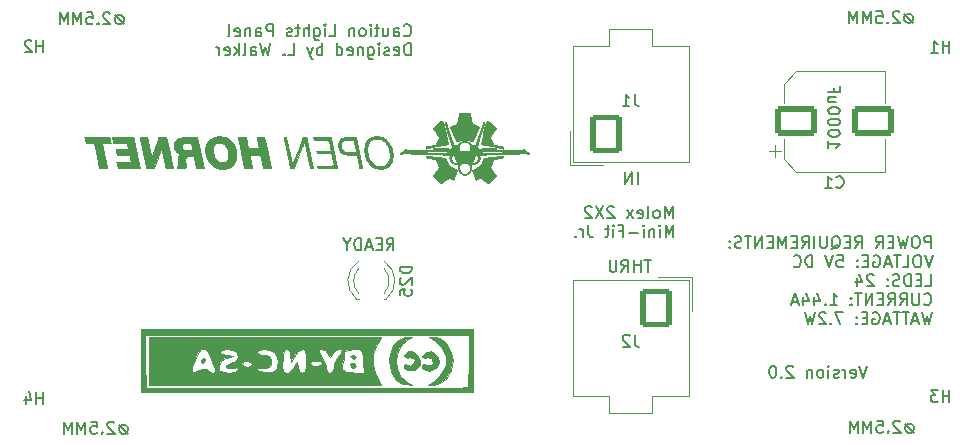
<source format=gbr>
%TF.GenerationSoftware,KiCad,Pcbnew,(6.0.9)*%
%TF.CreationDate,2022-12-26T23:56:10-09:00*%
%TF.ProjectId,PCB_ CAUTION LIGHTS PANEL,5043422c-2043-4415-9554-494f4e204c49,rev?*%
%TF.SameCoordinates,Original*%
%TF.FileFunction,Legend,Bot*%
%TF.FilePolarity,Positive*%
%FSLAX46Y46*%
G04 Gerber Fmt 4.6, Leading zero omitted, Abs format (unit mm)*
G04 Created by KiCad (PCBNEW (6.0.9)) date 2022-12-26 23:56:10*
%MOMM*%
%LPD*%
G01*
G04 APERTURE LIST*
G04 Aperture macros list*
%AMRoundRect*
0 Rectangle with rounded corners*
0 $1 Rounding radius*
0 $2 $3 $4 $5 $6 $7 $8 $9 X,Y pos of 4 corners*
0 Add a 4 corners polygon primitive as box body*
4,1,4,$2,$3,$4,$5,$6,$7,$8,$9,$2,$3,0*
0 Add four circle primitives for the rounded corners*
1,1,$1+$1,$2,$3*
1,1,$1+$1,$4,$5*
1,1,$1+$1,$6,$7*
1,1,$1+$1,$8,$9*
0 Add four rect primitives between the rounded corners*
20,1,$1+$1,$2,$3,$4,$5,0*
20,1,$1+$1,$4,$5,$6,$7,0*
20,1,$1+$1,$6,$7,$8,$9,0*
20,1,$1+$1,$8,$9,$2,$3,0*%
G04 Aperture macros list end*
%ADD10C,0.150000*%
%ADD11C,0.120000*%
%ADD12C,0.010000*%
%ADD13RoundRect,0.250001X1.099999X1.399999X-1.099999X1.399999X-1.099999X-1.399999X1.099999X-1.399999X0*%
%ADD14O,2.700000X3.300000*%
%ADD15RoundRect,0.250001X-1.099999X-1.399999X1.099999X-1.399999X1.099999X1.399999X-1.099999X1.399999X0*%
%ADD16R,1.800000X1.800000*%
%ADD17C,1.800000*%
%ADD18RoundRect,0.250000X-1.500000X-1.000000X1.500000X-1.000000X1.500000X1.000000X-1.500000X1.000000X0*%
%ADD19C,2.500000*%
G04 APERTURE END LIST*
D10*
X80035304Y4754620D02*
X80035304Y5754620D01*
X80035304Y5278429D02*
X79463876Y5278429D01*
X79463876Y4754620D02*
X79463876Y5754620D01*
X79082923Y5754620D02*
X78463876Y5754620D01*
X78797209Y5373667D01*
X78654352Y5373667D01*
X78559114Y5326048D01*
X78511495Y5278429D01*
X78463876Y5183191D01*
X78463876Y4945096D01*
X78511495Y4849858D01*
X78559114Y4802239D01*
X78654352Y4754620D01*
X78940066Y4754620D01*
X79035304Y4802239D01*
X79082923Y4849858D01*
X78460604Y17788820D02*
X78460604Y18788820D01*
X78079652Y18788820D01*
X77984414Y18741200D01*
X77936795Y18693581D01*
X77889176Y18598343D01*
X77889176Y18455486D01*
X77936795Y18360248D01*
X77984414Y18312629D01*
X78079652Y18265010D01*
X78460604Y18265010D01*
X77270128Y18788820D02*
X77079652Y18788820D01*
X76984414Y18741200D01*
X76889176Y18645962D01*
X76841557Y18455486D01*
X76841557Y18122153D01*
X76889176Y17931677D01*
X76984414Y17836439D01*
X77079652Y17788820D01*
X77270128Y17788820D01*
X77365366Y17836439D01*
X77460604Y17931677D01*
X77508223Y18122153D01*
X77508223Y18455486D01*
X77460604Y18645962D01*
X77365366Y18741200D01*
X77270128Y18788820D01*
X76508223Y18788820D02*
X76270128Y17788820D01*
X76079652Y18503105D01*
X75889176Y17788820D01*
X75651080Y18788820D01*
X75270128Y18312629D02*
X74936795Y18312629D01*
X74793938Y17788820D02*
X75270128Y17788820D01*
X75270128Y18788820D01*
X74793938Y18788820D01*
X73793938Y17788820D02*
X74127271Y18265010D01*
X74365366Y17788820D02*
X74365366Y18788820D01*
X73984414Y18788820D01*
X73889176Y18741200D01*
X73841557Y18693581D01*
X73793938Y18598343D01*
X73793938Y18455486D01*
X73841557Y18360248D01*
X73889176Y18312629D01*
X73984414Y18265010D01*
X74365366Y18265010D01*
X72032033Y17788820D02*
X72365366Y18265010D01*
X72603461Y17788820D02*
X72603461Y18788820D01*
X72222509Y18788820D01*
X72127271Y18741200D01*
X72079652Y18693581D01*
X72032033Y18598343D01*
X72032033Y18455486D01*
X72079652Y18360248D01*
X72127271Y18312629D01*
X72222509Y18265010D01*
X72603461Y18265010D01*
X71603461Y18312629D02*
X71270128Y18312629D01*
X71127271Y17788820D02*
X71603461Y17788820D01*
X71603461Y18788820D01*
X71127271Y18788820D01*
X70032033Y17693581D02*
X70127271Y17741200D01*
X70222509Y17836439D01*
X70365366Y17979296D01*
X70460604Y18026915D01*
X70555842Y18026915D01*
X70508223Y17788820D02*
X70603461Y17836439D01*
X70698700Y17931677D01*
X70746319Y18122153D01*
X70746319Y18455486D01*
X70698700Y18645962D01*
X70603461Y18741200D01*
X70508223Y18788820D01*
X70317747Y18788820D01*
X70222509Y18741200D01*
X70127271Y18645962D01*
X70079652Y18455486D01*
X70079652Y18122153D01*
X70127271Y17931677D01*
X70222509Y17836439D01*
X70317747Y17788820D01*
X70508223Y17788820D01*
X69651080Y18788820D02*
X69651080Y17979296D01*
X69603461Y17884058D01*
X69555842Y17836439D01*
X69460604Y17788820D01*
X69270128Y17788820D01*
X69174890Y17836439D01*
X69127271Y17884058D01*
X69079652Y17979296D01*
X69079652Y18788820D01*
X68603461Y17788820D02*
X68603461Y18788820D01*
X67555842Y17788820D02*
X67889176Y18265010D01*
X68127271Y17788820D02*
X68127271Y18788820D01*
X67746319Y18788820D01*
X67651080Y18741200D01*
X67603461Y18693581D01*
X67555842Y18598343D01*
X67555842Y18455486D01*
X67603461Y18360248D01*
X67651080Y18312629D01*
X67746319Y18265010D01*
X68127271Y18265010D01*
X67127271Y18312629D02*
X66793938Y18312629D01*
X66651080Y17788820D02*
X67127271Y17788820D01*
X67127271Y18788820D01*
X66651080Y18788820D01*
X66222509Y17788820D02*
X66222509Y18788820D01*
X65889176Y18074534D01*
X65555842Y18788820D01*
X65555842Y17788820D01*
X65079652Y18312629D02*
X64746319Y18312629D01*
X64603461Y17788820D02*
X65079652Y17788820D01*
X65079652Y18788820D01*
X64603461Y18788820D01*
X64174890Y17788820D02*
X64174890Y18788820D01*
X63603461Y17788820D01*
X63603461Y18788820D01*
X63270128Y18788820D02*
X62698700Y18788820D01*
X62984414Y17788820D02*
X62984414Y18788820D01*
X62412985Y17836439D02*
X62270128Y17788820D01*
X62032033Y17788820D01*
X61936795Y17836439D01*
X61889176Y17884058D01*
X61841557Y17979296D01*
X61841557Y18074534D01*
X61889176Y18169772D01*
X61936795Y18217391D01*
X62032033Y18265010D01*
X62222509Y18312629D01*
X62317747Y18360248D01*
X62365366Y18407867D01*
X62412985Y18503105D01*
X62412985Y18598343D01*
X62365366Y18693581D01*
X62317747Y18741200D01*
X62222509Y18788820D01*
X61984414Y18788820D01*
X61841557Y18741200D01*
X61412985Y17884058D02*
X61365366Y17836439D01*
X61412985Y17788820D01*
X61460604Y17836439D01*
X61412985Y17884058D01*
X61412985Y17788820D01*
X61412985Y18407867D02*
X61365366Y18360248D01*
X61412985Y18312629D01*
X61460604Y18360248D01*
X61412985Y18407867D01*
X61412985Y18312629D01*
X78603461Y17178820D02*
X78270128Y16178820D01*
X77936795Y17178820D01*
X77412985Y17178820D02*
X77222509Y17178820D01*
X77127271Y17131200D01*
X77032033Y17035962D01*
X76984414Y16845486D01*
X76984414Y16512153D01*
X77032033Y16321677D01*
X77127271Y16226439D01*
X77222509Y16178820D01*
X77412985Y16178820D01*
X77508223Y16226439D01*
X77603461Y16321677D01*
X77651080Y16512153D01*
X77651080Y16845486D01*
X77603461Y17035962D01*
X77508223Y17131200D01*
X77412985Y17178820D01*
X76079652Y16178820D02*
X76555842Y16178820D01*
X76555842Y17178820D01*
X75889176Y17178820D02*
X75317747Y17178820D01*
X75603461Y16178820D02*
X75603461Y17178820D01*
X75032033Y16464534D02*
X74555842Y16464534D01*
X75127271Y16178820D02*
X74793938Y17178820D01*
X74460604Y16178820D01*
X73603461Y17131200D02*
X73698700Y17178820D01*
X73841557Y17178820D01*
X73984414Y17131200D01*
X74079652Y17035962D01*
X74127271Y16940724D01*
X74174890Y16750248D01*
X74174890Y16607391D01*
X74127271Y16416915D01*
X74079652Y16321677D01*
X73984414Y16226439D01*
X73841557Y16178820D01*
X73746319Y16178820D01*
X73603461Y16226439D01*
X73555842Y16274058D01*
X73555842Y16607391D01*
X73746319Y16607391D01*
X73127271Y16702629D02*
X72793938Y16702629D01*
X72651080Y16178820D02*
X73127271Y16178820D01*
X73127271Y17178820D01*
X72651080Y17178820D01*
X72222509Y16274058D02*
X72174890Y16226439D01*
X72222509Y16178820D01*
X72270128Y16226439D01*
X72222509Y16274058D01*
X72222509Y16178820D01*
X72222509Y16797867D02*
X72174890Y16750248D01*
X72222509Y16702629D01*
X72270128Y16750248D01*
X72222509Y16797867D01*
X72222509Y16702629D01*
X70508223Y17178820D02*
X70984414Y17178820D01*
X71032033Y16702629D01*
X70984414Y16750248D01*
X70889176Y16797867D01*
X70651080Y16797867D01*
X70555842Y16750248D01*
X70508223Y16702629D01*
X70460604Y16607391D01*
X70460604Y16369296D01*
X70508223Y16274058D01*
X70555842Y16226439D01*
X70651080Y16178820D01*
X70889176Y16178820D01*
X70984414Y16226439D01*
X71032033Y16274058D01*
X70174890Y17178820D02*
X69841557Y16178820D01*
X69508223Y17178820D01*
X68412985Y16178820D02*
X68412985Y17178820D01*
X68174890Y17178820D01*
X68032033Y17131200D01*
X67936795Y17035962D01*
X67889176Y16940724D01*
X67841557Y16750248D01*
X67841557Y16607391D01*
X67889176Y16416915D01*
X67936795Y16321677D01*
X68032033Y16226439D01*
X68174890Y16178820D01*
X68412985Y16178820D01*
X66841557Y16274058D02*
X66889176Y16226439D01*
X67032033Y16178820D01*
X67127271Y16178820D01*
X67270128Y16226439D01*
X67365366Y16321677D01*
X67412985Y16416915D01*
X67460604Y16607391D01*
X67460604Y16750248D01*
X67412985Y16940724D01*
X67365366Y17035962D01*
X67270128Y17131200D01*
X67127271Y17178820D01*
X67032033Y17178820D01*
X66889176Y17131200D01*
X66841557Y17083581D01*
X77984414Y14568820D02*
X78460604Y14568820D01*
X78460604Y15568820D01*
X77651080Y15092629D02*
X77317747Y15092629D01*
X77174890Y14568820D02*
X77651080Y14568820D01*
X77651080Y15568820D01*
X77174890Y15568820D01*
X76746319Y14568820D02*
X76746319Y15568820D01*
X76508223Y15568820D01*
X76365366Y15521200D01*
X76270128Y15425962D01*
X76222509Y15330724D01*
X76174890Y15140248D01*
X76174890Y14997391D01*
X76222509Y14806915D01*
X76270128Y14711677D01*
X76365366Y14616439D01*
X76508223Y14568820D01*
X76746319Y14568820D01*
X75793938Y14616439D02*
X75651080Y14568820D01*
X75412985Y14568820D01*
X75317747Y14616439D01*
X75270128Y14664058D01*
X75222509Y14759296D01*
X75222509Y14854534D01*
X75270128Y14949772D01*
X75317747Y14997391D01*
X75412985Y15045010D01*
X75603461Y15092629D01*
X75698700Y15140248D01*
X75746319Y15187867D01*
X75793938Y15283105D01*
X75793938Y15378343D01*
X75746319Y15473581D01*
X75698700Y15521200D01*
X75603461Y15568820D01*
X75365366Y15568820D01*
X75222509Y15521200D01*
X74793938Y14664058D02*
X74746319Y14616439D01*
X74793938Y14568820D01*
X74841557Y14616439D01*
X74793938Y14664058D01*
X74793938Y14568820D01*
X74793938Y15187867D02*
X74746319Y15140248D01*
X74793938Y15092629D01*
X74841557Y15140248D01*
X74793938Y15187867D01*
X74793938Y15092629D01*
X73603461Y15473581D02*
X73555842Y15521200D01*
X73460604Y15568820D01*
X73222509Y15568820D01*
X73127271Y15521200D01*
X73079652Y15473581D01*
X73032033Y15378343D01*
X73032033Y15283105D01*
X73079652Y15140248D01*
X73651080Y14568820D01*
X73032033Y14568820D01*
X72174890Y15235486D02*
X72174890Y14568820D01*
X72412985Y15616439D02*
X72651080Y14902153D01*
X72032033Y14902153D01*
X77889176Y13054058D02*
X77936795Y13006439D01*
X78079652Y12958820D01*
X78174890Y12958820D01*
X78317747Y13006439D01*
X78412985Y13101677D01*
X78460604Y13196915D01*
X78508223Y13387391D01*
X78508223Y13530248D01*
X78460604Y13720724D01*
X78412985Y13815962D01*
X78317747Y13911200D01*
X78174890Y13958820D01*
X78079652Y13958820D01*
X77936795Y13911200D01*
X77889176Y13863581D01*
X77460604Y13958820D02*
X77460604Y13149296D01*
X77412985Y13054058D01*
X77365366Y13006439D01*
X77270128Y12958820D01*
X77079652Y12958820D01*
X76984414Y13006439D01*
X76936795Y13054058D01*
X76889176Y13149296D01*
X76889176Y13958820D01*
X75841557Y12958820D02*
X76174890Y13435010D01*
X76412985Y12958820D02*
X76412985Y13958820D01*
X76032033Y13958820D01*
X75936795Y13911200D01*
X75889176Y13863581D01*
X75841557Y13768343D01*
X75841557Y13625486D01*
X75889176Y13530248D01*
X75936795Y13482629D01*
X76032033Y13435010D01*
X76412985Y13435010D01*
X74841557Y12958820D02*
X75174890Y13435010D01*
X75412985Y12958820D02*
X75412985Y13958820D01*
X75032033Y13958820D01*
X74936795Y13911200D01*
X74889176Y13863581D01*
X74841557Y13768343D01*
X74841557Y13625486D01*
X74889176Y13530248D01*
X74936795Y13482629D01*
X75032033Y13435010D01*
X75412985Y13435010D01*
X74412985Y13482629D02*
X74079652Y13482629D01*
X73936795Y12958820D02*
X74412985Y12958820D01*
X74412985Y13958820D01*
X73936795Y13958820D01*
X73508223Y12958820D02*
X73508223Y13958820D01*
X72936795Y12958820D01*
X72936795Y13958820D01*
X72603461Y13958820D02*
X72032033Y13958820D01*
X72317747Y12958820D02*
X72317747Y13958820D01*
X71698700Y13054058D02*
X71651080Y13006439D01*
X71698700Y12958820D01*
X71746319Y13006439D01*
X71698700Y13054058D01*
X71698700Y12958820D01*
X71698700Y13577867D02*
X71651080Y13530248D01*
X71698700Y13482629D01*
X71746319Y13530248D01*
X71698700Y13577867D01*
X71698700Y13482629D01*
X69936795Y12958820D02*
X70508223Y12958820D01*
X70222509Y12958820D02*
X70222509Y13958820D01*
X70317747Y13815962D01*
X70412985Y13720724D01*
X70508223Y13673105D01*
X69508223Y13054058D02*
X69460604Y13006439D01*
X69508223Y12958820D01*
X69555842Y13006439D01*
X69508223Y13054058D01*
X69508223Y12958820D01*
X68603461Y13625486D02*
X68603461Y12958820D01*
X68841557Y14006439D02*
X69079652Y13292153D01*
X68460604Y13292153D01*
X67651080Y13625486D02*
X67651080Y12958820D01*
X67889176Y14006439D02*
X68127271Y13292153D01*
X67508223Y13292153D01*
X67174890Y13244534D02*
X66698700Y13244534D01*
X67270128Y12958820D02*
X66936795Y13958820D01*
X66603461Y12958820D01*
X78555842Y12348820D02*
X78317747Y11348820D01*
X78127271Y12063105D01*
X77936795Y11348820D01*
X77698700Y12348820D01*
X77365366Y11634534D02*
X76889176Y11634534D01*
X77460604Y11348820D02*
X77127271Y12348820D01*
X76793938Y11348820D01*
X76603461Y12348820D02*
X76032033Y12348820D01*
X76317747Y11348820D02*
X76317747Y12348820D01*
X75841557Y12348820D02*
X75270128Y12348820D01*
X75555842Y11348820D02*
X75555842Y12348820D01*
X74984414Y11634534D02*
X74508223Y11634534D01*
X75079652Y11348820D02*
X74746319Y12348820D01*
X74412985Y11348820D01*
X73555842Y12301200D02*
X73651080Y12348820D01*
X73793938Y12348820D01*
X73936795Y12301200D01*
X74032033Y12205962D01*
X74079652Y12110724D01*
X74127271Y11920248D01*
X74127271Y11777391D01*
X74079652Y11586915D01*
X74032033Y11491677D01*
X73936795Y11396439D01*
X73793938Y11348820D01*
X73698700Y11348820D01*
X73555842Y11396439D01*
X73508223Y11444058D01*
X73508223Y11777391D01*
X73698700Y11777391D01*
X73079652Y11872629D02*
X72746319Y11872629D01*
X72603461Y11348820D02*
X73079652Y11348820D01*
X73079652Y12348820D01*
X72603461Y12348820D01*
X72174890Y11444058D02*
X72127271Y11396439D01*
X72174890Y11348820D01*
X72222509Y11396439D01*
X72174890Y11444058D01*
X72174890Y11348820D01*
X72174890Y11967867D02*
X72127271Y11920248D01*
X72174890Y11872629D01*
X72222509Y11920248D01*
X72174890Y11967867D01*
X72174890Y11872629D01*
X71032033Y12348820D02*
X70365366Y12348820D01*
X70793938Y11348820D01*
X69984414Y11444058D02*
X69936795Y11396439D01*
X69984414Y11348820D01*
X70032033Y11396439D01*
X69984414Y11444058D01*
X69984414Y11348820D01*
X69555842Y12253581D02*
X69508223Y12301200D01*
X69412985Y12348820D01*
X69174890Y12348820D01*
X69079652Y12301200D01*
X69032033Y12253581D01*
X68984414Y12158343D01*
X68984414Y12063105D01*
X69032033Y11920248D01*
X69603461Y11348820D01*
X68984414Y11348820D01*
X68651080Y12348820D02*
X68412985Y11348820D01*
X68222509Y12063105D01*
X68032033Y11348820D01*
X67793938Y12348820D01*
X69753819Y26847391D02*
X69753819Y26275962D01*
X69753819Y26561677D02*
X70753819Y26561677D01*
X70610961Y26466439D01*
X70515723Y26371200D01*
X70468104Y26275962D01*
X70753819Y27466439D02*
X70753819Y27561677D01*
X70706200Y27656915D01*
X70658580Y27704534D01*
X70563342Y27752153D01*
X70372866Y27799772D01*
X70134771Y27799772D01*
X69944295Y27752153D01*
X69849057Y27704534D01*
X69801438Y27656915D01*
X69753819Y27561677D01*
X69753819Y27466439D01*
X69801438Y27371200D01*
X69849057Y27323581D01*
X69944295Y27275962D01*
X70134771Y27228343D01*
X70372866Y27228343D01*
X70563342Y27275962D01*
X70658580Y27323581D01*
X70706200Y27371200D01*
X70753819Y27466439D01*
X70753819Y28418820D02*
X70753819Y28514058D01*
X70706200Y28609296D01*
X70658580Y28656915D01*
X70563342Y28704534D01*
X70372866Y28752153D01*
X70134771Y28752153D01*
X69944295Y28704534D01*
X69849057Y28656915D01*
X69801438Y28609296D01*
X69753819Y28514058D01*
X69753819Y28418820D01*
X69801438Y28323581D01*
X69849057Y28275962D01*
X69944295Y28228343D01*
X70134771Y28180724D01*
X70372866Y28180724D01*
X70563342Y28228343D01*
X70658580Y28275962D01*
X70706200Y28323581D01*
X70753819Y28418820D01*
X70753819Y29371200D02*
X70753819Y29466439D01*
X70706200Y29561677D01*
X70658580Y29609296D01*
X70563342Y29656915D01*
X70372866Y29704534D01*
X70134771Y29704534D01*
X69944295Y29656915D01*
X69849057Y29609296D01*
X69801438Y29561677D01*
X69753819Y29466439D01*
X69753819Y29371200D01*
X69801438Y29275962D01*
X69849057Y29228343D01*
X69944295Y29180724D01*
X70134771Y29133105D01*
X70372866Y29133105D01*
X70563342Y29180724D01*
X70658580Y29228343D01*
X70706200Y29275962D01*
X70753819Y29371200D01*
X70420485Y30561677D02*
X69753819Y30561677D01*
X70420485Y30133105D02*
X69896676Y30133105D01*
X69801438Y30180724D01*
X69753819Y30275962D01*
X69753819Y30418820D01*
X69801438Y30514058D01*
X69849057Y30561677D01*
X70277628Y31371200D02*
X70277628Y31037867D01*
X69753819Y31037867D02*
X70753819Y31037867D01*
X70753819Y31514058D01*
X56587628Y20323820D02*
X56587628Y21323820D01*
X56254295Y20609534D01*
X55920961Y21323820D01*
X55920961Y20323820D01*
X55301914Y20323820D02*
X55397152Y20371439D01*
X55444771Y20419058D01*
X55492390Y20514296D01*
X55492390Y20800010D01*
X55444771Y20895248D01*
X55397152Y20942867D01*
X55301914Y20990486D01*
X55159057Y20990486D01*
X55063819Y20942867D01*
X55016200Y20895248D01*
X54968580Y20800010D01*
X54968580Y20514296D01*
X55016200Y20419058D01*
X55063819Y20371439D01*
X55159057Y20323820D01*
X55301914Y20323820D01*
X54397152Y20323820D02*
X54492390Y20371439D01*
X54540009Y20466677D01*
X54540009Y21323820D01*
X53635247Y20371439D02*
X53730485Y20323820D01*
X53920961Y20323820D01*
X54016200Y20371439D01*
X54063819Y20466677D01*
X54063819Y20847629D01*
X54016200Y20942867D01*
X53920961Y20990486D01*
X53730485Y20990486D01*
X53635247Y20942867D01*
X53587628Y20847629D01*
X53587628Y20752391D01*
X54063819Y20657153D01*
X53254295Y20323820D02*
X52730485Y20990486D01*
X53254295Y20990486D02*
X52730485Y20323820D01*
X51635247Y21228581D02*
X51587628Y21276200D01*
X51492390Y21323820D01*
X51254295Y21323820D01*
X51159057Y21276200D01*
X51111438Y21228581D01*
X51063819Y21133343D01*
X51063819Y21038105D01*
X51111438Y20895248D01*
X51682866Y20323820D01*
X51063819Y20323820D01*
X50730485Y21323820D02*
X50063819Y20323820D01*
X50063819Y21323820D02*
X50730485Y20323820D01*
X49730485Y21228581D02*
X49682866Y21276200D01*
X49587628Y21323820D01*
X49349533Y21323820D01*
X49254295Y21276200D01*
X49206676Y21228581D01*
X49159057Y21133343D01*
X49159057Y21038105D01*
X49206676Y20895248D01*
X49778104Y20323820D01*
X49159057Y20323820D01*
X56659057Y18713820D02*
X56659057Y19713820D01*
X56325723Y18999534D01*
X55992390Y19713820D01*
X55992390Y18713820D01*
X55516200Y18713820D02*
X55516200Y19380486D01*
X55516200Y19713820D02*
X55563819Y19666200D01*
X55516200Y19618581D01*
X55468580Y19666200D01*
X55516200Y19713820D01*
X55516200Y19618581D01*
X55040009Y19380486D02*
X55040009Y18713820D01*
X55040009Y19285248D02*
X54992390Y19332867D01*
X54897152Y19380486D01*
X54754295Y19380486D01*
X54659057Y19332867D01*
X54611438Y19237629D01*
X54611438Y18713820D01*
X54135247Y18713820D02*
X54135247Y19380486D01*
X54135247Y19713820D02*
X54182866Y19666200D01*
X54135247Y19618581D01*
X54087628Y19666200D01*
X54135247Y19713820D01*
X54135247Y19618581D01*
X53659057Y19094772D02*
X52897152Y19094772D01*
X52087628Y19237629D02*
X52420961Y19237629D01*
X52420961Y18713820D02*
X52420961Y19713820D01*
X51944771Y19713820D01*
X51563819Y18713820D02*
X51563819Y19380486D01*
X51563819Y19713820D02*
X51611438Y19666200D01*
X51563819Y19618581D01*
X51516200Y19666200D01*
X51563819Y19713820D01*
X51563819Y19618581D01*
X51230485Y19380486D02*
X50849533Y19380486D01*
X51087628Y19713820D02*
X51087628Y18856677D01*
X51040009Y18761439D01*
X50944771Y18713820D01*
X50849533Y18713820D01*
X49468580Y19713820D02*
X49468580Y18999534D01*
X49516200Y18856677D01*
X49611438Y18761439D01*
X49754295Y18713820D01*
X49849533Y18713820D01*
X48992390Y18713820D02*
X48992390Y19380486D01*
X48992390Y19190010D02*
X48944771Y19285248D01*
X48897152Y19332867D01*
X48801914Y19380486D01*
X48706676Y19380486D01*
X48373342Y18809058D02*
X48325723Y18761439D01*
X48373342Y18713820D01*
X48420961Y18761439D01*
X48373342Y18809058D01*
X48373342Y18713820D01*
X54779533Y16788820D02*
X54208104Y16788820D01*
X54493819Y15788820D02*
X54493819Y16788820D01*
X53874771Y15788820D02*
X53874771Y16788820D01*
X53874771Y16312629D02*
X53303342Y16312629D01*
X53303342Y15788820D02*
X53303342Y16788820D01*
X52255723Y15788820D02*
X52589057Y16265010D01*
X52827152Y15788820D02*
X52827152Y16788820D01*
X52446200Y16788820D01*
X52350961Y16741200D01*
X52303342Y16693581D01*
X52255723Y16598343D01*
X52255723Y16455486D01*
X52303342Y16360248D01*
X52350961Y16312629D01*
X52446200Y16265010D01*
X52827152Y16265010D01*
X51827152Y16788820D02*
X51827152Y15979296D01*
X51779533Y15884058D01*
X51731914Y15836439D01*
X51636676Y15788820D01*
X51446200Y15788820D01*
X51350961Y15836439D01*
X51303342Y15884058D01*
X51255723Y15979296D01*
X51255723Y16788820D01*
X3301904Y34396420D02*
X3301904Y35396420D01*
X3301904Y34920229D02*
X2730476Y34920229D01*
X2730476Y34396420D02*
X2730476Y35396420D01*
X2301904Y35301181D02*
X2254285Y35348800D01*
X2159047Y35396420D01*
X1920952Y35396420D01*
X1825714Y35348800D01*
X1778095Y35301181D01*
X1730476Y35205943D01*
X1730476Y35110705D01*
X1778095Y34967848D01*
X2349523Y34396420D01*
X1730476Y34396420D01*
X76698171Y37596724D02*
X76507695Y37596724D01*
X76317219Y37501486D01*
X76221980Y37311010D01*
X76221980Y37120534D01*
X76317219Y36930058D01*
X76507695Y36834820D01*
X76698171Y36834820D01*
X76888647Y36930058D01*
X76983885Y37120534D01*
X76983885Y37311010D01*
X76888647Y37501486D01*
X76698171Y37596724D01*
X76221980Y37596724D02*
X76983885Y36834820D01*
X75793409Y37739581D02*
X75745790Y37787200D01*
X75650552Y37834820D01*
X75412457Y37834820D01*
X75317219Y37787200D01*
X75269600Y37739581D01*
X75221980Y37644343D01*
X75221980Y37549105D01*
X75269600Y37406248D01*
X75841028Y36834820D01*
X75221980Y36834820D01*
X74793409Y36930058D02*
X74745790Y36882439D01*
X74793409Y36834820D01*
X74841028Y36882439D01*
X74793409Y36930058D01*
X74793409Y36834820D01*
X73841028Y37834820D02*
X74317219Y37834820D01*
X74364838Y37358629D01*
X74317219Y37406248D01*
X74221980Y37453867D01*
X73983885Y37453867D01*
X73888647Y37406248D01*
X73841028Y37358629D01*
X73793409Y37263391D01*
X73793409Y37025296D01*
X73841028Y36930058D01*
X73888647Y36882439D01*
X73983885Y36834820D01*
X74221980Y36834820D01*
X74317219Y36882439D01*
X74364838Y36930058D01*
X73364838Y36834820D02*
X73364838Y37834820D01*
X73031504Y37120534D01*
X72698171Y37834820D01*
X72698171Y36834820D01*
X72221980Y36834820D02*
X72221980Y37834820D01*
X71888647Y37120534D01*
X71555314Y37834820D01*
X71555314Y36834820D01*
X33829176Y35819058D02*
X33876795Y35771439D01*
X34019652Y35723820D01*
X34114890Y35723820D01*
X34257747Y35771439D01*
X34352985Y35866677D01*
X34400604Y35961915D01*
X34448223Y36152391D01*
X34448223Y36295248D01*
X34400604Y36485724D01*
X34352985Y36580962D01*
X34257747Y36676200D01*
X34114890Y36723820D01*
X34019652Y36723820D01*
X33876795Y36676200D01*
X33829176Y36628581D01*
X32972033Y35723820D02*
X32972033Y36247629D01*
X33019652Y36342867D01*
X33114890Y36390486D01*
X33305366Y36390486D01*
X33400604Y36342867D01*
X32972033Y35771439D02*
X33067271Y35723820D01*
X33305366Y35723820D01*
X33400604Y35771439D01*
X33448223Y35866677D01*
X33448223Y35961915D01*
X33400604Y36057153D01*
X33305366Y36104772D01*
X33067271Y36104772D01*
X32972033Y36152391D01*
X32067271Y36390486D02*
X32067271Y35723820D01*
X32495842Y36390486D02*
X32495842Y35866677D01*
X32448223Y35771439D01*
X32352985Y35723820D01*
X32210128Y35723820D01*
X32114890Y35771439D01*
X32067271Y35819058D01*
X31733938Y36390486D02*
X31352985Y36390486D01*
X31591080Y36723820D02*
X31591080Y35866677D01*
X31543461Y35771439D01*
X31448223Y35723820D01*
X31352985Y35723820D01*
X31019652Y35723820D02*
X31019652Y36390486D01*
X31019652Y36723820D02*
X31067271Y36676200D01*
X31019652Y36628581D01*
X30972033Y36676200D01*
X31019652Y36723820D01*
X31019652Y36628581D01*
X30400604Y35723820D02*
X30495842Y35771439D01*
X30543461Y35819058D01*
X30591080Y35914296D01*
X30591080Y36200010D01*
X30543461Y36295248D01*
X30495842Y36342867D01*
X30400604Y36390486D01*
X30257747Y36390486D01*
X30162509Y36342867D01*
X30114890Y36295248D01*
X30067271Y36200010D01*
X30067271Y35914296D01*
X30114890Y35819058D01*
X30162509Y35771439D01*
X30257747Y35723820D01*
X30400604Y35723820D01*
X29638700Y36390486D02*
X29638700Y35723820D01*
X29638700Y36295248D02*
X29591080Y36342867D01*
X29495842Y36390486D01*
X29352985Y36390486D01*
X29257747Y36342867D01*
X29210128Y36247629D01*
X29210128Y35723820D01*
X27495842Y35723820D02*
X27972033Y35723820D01*
X27972033Y36723820D01*
X27162509Y35723820D02*
X27162509Y36390486D01*
X27162509Y36723820D02*
X27210128Y36676200D01*
X27162509Y36628581D01*
X27114890Y36676200D01*
X27162509Y36723820D01*
X27162509Y36628581D01*
X26257747Y36390486D02*
X26257747Y35580962D01*
X26305366Y35485724D01*
X26352985Y35438105D01*
X26448223Y35390486D01*
X26591080Y35390486D01*
X26686319Y35438105D01*
X26257747Y35771439D02*
X26352985Y35723820D01*
X26543461Y35723820D01*
X26638700Y35771439D01*
X26686319Y35819058D01*
X26733938Y35914296D01*
X26733938Y36200010D01*
X26686319Y36295248D01*
X26638700Y36342867D01*
X26543461Y36390486D01*
X26352985Y36390486D01*
X26257747Y36342867D01*
X25781557Y35723820D02*
X25781557Y36723820D01*
X25352985Y35723820D02*
X25352985Y36247629D01*
X25400604Y36342867D01*
X25495842Y36390486D01*
X25638700Y36390486D01*
X25733938Y36342867D01*
X25781557Y36295248D01*
X25019652Y36390486D02*
X24638700Y36390486D01*
X24876795Y36723820D02*
X24876795Y35866677D01*
X24829176Y35771439D01*
X24733938Y35723820D01*
X24638700Y35723820D01*
X24352985Y35771439D02*
X24257747Y35723820D01*
X24067271Y35723820D01*
X23972033Y35771439D01*
X23924414Y35866677D01*
X23924414Y35914296D01*
X23972033Y36009534D01*
X24067271Y36057153D01*
X24210128Y36057153D01*
X24305366Y36104772D01*
X24352985Y36200010D01*
X24352985Y36247629D01*
X24305366Y36342867D01*
X24210128Y36390486D01*
X24067271Y36390486D01*
X23972033Y36342867D01*
X22733938Y35723820D02*
X22733938Y36723820D01*
X22352985Y36723820D01*
X22257747Y36676200D01*
X22210128Y36628581D01*
X22162509Y36533343D01*
X22162509Y36390486D01*
X22210128Y36295248D01*
X22257747Y36247629D01*
X22352985Y36200010D01*
X22733938Y36200010D01*
X21305366Y35723820D02*
X21305366Y36247629D01*
X21352985Y36342867D01*
X21448223Y36390486D01*
X21638700Y36390486D01*
X21733938Y36342867D01*
X21305366Y35771439D02*
X21400604Y35723820D01*
X21638700Y35723820D01*
X21733938Y35771439D01*
X21781557Y35866677D01*
X21781557Y35961915D01*
X21733938Y36057153D01*
X21638700Y36104772D01*
X21400604Y36104772D01*
X21305366Y36152391D01*
X20829176Y36390486D02*
X20829176Y35723820D01*
X20829176Y36295248D02*
X20781557Y36342867D01*
X20686319Y36390486D01*
X20543461Y36390486D01*
X20448223Y36342867D01*
X20400604Y36247629D01*
X20400604Y35723820D01*
X19543461Y35771439D02*
X19638700Y35723820D01*
X19829176Y35723820D01*
X19924414Y35771439D01*
X19972033Y35866677D01*
X19972033Y36247629D01*
X19924414Y36342867D01*
X19829176Y36390486D01*
X19638700Y36390486D01*
X19543461Y36342867D01*
X19495842Y36247629D01*
X19495842Y36152391D01*
X19972033Y36057153D01*
X18924414Y35723820D02*
X19019652Y35771439D01*
X19067271Y35866677D01*
X19067271Y36723820D01*
X34400604Y34113820D02*
X34400604Y35113820D01*
X34162509Y35113820D01*
X34019652Y35066200D01*
X33924414Y34970962D01*
X33876795Y34875724D01*
X33829176Y34685248D01*
X33829176Y34542391D01*
X33876795Y34351915D01*
X33924414Y34256677D01*
X34019652Y34161439D01*
X34162509Y34113820D01*
X34400604Y34113820D01*
X33019652Y34161439D02*
X33114890Y34113820D01*
X33305366Y34113820D01*
X33400604Y34161439D01*
X33448223Y34256677D01*
X33448223Y34637629D01*
X33400604Y34732867D01*
X33305366Y34780486D01*
X33114890Y34780486D01*
X33019652Y34732867D01*
X32972033Y34637629D01*
X32972033Y34542391D01*
X33448223Y34447153D01*
X32591080Y34161439D02*
X32495842Y34113820D01*
X32305366Y34113820D01*
X32210128Y34161439D01*
X32162509Y34256677D01*
X32162509Y34304296D01*
X32210128Y34399534D01*
X32305366Y34447153D01*
X32448223Y34447153D01*
X32543461Y34494772D01*
X32591080Y34590010D01*
X32591080Y34637629D01*
X32543461Y34732867D01*
X32448223Y34780486D01*
X32305366Y34780486D01*
X32210128Y34732867D01*
X31733938Y34113820D02*
X31733938Y34780486D01*
X31733938Y35113820D02*
X31781557Y35066200D01*
X31733938Y35018581D01*
X31686319Y35066200D01*
X31733938Y35113820D01*
X31733938Y35018581D01*
X30829176Y34780486D02*
X30829176Y33970962D01*
X30876795Y33875724D01*
X30924414Y33828105D01*
X31019652Y33780486D01*
X31162509Y33780486D01*
X31257747Y33828105D01*
X30829176Y34161439D02*
X30924414Y34113820D01*
X31114890Y34113820D01*
X31210128Y34161439D01*
X31257747Y34209058D01*
X31305366Y34304296D01*
X31305366Y34590010D01*
X31257747Y34685248D01*
X31210128Y34732867D01*
X31114890Y34780486D01*
X30924414Y34780486D01*
X30829176Y34732867D01*
X30352985Y34780486D02*
X30352985Y34113820D01*
X30352985Y34685248D02*
X30305366Y34732867D01*
X30210128Y34780486D01*
X30067271Y34780486D01*
X29972033Y34732867D01*
X29924414Y34637629D01*
X29924414Y34113820D01*
X29067271Y34161439D02*
X29162509Y34113820D01*
X29352985Y34113820D01*
X29448223Y34161439D01*
X29495842Y34256677D01*
X29495842Y34637629D01*
X29448223Y34732867D01*
X29352985Y34780486D01*
X29162509Y34780486D01*
X29067271Y34732867D01*
X29019652Y34637629D01*
X29019652Y34542391D01*
X29495842Y34447153D01*
X28162509Y34113820D02*
X28162509Y35113820D01*
X28162509Y34161439D02*
X28257747Y34113820D01*
X28448223Y34113820D01*
X28543461Y34161439D01*
X28591080Y34209058D01*
X28638700Y34304296D01*
X28638700Y34590010D01*
X28591080Y34685248D01*
X28543461Y34732867D01*
X28448223Y34780486D01*
X28257747Y34780486D01*
X28162509Y34732867D01*
X26924414Y34113820D02*
X26924414Y35113820D01*
X26924414Y34732867D02*
X26829176Y34780486D01*
X26638700Y34780486D01*
X26543461Y34732867D01*
X26495842Y34685248D01*
X26448223Y34590010D01*
X26448223Y34304296D01*
X26495842Y34209058D01*
X26543461Y34161439D01*
X26638700Y34113820D01*
X26829176Y34113820D01*
X26924414Y34161439D01*
X26114890Y34780486D02*
X25876795Y34113820D01*
X25638700Y34780486D02*
X25876795Y34113820D01*
X25972033Y33875724D01*
X26019652Y33828105D01*
X26114890Y33780486D01*
X24019652Y34113820D02*
X24495842Y34113820D01*
X24495842Y35113820D01*
X23686319Y34209058D02*
X23638700Y34161439D01*
X23686319Y34113820D01*
X23733938Y34161439D01*
X23686319Y34209058D01*
X23686319Y34113820D01*
X22543461Y35113820D02*
X22305366Y34113820D01*
X22114890Y34828105D01*
X21924414Y34113820D01*
X21686319Y35113820D01*
X20876795Y34113820D02*
X20876795Y34637629D01*
X20924414Y34732867D01*
X21019652Y34780486D01*
X21210128Y34780486D01*
X21305366Y34732867D01*
X20876795Y34161439D02*
X20972033Y34113820D01*
X21210128Y34113820D01*
X21305366Y34161439D01*
X21352985Y34256677D01*
X21352985Y34351915D01*
X21305366Y34447153D01*
X21210128Y34494772D01*
X20972033Y34494772D01*
X20876795Y34542391D01*
X20257747Y34113820D02*
X20352985Y34161439D01*
X20400604Y34256677D01*
X20400604Y35113820D01*
X19876795Y34113820D02*
X19876795Y35113820D01*
X19781557Y34494772D02*
X19495842Y34113820D01*
X19495842Y34780486D02*
X19876795Y34399534D01*
X18686319Y34161439D02*
X18781557Y34113820D01*
X18972033Y34113820D01*
X19067271Y34161439D01*
X19114890Y34256677D01*
X19114890Y34637629D01*
X19067271Y34732867D01*
X18972033Y34780486D01*
X18781557Y34780486D01*
X18686319Y34732867D01*
X18638700Y34637629D01*
X18638700Y34542391D01*
X19114890Y34447153D01*
X18210128Y34113820D02*
X18210128Y34780486D01*
X18210128Y34590010D02*
X18162509Y34685248D01*
X18114890Y34732867D01*
X18019652Y34780486D01*
X17924414Y34780486D01*
X3301904Y4602220D02*
X3301904Y5602220D01*
X3301904Y5126029D02*
X2730476Y5126029D01*
X2730476Y4602220D02*
X2730476Y5602220D01*
X1825714Y5268886D02*
X1825714Y4602220D01*
X2063809Y5649839D02*
X2301904Y4935553D01*
X1682857Y4935553D01*
X9845371Y37495124D02*
X9654895Y37495124D01*
X9464419Y37399886D01*
X9369180Y37209410D01*
X9369180Y37018934D01*
X9464419Y36828458D01*
X9654895Y36733220D01*
X9845371Y36733220D01*
X10035847Y36828458D01*
X10131085Y37018934D01*
X10131085Y37209410D01*
X10035847Y37399886D01*
X9845371Y37495124D01*
X9369180Y37495124D02*
X10131085Y36733220D01*
X8940609Y37637981D02*
X8892990Y37685600D01*
X8797752Y37733220D01*
X8559657Y37733220D01*
X8464419Y37685600D01*
X8416800Y37637981D01*
X8369180Y37542743D01*
X8369180Y37447505D01*
X8416800Y37304648D01*
X8988228Y36733220D01*
X8369180Y36733220D01*
X7940609Y36828458D02*
X7892990Y36780839D01*
X7940609Y36733220D01*
X7988228Y36780839D01*
X7940609Y36828458D01*
X7940609Y36733220D01*
X6988228Y37733220D02*
X7464419Y37733220D01*
X7512038Y37257029D01*
X7464419Y37304648D01*
X7369180Y37352267D01*
X7131085Y37352267D01*
X7035847Y37304648D01*
X6988228Y37257029D01*
X6940609Y37161791D01*
X6940609Y36923696D01*
X6988228Y36828458D01*
X7035847Y36780839D01*
X7131085Y36733220D01*
X7369180Y36733220D01*
X7464419Y36780839D01*
X7512038Y36828458D01*
X6512038Y36733220D02*
X6512038Y37733220D01*
X6178704Y37018934D01*
X5845371Y37733220D01*
X5845371Y36733220D01*
X5369180Y36733220D02*
X5369180Y37733220D01*
X5035847Y37018934D01*
X4702514Y37733220D01*
X4702514Y36733220D01*
X73076676Y7818820D02*
X72743342Y6818820D01*
X72410009Y7818820D01*
X71695723Y6866439D02*
X71790961Y6818820D01*
X71981438Y6818820D01*
X72076676Y6866439D01*
X72124295Y6961677D01*
X72124295Y7342629D01*
X72076676Y7437867D01*
X71981438Y7485486D01*
X71790961Y7485486D01*
X71695723Y7437867D01*
X71648104Y7342629D01*
X71648104Y7247391D01*
X72124295Y7152153D01*
X71219533Y6818820D02*
X71219533Y7485486D01*
X71219533Y7295010D02*
X71171914Y7390248D01*
X71124295Y7437867D01*
X71029057Y7485486D01*
X70933819Y7485486D01*
X70648104Y6866439D02*
X70552866Y6818820D01*
X70362390Y6818820D01*
X70267152Y6866439D01*
X70219533Y6961677D01*
X70219533Y7009296D01*
X70267152Y7104534D01*
X70362390Y7152153D01*
X70505247Y7152153D01*
X70600485Y7199772D01*
X70648104Y7295010D01*
X70648104Y7342629D01*
X70600485Y7437867D01*
X70505247Y7485486D01*
X70362390Y7485486D01*
X70267152Y7437867D01*
X69790961Y6818820D02*
X69790961Y7485486D01*
X69790961Y7818820D02*
X69838580Y7771200D01*
X69790961Y7723581D01*
X69743342Y7771200D01*
X69790961Y7818820D01*
X69790961Y7723581D01*
X69171914Y6818820D02*
X69267152Y6866439D01*
X69314771Y6914058D01*
X69362390Y7009296D01*
X69362390Y7295010D01*
X69314771Y7390248D01*
X69267152Y7437867D01*
X69171914Y7485486D01*
X69029057Y7485486D01*
X68933819Y7437867D01*
X68886200Y7390248D01*
X68838580Y7295010D01*
X68838580Y7009296D01*
X68886200Y6914058D01*
X68933819Y6866439D01*
X69029057Y6818820D01*
X69171914Y6818820D01*
X68410009Y7485486D02*
X68410009Y6818820D01*
X68410009Y7390248D02*
X68362390Y7437867D01*
X68267152Y7485486D01*
X68124295Y7485486D01*
X68029057Y7437867D01*
X67981438Y7342629D01*
X67981438Y6818820D01*
X66790961Y7723581D02*
X66743342Y7771200D01*
X66648104Y7818820D01*
X66410009Y7818820D01*
X66314771Y7771200D01*
X66267152Y7723581D01*
X66219533Y7628343D01*
X66219533Y7533105D01*
X66267152Y7390248D01*
X66838580Y6818820D01*
X66219533Y6818820D01*
X65790961Y6914058D02*
X65743342Y6866439D01*
X65790961Y6818820D01*
X65838580Y6866439D01*
X65790961Y6914058D01*
X65790961Y6818820D01*
X65124295Y7818820D02*
X65029057Y7818820D01*
X64933819Y7771200D01*
X64886200Y7723581D01*
X64838580Y7628343D01*
X64790961Y7437867D01*
X64790961Y7199772D01*
X64838580Y7009296D01*
X64886200Y6914058D01*
X64933819Y6866439D01*
X65029057Y6818820D01*
X65124295Y6818820D01*
X65219533Y6866439D01*
X65267152Y6914058D01*
X65314771Y7009296D01*
X65362390Y7199772D01*
X65362390Y7437867D01*
X65314771Y7628343D01*
X65267152Y7723581D01*
X65219533Y7771200D01*
X65124295Y7818820D01*
X80035304Y34345620D02*
X80035304Y35345620D01*
X80035304Y34869429D02*
X79463876Y34869429D01*
X79463876Y34345620D02*
X79463876Y35345620D01*
X78463876Y34345620D02*
X79035304Y34345620D01*
X78749590Y34345620D02*
X78749590Y35345620D01*
X78844828Y35202762D01*
X78940066Y35107524D01*
X79035304Y35059905D01*
X10200971Y2849524D02*
X10010495Y2849524D01*
X9820019Y2754286D01*
X9724780Y2563810D01*
X9724780Y2373334D01*
X9820019Y2182858D01*
X10010495Y2087620D01*
X10200971Y2087620D01*
X10391447Y2182858D01*
X10486685Y2373334D01*
X10486685Y2563810D01*
X10391447Y2754286D01*
X10200971Y2849524D01*
X9724780Y2849524D02*
X10486685Y2087620D01*
X9296209Y2992381D02*
X9248590Y3040000D01*
X9153352Y3087620D01*
X8915257Y3087620D01*
X8820019Y3040000D01*
X8772400Y2992381D01*
X8724780Y2897143D01*
X8724780Y2801905D01*
X8772400Y2659048D01*
X9343828Y2087620D01*
X8724780Y2087620D01*
X8296209Y2182858D02*
X8248590Y2135239D01*
X8296209Y2087620D01*
X8343828Y2135239D01*
X8296209Y2182858D01*
X8296209Y2087620D01*
X7343828Y3087620D02*
X7820019Y3087620D01*
X7867638Y2611429D01*
X7820019Y2659048D01*
X7724780Y2706667D01*
X7486685Y2706667D01*
X7391447Y2659048D01*
X7343828Y2611429D01*
X7296209Y2516191D01*
X7296209Y2278096D01*
X7343828Y2182858D01*
X7391447Y2135239D01*
X7486685Y2087620D01*
X7724780Y2087620D01*
X7820019Y2135239D01*
X7867638Y2182858D01*
X6867638Y2087620D02*
X6867638Y3087620D01*
X6534304Y2373334D01*
X6200971Y3087620D01*
X6200971Y2087620D01*
X5724780Y2087620D02*
X5724780Y3087620D01*
X5391447Y2373334D01*
X5058114Y3087620D01*
X5058114Y2087620D01*
X76748971Y2925724D02*
X76558495Y2925724D01*
X76368019Y2830486D01*
X76272780Y2640010D01*
X76272780Y2449534D01*
X76368019Y2259058D01*
X76558495Y2163820D01*
X76748971Y2163820D01*
X76939447Y2259058D01*
X77034685Y2449534D01*
X77034685Y2640010D01*
X76939447Y2830486D01*
X76748971Y2925724D01*
X76272780Y2925724D02*
X77034685Y2163820D01*
X75844209Y3068581D02*
X75796590Y3116200D01*
X75701352Y3163820D01*
X75463257Y3163820D01*
X75368019Y3116200D01*
X75320400Y3068581D01*
X75272780Y2973343D01*
X75272780Y2878105D01*
X75320400Y2735248D01*
X75891828Y2163820D01*
X75272780Y2163820D01*
X74844209Y2259058D02*
X74796590Y2211439D01*
X74844209Y2163820D01*
X74891828Y2211439D01*
X74844209Y2259058D01*
X74844209Y2163820D01*
X73891828Y3163820D02*
X74368019Y3163820D01*
X74415638Y2687629D01*
X74368019Y2735248D01*
X74272780Y2782867D01*
X74034685Y2782867D01*
X73939447Y2735248D01*
X73891828Y2687629D01*
X73844209Y2592391D01*
X73844209Y2354296D01*
X73891828Y2259058D01*
X73939447Y2211439D01*
X74034685Y2163820D01*
X74272780Y2163820D01*
X74368019Y2211439D01*
X74415638Y2259058D01*
X73415638Y2163820D02*
X73415638Y3163820D01*
X73082304Y2449534D01*
X72748971Y3163820D01*
X72748971Y2163820D01*
X72272780Y2163820D02*
X72272780Y3163820D01*
X71939447Y2449534D01*
X71606114Y3163820D01*
X71606114Y2163820D01*
X53650009Y23248820D02*
X53650009Y24248820D01*
X53173819Y23248820D02*
X53173819Y24248820D01*
X52602390Y23248820D01*
X52602390Y24248820D01*
X32376200Y17618820D02*
X32709533Y18095010D01*
X32947628Y17618820D02*
X32947628Y18618820D01*
X32566676Y18618820D01*
X32471438Y18571200D01*
X32423819Y18523581D01*
X32376200Y18428343D01*
X32376200Y18285486D01*
X32423819Y18190248D01*
X32471438Y18142629D01*
X32566676Y18095010D01*
X32947628Y18095010D01*
X31947628Y18142629D02*
X31614295Y18142629D01*
X31471438Y17618820D02*
X31947628Y17618820D01*
X31947628Y18618820D01*
X31471438Y18618820D01*
X31090485Y17904534D02*
X30614295Y17904534D01*
X31185723Y17618820D02*
X30852390Y18618820D01*
X30519057Y17618820D01*
X30185723Y17618820D02*
X30185723Y18618820D01*
X29947628Y18618820D01*
X29804771Y18571200D01*
X29709533Y18475962D01*
X29661914Y18380724D01*
X29614295Y18190248D01*
X29614295Y18047391D01*
X29661914Y17856915D01*
X29709533Y17761677D01*
X29804771Y17666439D01*
X29947628Y17618820D01*
X30185723Y17618820D01*
X28995247Y18095010D02*
X28995247Y17618820D01*
X29328580Y18618820D02*
X28995247Y18095010D01*
X28661914Y18618820D01*
%TO.C,J2*%
X53379533Y10448196D02*
X53379533Y9733910D01*
X53427152Y9591053D01*
X53522390Y9495815D01*
X53665247Y9448196D01*
X53760485Y9448196D01*
X52950961Y10352957D02*
X52903342Y10400576D01*
X52808104Y10448196D01*
X52570009Y10448196D01*
X52474771Y10400576D01*
X52427152Y10352957D01*
X52379533Y10257719D01*
X52379533Y10162481D01*
X52427152Y10019624D01*
X52998580Y9448196D01*
X52379533Y9448196D01*
%TO.C,J1*%
X53369533Y30819444D02*
X53369533Y30105158D01*
X53417152Y29962301D01*
X53512390Y29867063D01*
X53655247Y29819444D01*
X53750485Y29819444D01*
X52369533Y29819444D02*
X52940961Y29819444D01*
X52655247Y29819444D02*
X52655247Y30819444D01*
X52750485Y30676586D01*
X52845723Y30581348D01*
X52940961Y30533729D01*
%TO.C,D25*%
X34498580Y16215486D02*
X33498580Y16215486D01*
X33498580Y15977391D01*
X33546200Y15834534D01*
X33641438Y15739296D01*
X33736676Y15691677D01*
X33927152Y15644058D01*
X34070009Y15644058D01*
X34260485Y15691677D01*
X34355723Y15739296D01*
X34450961Y15834534D01*
X34498580Y15977391D01*
X34498580Y16215486D01*
X33593819Y15263105D02*
X33546200Y15215486D01*
X33498580Y15120248D01*
X33498580Y14882153D01*
X33546200Y14786915D01*
X33593819Y14739296D01*
X33689057Y14691677D01*
X33784295Y14691677D01*
X33927152Y14739296D01*
X34498580Y15310724D01*
X34498580Y14691677D01*
X33498580Y13786915D02*
X33498580Y14263105D01*
X33974771Y14310724D01*
X33927152Y14263105D01*
X33879533Y14167867D01*
X33879533Y13929772D01*
X33927152Y13834534D01*
X33974771Y13786915D01*
X34070009Y13739296D01*
X34308104Y13739296D01*
X34403342Y13786915D01*
X34450961Y13834534D01*
X34498580Y13929772D01*
X34498580Y14167867D01*
X34450961Y14263105D01*
X34403342Y14310724D01*
%TO.C,C1*%
X70442866Y22964058D02*
X70490485Y22916439D01*
X70633342Y22868820D01*
X70728580Y22868820D01*
X70871438Y22916439D01*
X70966676Y23011677D01*
X71014295Y23106915D01*
X71061914Y23297391D01*
X71061914Y23440248D01*
X71014295Y23630724D01*
X70966676Y23725962D01*
X70871438Y23821200D01*
X70728580Y23868820D01*
X70633342Y23868820D01*
X70490485Y23821200D01*
X70442866Y23773581D01*
X69490485Y22868820D02*
X70061914Y22868820D01*
X69776200Y22868820D02*
X69776200Y23868820D01*
X69871438Y23725962D01*
X69966676Y23630724D01*
X70061914Y23583105D01*
D11*
%TO.C,J2*%
X51236200Y3861200D02*
X53046200Y3861200D01*
X48136200Y15081200D02*
X48136200Y5261200D01*
X54856200Y3861200D02*
X53046200Y3861200D01*
X54856200Y5261200D02*
X54856200Y3861200D01*
X57956200Y15081200D02*
X57956200Y5261200D01*
X51236200Y5261200D02*
X51236200Y3861200D01*
X55346200Y15321200D02*
X58196200Y15321200D01*
X58196200Y15321200D02*
X58196200Y12471200D01*
X57956200Y5261200D02*
X54856200Y5261200D01*
X48136200Y5261200D02*
X51236200Y5261200D01*
X53046200Y15081200D02*
X57956200Y15081200D01*
X53046200Y15081200D02*
X48136200Y15081200D01*
%TO.C,J1*%
X54846200Y36311200D02*
X53036200Y36311200D01*
X57946200Y25091200D02*
X57946200Y34911200D01*
X51226200Y36311200D02*
X53036200Y36311200D01*
X51226200Y34911200D02*
X51226200Y36311200D01*
X48126200Y25091200D02*
X48126200Y34911200D01*
X54846200Y34911200D02*
X54846200Y36311200D01*
X50736200Y24851200D02*
X47886200Y24851200D01*
X47886200Y24851200D02*
X47886200Y27701200D01*
X48126200Y34911200D02*
X51226200Y34911200D01*
X57946200Y34911200D02*
X54846200Y34911200D01*
X53036200Y25091200D02*
X48126200Y25091200D01*
X53036200Y25091200D02*
X57946200Y25091200D01*
%TO.C,D25*%
X32322200Y13441200D02*
X32166200Y13441200D01*
X30006200Y13441200D02*
X29850200Y13441200D01*
X32166200Y13960239D02*
G75*
G03*
X32166037Y16042330I-1080000J1040961D01*
G01*
X30007592Y16673535D02*
G75*
G03*
X29850684Y13441200I1078608J-1672335D01*
G01*
X30006363Y16042330D02*
G75*
G03*
X30006200Y13960239I1079837J-1041130D01*
G01*
X32321716Y13441200D02*
G75*
G03*
X32164808Y16673535I-1235516J1560000D01*
G01*
%TO.C,C1*%
X66016200Y31716763D02*
X66016200Y30031200D01*
X67080637Y32781200D02*
X74536200Y32781200D01*
X66016200Y31716763D02*
X67080637Y32781200D01*
X65276200Y25511200D02*
X65276200Y26511200D01*
X74536200Y24261200D02*
X74536200Y27011200D01*
X66016200Y25325637D02*
X67080637Y24261200D01*
X74536200Y32781200D02*
X74536200Y30031200D01*
X64776200Y26011200D02*
X65776200Y26011200D01*
X67080637Y24261200D02*
X74536200Y24261200D01*
X66016200Y25325637D02*
X66016200Y27011200D01*
%TO.C,G\u002A\u002A\u002A*%
G36*
X41303198Y28258900D02*
G01*
X41314765Y28247337D01*
X41363825Y28198294D01*
X41407302Y28154799D01*
X41445519Y28116487D01*
X41478801Y28082992D01*
X41507473Y28053949D01*
X41531859Y28028992D01*
X41552284Y28007755D01*
X41569071Y27989873D01*
X41582546Y27974981D01*
X41593033Y27962712D01*
X41600856Y27952701D01*
X41606340Y27944583D01*
X41609809Y27937993D01*
X41611588Y27932563D01*
X41612001Y27927930D01*
X41611372Y27923727D01*
X41610027Y27919589D01*
X41608289Y27915150D01*
X41607558Y27913787D01*
X41602592Y27905898D01*
X41593305Y27891747D01*
X41580030Y27871825D01*
X41563101Y27846625D01*
X41542852Y27816640D01*
X41519616Y27782362D01*
X41493727Y27744285D01*
X41465518Y27702900D01*
X41435324Y27658700D01*
X41403477Y27612178D01*
X41370312Y27563826D01*
X41355699Y27542538D01*
X41323018Y27494884D01*
X41291768Y27449261D01*
X41262285Y27406163D01*
X41234907Y27366084D01*
X41209970Y27329518D01*
X41187811Y27296962D01*
X41168767Y27268908D01*
X41153174Y27245851D01*
X41141369Y27228287D01*
X41133690Y27216709D01*
X41130472Y27211612D01*
X41129108Y27208921D01*
X41126905Y27203909D01*
X41125391Y27198620D01*
X41124757Y27192517D01*
X41125192Y27185066D01*
X41126888Y27175730D01*
X41130033Y27163975D01*
X41134819Y27149265D01*
X41141435Y27131064D01*
X41150071Y27108837D01*
X41160918Y27082047D01*
X41174166Y27050161D01*
X41190004Y27012641D01*
X41208623Y26968953D01*
X41230213Y26918561D01*
X41254965Y26860929D01*
X41274938Y26814458D01*
X41296308Y26764793D01*
X41314796Y26721944D01*
X41330647Y26685384D01*
X41344110Y26654582D01*
X41355432Y26629009D01*
X41364860Y26608136D01*
X41372642Y26591435D01*
X41379025Y26578375D01*
X41384256Y26568429D01*
X41388583Y26561066D01*
X41392253Y26555757D01*
X41395514Y26551975D01*
X41398612Y26549188D01*
X41401796Y26546869D01*
X41403624Y26545703D01*
X41407497Y26543692D01*
X41412721Y26541585D01*
X41419794Y26539281D01*
X41429214Y26536677D01*
X41441481Y26533670D01*
X41457092Y26530159D01*
X41476545Y26526041D01*
X41500340Y26521215D01*
X41528974Y26515577D01*
X41562945Y26509027D01*
X41602753Y26501461D01*
X41648895Y26492777D01*
X41701871Y26482874D01*
X41762177Y26471649D01*
X41830313Y26458999D01*
X41891147Y26447674D01*
X41952414Y26436178D01*
X42009235Y26425420D01*
X42061178Y26415485D01*
X42107812Y26406459D01*
X42148705Y26398426D01*
X42183425Y26391470D01*
X42211539Y26385677D01*
X42232617Y26381132D01*
X42246227Y26377920D01*
X42251935Y26376125D01*
X42256221Y26373015D01*
X42261990Y26366898D01*
X42266141Y26358603D01*
X42268929Y26346874D01*
X42270605Y26330454D01*
X42271426Y26308088D01*
X42271642Y26278518D01*
X42271626Y26268107D01*
X42271383Y26244088D01*
X42270782Y26227164D01*
X42269744Y26216326D01*
X42268185Y26210564D01*
X42266026Y26208867D01*
X42264966Y26209029D01*
X42256863Y26210771D01*
X42241514Y26214291D01*
X42219617Y26219421D01*
X42191871Y26225996D01*
X42158972Y26233849D01*
X42121618Y26242814D01*
X42080506Y26252725D01*
X42036335Y26263415D01*
X41989801Y26274719D01*
X41972390Y26278956D01*
X41911712Y26293712D01*
X41856311Y26307147D01*
X41805505Y26319396D01*
X41758613Y26330596D01*
X41714954Y26340882D01*
X41673846Y26350390D01*
X41634607Y26359257D01*
X41596558Y26367618D01*
X41559015Y26375609D01*
X41521298Y26383366D01*
X41482725Y26391025D01*
X41442616Y26398722D01*
X41400288Y26406593D01*
X41355060Y26414774D01*
X41306252Y26423401D01*
X41253181Y26432609D01*
X41195166Y26442535D01*
X41131526Y26453315D01*
X41061580Y26465084D01*
X40984646Y26477978D01*
X40900043Y26492134D01*
X40875914Y26496175D01*
X40813312Y26506711D01*
X40752858Y26516954D01*
X40695118Y26526807D01*
X40640653Y26536169D01*
X40590030Y26544944D01*
X40543811Y26553030D01*
X40502561Y26560329D01*
X40466845Y26566743D01*
X40437225Y26572172D01*
X40414266Y26576517D01*
X40398532Y26579680D01*
X40390588Y26581560D01*
X40380713Y26584782D01*
X40369454Y26589345D01*
X40364311Y26593360D01*
X40363927Y26597647D01*
X40365444Y26602449D01*
X40368985Y26614005D01*
X40373241Y26628144D01*
X40374696Y26634061D01*
X40377878Y26647971D01*
X40382674Y26669391D01*
X40388998Y26697929D01*
X40396765Y26733194D01*
X40405890Y26774792D01*
X40416287Y26822333D01*
X40427871Y26875423D01*
X40440557Y26933672D01*
X40454259Y26996687D01*
X40468891Y27064075D01*
X40484369Y27135446D01*
X40500607Y27210407D01*
X40517520Y27288566D01*
X40535022Y27369531D01*
X40553028Y27452909D01*
X40571453Y27538310D01*
X40762661Y28425017D01*
X40862044Y28493665D01*
X40876421Y28503586D01*
X40902725Y28521625D01*
X40923423Y28535564D01*
X40939417Y28545927D01*
X40951609Y28553238D01*
X40960902Y28558023D01*
X40968198Y28560804D01*
X40974399Y28562108D01*
X40980407Y28562457D01*
X40999388Y28562600D01*
X41303198Y28258900D01*
G37*
D12*
X41303198Y28258900D02*
X41314765Y28247337D01*
X41363825Y28198294D01*
X41407302Y28154799D01*
X41445519Y28116487D01*
X41478801Y28082992D01*
X41507473Y28053949D01*
X41531859Y28028992D01*
X41552284Y28007755D01*
X41569071Y27989873D01*
X41582546Y27974981D01*
X41593033Y27962712D01*
X41600856Y27952701D01*
X41606340Y27944583D01*
X41609809Y27937993D01*
X41611588Y27932563D01*
X41612001Y27927930D01*
X41611372Y27923727D01*
X41610027Y27919589D01*
X41608289Y27915150D01*
X41607558Y27913787D01*
X41602592Y27905898D01*
X41593305Y27891747D01*
X41580030Y27871825D01*
X41563101Y27846625D01*
X41542852Y27816640D01*
X41519616Y27782362D01*
X41493727Y27744285D01*
X41465518Y27702900D01*
X41435324Y27658700D01*
X41403477Y27612178D01*
X41370312Y27563826D01*
X41355699Y27542538D01*
X41323018Y27494884D01*
X41291768Y27449261D01*
X41262285Y27406163D01*
X41234907Y27366084D01*
X41209970Y27329518D01*
X41187811Y27296962D01*
X41168767Y27268908D01*
X41153174Y27245851D01*
X41141369Y27228287D01*
X41133690Y27216709D01*
X41130472Y27211612D01*
X41129108Y27208921D01*
X41126905Y27203909D01*
X41125391Y27198620D01*
X41124757Y27192517D01*
X41125192Y27185066D01*
X41126888Y27175730D01*
X41130033Y27163975D01*
X41134819Y27149265D01*
X41141435Y27131064D01*
X41150071Y27108837D01*
X41160918Y27082047D01*
X41174166Y27050161D01*
X41190004Y27012641D01*
X41208623Y26968953D01*
X41230213Y26918561D01*
X41254965Y26860929D01*
X41274938Y26814458D01*
X41296308Y26764793D01*
X41314796Y26721944D01*
X41330647Y26685384D01*
X41344110Y26654582D01*
X41355432Y26629009D01*
X41364860Y26608136D01*
X41372642Y26591435D01*
X41379025Y26578375D01*
X41384256Y26568429D01*
X41388583Y26561066D01*
X41392253Y26555757D01*
X41395514Y26551975D01*
X41398612Y26549188D01*
X41401796Y26546869D01*
X41403624Y26545703D01*
X41407497Y26543692D01*
X41412721Y26541585D01*
X41419794Y26539281D01*
X41429214Y26536677D01*
X41441481Y26533670D01*
X41457092Y26530159D01*
X41476545Y26526041D01*
X41500340Y26521215D01*
X41528974Y26515577D01*
X41562945Y26509027D01*
X41602753Y26501461D01*
X41648895Y26492777D01*
X41701871Y26482874D01*
X41762177Y26471649D01*
X41830313Y26458999D01*
X41891147Y26447674D01*
X41952414Y26436178D01*
X42009235Y26425420D01*
X42061178Y26415485D01*
X42107812Y26406459D01*
X42148705Y26398426D01*
X42183425Y26391470D01*
X42211539Y26385677D01*
X42232617Y26381132D01*
X42246227Y26377920D01*
X42251935Y26376125D01*
X42256221Y26373015D01*
X42261990Y26366898D01*
X42266141Y26358603D01*
X42268929Y26346874D01*
X42270605Y26330454D01*
X42271426Y26308088D01*
X42271642Y26278518D01*
X42271626Y26268107D01*
X42271383Y26244088D01*
X42270782Y26227164D01*
X42269744Y26216326D01*
X42268185Y26210564D01*
X42266026Y26208867D01*
X42264966Y26209029D01*
X42256863Y26210771D01*
X42241514Y26214291D01*
X42219617Y26219421D01*
X42191871Y26225996D01*
X42158972Y26233849D01*
X42121618Y26242814D01*
X42080506Y26252725D01*
X42036335Y26263415D01*
X41989801Y26274719D01*
X41972390Y26278956D01*
X41911712Y26293712D01*
X41856311Y26307147D01*
X41805505Y26319396D01*
X41758613Y26330596D01*
X41714954Y26340882D01*
X41673846Y26350390D01*
X41634607Y26359257D01*
X41596558Y26367618D01*
X41559015Y26375609D01*
X41521298Y26383366D01*
X41482725Y26391025D01*
X41442616Y26398722D01*
X41400288Y26406593D01*
X41355060Y26414774D01*
X41306252Y26423401D01*
X41253181Y26432609D01*
X41195166Y26442535D01*
X41131526Y26453315D01*
X41061580Y26465084D01*
X40984646Y26477978D01*
X40900043Y26492134D01*
X40875914Y26496175D01*
X40813312Y26506711D01*
X40752858Y26516954D01*
X40695118Y26526807D01*
X40640653Y26536169D01*
X40590030Y26544944D01*
X40543811Y26553030D01*
X40502561Y26560329D01*
X40466845Y26566743D01*
X40437225Y26572172D01*
X40414266Y26576517D01*
X40398532Y26579680D01*
X40390588Y26581560D01*
X40380713Y26584782D01*
X40369454Y26589345D01*
X40364311Y26593360D01*
X40363927Y26597647D01*
X40365444Y26602449D01*
X40368985Y26614005D01*
X40373241Y26628144D01*
X40374696Y26634061D01*
X40377878Y26647971D01*
X40382674Y26669391D01*
X40388998Y26697929D01*
X40396765Y26733194D01*
X40405890Y26774792D01*
X40416287Y26822333D01*
X40427871Y26875423D01*
X40440557Y26933672D01*
X40454259Y26996687D01*
X40468891Y27064075D01*
X40484369Y27135446D01*
X40500607Y27210407D01*
X40517520Y27288566D01*
X40535022Y27369531D01*
X40553028Y27452909D01*
X40571453Y27538310D01*
X40762661Y28425017D01*
X40862044Y28493665D01*
X40876421Y28503586D01*
X40902725Y28521625D01*
X40923423Y28535564D01*
X40939417Y28545927D01*
X40951609Y28553238D01*
X40960902Y28558023D01*
X40968198Y28560804D01*
X40974399Y28562108D01*
X40980407Y28562457D01*
X40999388Y28562600D01*
X41303198Y28258900D01*
G36*
X39121724Y29222986D02*
G01*
X39175189Y29222931D01*
X39221787Y29222815D01*
X39262009Y29222614D01*
X39296340Y29222308D01*
X39325270Y29221873D01*
X39349287Y29221289D01*
X39368879Y29220531D01*
X39384533Y29219579D01*
X39396739Y29218409D01*
X39405983Y29217000D01*
X39412755Y29215329D01*
X39417542Y29213375D01*
X39420833Y29211115D01*
X39423115Y29208526D01*
X39424877Y29205587D01*
X39426606Y29202275D01*
X39427368Y29199594D01*
X39429699Y29189038D01*
X39433378Y29171110D01*
X39438297Y29146377D01*
X39444345Y29115406D01*
X39451415Y29078764D01*
X39459398Y29037017D01*
X39468185Y28990734D01*
X39477667Y28940482D01*
X39487736Y28886827D01*
X39498282Y28830336D01*
X39509198Y28771577D01*
X39520830Y28709022D01*
X39532766Y28645324D01*
X39543906Y28586394D01*
X39554171Y28532627D01*
X39563485Y28484421D01*
X39571770Y28442171D01*
X39578948Y28406273D01*
X39584941Y28377124D01*
X39589671Y28355120D01*
X39593061Y28340657D01*
X39595034Y28334132D01*
X39595540Y28333172D01*
X39604533Y28320734D01*
X39615371Y28310827D01*
X39619952Y28308484D01*
X39632059Y28303004D01*
X39650800Y28294845D01*
X39675523Y28284283D01*
X39705573Y28271591D01*
X39740296Y28257045D01*
X39779038Y28240919D01*
X39821146Y28223488D01*
X39865965Y28205028D01*
X39912841Y28185813D01*
X39924452Y28181061D01*
X39977790Y28159143D01*
X40026204Y28139093D01*
X40069325Y28121071D01*
X40106788Y28105233D01*
X40138222Y28091737D01*
X40163262Y28080741D01*
X40181538Y28072402D01*
X40192683Y28066878D01*
X40196329Y28064327D01*
X40195588Y28062454D01*
X40191760Y28053411D01*
X40184838Y28037287D01*
X40175003Y28014499D01*
X40162437Y27985465D01*
X40147320Y27950600D01*
X40129834Y27910321D01*
X40110159Y27865045D01*
X40088477Y27815190D01*
X40064969Y27761170D01*
X40039816Y27703404D01*
X40013199Y27642308D01*
X39985299Y27578299D01*
X39956298Y27511793D01*
X39926376Y27443208D01*
X39907221Y27399328D01*
X39877856Y27332129D01*
X39849505Y27267330D01*
X39822348Y27205342D01*
X39796568Y27146578D01*
X39772348Y27091451D01*
X39749868Y27040374D01*
X39729312Y26993759D01*
X39710860Y26952019D01*
X39694696Y26915567D01*
X39681001Y26884814D01*
X39669957Y26860174D01*
X39661746Y26842059D01*
X39656550Y26830882D01*
X39654552Y26827056D01*
X39651448Y26827725D01*
X39641294Y26830477D01*
X39625505Y26834985D01*
X39605471Y26840853D01*
X39582585Y26847681D01*
X39539840Y26860126D01*
X39478281Y26876793D01*
X39414781Y26892682D01*
X39350985Y26907432D01*
X39288541Y26920682D01*
X39229095Y26932071D01*
X39174294Y26941237D01*
X39125785Y26947821D01*
X39109016Y26949442D01*
X39076905Y26951438D01*
X39039713Y26952724D01*
X38999129Y26953321D01*
X38956847Y26953249D01*
X38914556Y26952529D01*
X38873949Y26951182D01*
X38836717Y26949229D01*
X38804551Y26946689D01*
X38779142Y26943584D01*
X38735517Y26936196D01*
X38674142Y26924430D01*
X38608627Y26910547D01*
X38541094Y26895037D01*
X38473668Y26878392D01*
X38408472Y26861103D01*
X38347629Y26843664D01*
X38334371Y26839728D01*
X38313977Y26833928D01*
X38299819Y26830425D01*
X38290700Y26828994D01*
X38285424Y26829409D01*
X38282794Y26831445D01*
X38281859Y26833375D01*
X38277672Y26842487D01*
X38270333Y26858653D01*
X38260031Y26881455D01*
X38246951Y26910479D01*
X38231281Y26945308D01*
X38213207Y26985525D01*
X38192916Y27030716D01*
X38170595Y27080464D01*
X38146430Y27134353D01*
X38120609Y27191966D01*
X38093317Y27252889D01*
X38064743Y27316705D01*
X38035072Y27382997D01*
X38004492Y27451351D01*
X37996957Y27468195D01*
X37960540Y27549661D01*
X37927443Y27623782D01*
X37897529Y27690872D01*
X37870663Y27751242D01*
X37846710Y27805205D01*
X37825533Y27853073D01*
X37806997Y27895159D01*
X37790965Y27931775D01*
X37777304Y27963232D01*
X37765875Y27989845D01*
X37756544Y28011924D01*
X37749176Y28029782D01*
X37743633Y28043731D01*
X37739781Y28054085D01*
X37737484Y28061154D01*
X37736605Y28065252D01*
X37737010Y28066690D01*
X37740873Y28067887D01*
X37752447Y28072150D01*
X37770422Y28079127D01*
X37794048Y28088507D01*
X37822575Y28099979D01*
X37855255Y28113232D01*
X37891337Y28127956D01*
X37930072Y28143838D01*
X37970711Y28160570D01*
X38012503Y28177838D01*
X38054699Y28195333D01*
X38096550Y28212744D01*
X38137306Y28229759D01*
X38176218Y28246068D01*
X38212535Y28261360D01*
X38245509Y28275323D01*
X38274389Y28287647D01*
X38298426Y28298021D01*
X38316872Y28306134D01*
X38328975Y28311675D01*
X38333986Y28314333D01*
X38342068Y28323226D01*
X38349769Y28334669D01*
X38350638Y28337483D01*
X38353161Y28348299D01*
X38357032Y28366492D01*
X38362140Y28391486D01*
X38368372Y28422709D01*
X38375617Y28459586D01*
X38383763Y28501544D01*
X38392698Y28548010D01*
X38402310Y28598408D01*
X38412489Y28652165D01*
X38423120Y28708708D01*
X38434094Y28767462D01*
X38441375Y28806516D01*
X38452102Y28863821D01*
X38462390Y28918515D01*
X38472129Y28970026D01*
X38481210Y29017783D01*
X38489522Y29061213D01*
X38496955Y29099746D01*
X38503400Y29132811D01*
X38508747Y29159835D01*
X38512886Y29180248D01*
X38515706Y29193477D01*
X38517098Y29198953D01*
X38523586Y29207823D01*
X38533565Y29215951D01*
X38535496Y29216898D01*
X38538841Y29217945D01*
X38543713Y29218866D01*
X38550608Y29219669D01*
X38560021Y29220362D01*
X38572449Y29220953D01*
X38588387Y29221450D01*
X38608331Y29221860D01*
X38632776Y29222193D01*
X38662218Y29222455D01*
X38697152Y29222655D01*
X38738075Y29222801D01*
X38785482Y29222900D01*
X38839869Y29222961D01*
X38901731Y29222992D01*
X38971564Y29223000D01*
X38992245Y29223000D01*
X39060906Y29223001D01*
X39121724Y29222986D01*
G37*
X39121724Y29222986D02*
X39175189Y29222931D01*
X39221787Y29222815D01*
X39262009Y29222614D01*
X39296340Y29222308D01*
X39325270Y29221873D01*
X39349287Y29221289D01*
X39368879Y29220531D01*
X39384533Y29219579D01*
X39396739Y29218409D01*
X39405983Y29217000D01*
X39412755Y29215329D01*
X39417542Y29213375D01*
X39420833Y29211115D01*
X39423115Y29208526D01*
X39424877Y29205587D01*
X39426606Y29202275D01*
X39427368Y29199594D01*
X39429699Y29189038D01*
X39433378Y29171110D01*
X39438297Y29146377D01*
X39444345Y29115406D01*
X39451415Y29078764D01*
X39459398Y29037017D01*
X39468185Y28990734D01*
X39477667Y28940482D01*
X39487736Y28886827D01*
X39498282Y28830336D01*
X39509198Y28771577D01*
X39520830Y28709022D01*
X39532766Y28645324D01*
X39543906Y28586394D01*
X39554171Y28532627D01*
X39563485Y28484421D01*
X39571770Y28442171D01*
X39578948Y28406273D01*
X39584941Y28377124D01*
X39589671Y28355120D01*
X39593061Y28340657D01*
X39595034Y28334132D01*
X39595540Y28333172D01*
X39604533Y28320734D01*
X39615371Y28310827D01*
X39619952Y28308484D01*
X39632059Y28303004D01*
X39650800Y28294845D01*
X39675523Y28284283D01*
X39705573Y28271591D01*
X39740296Y28257045D01*
X39779038Y28240919D01*
X39821146Y28223488D01*
X39865965Y28205028D01*
X39912841Y28185813D01*
X39924452Y28181061D01*
X39977790Y28159143D01*
X40026204Y28139093D01*
X40069325Y28121071D01*
X40106788Y28105233D01*
X40138222Y28091737D01*
X40163262Y28080741D01*
X40181538Y28072402D01*
X40192683Y28066878D01*
X40196329Y28064327D01*
X40195588Y28062454D01*
X40191760Y28053411D01*
X40184838Y28037287D01*
X40175003Y28014499D01*
X40162437Y27985465D01*
X40147320Y27950600D01*
X40129834Y27910321D01*
X40110159Y27865045D01*
X40088477Y27815190D01*
X40064969Y27761170D01*
X40039816Y27703404D01*
X40013199Y27642308D01*
X39985299Y27578299D01*
X39956298Y27511793D01*
X39926376Y27443208D01*
X39907221Y27399328D01*
X39877856Y27332129D01*
X39849505Y27267330D01*
X39822348Y27205342D01*
X39796568Y27146578D01*
X39772348Y27091451D01*
X39749868Y27040374D01*
X39729312Y26993759D01*
X39710860Y26952019D01*
X39694696Y26915567D01*
X39681001Y26884814D01*
X39669957Y26860174D01*
X39661746Y26842059D01*
X39656550Y26830882D01*
X39654552Y26827056D01*
X39651448Y26827725D01*
X39641294Y26830477D01*
X39625505Y26834985D01*
X39605471Y26840853D01*
X39582585Y26847681D01*
X39539840Y26860126D01*
X39478281Y26876793D01*
X39414781Y26892682D01*
X39350985Y26907432D01*
X39288541Y26920682D01*
X39229095Y26932071D01*
X39174294Y26941237D01*
X39125785Y26947821D01*
X39109016Y26949442D01*
X39076905Y26951438D01*
X39039713Y26952724D01*
X38999129Y26953321D01*
X38956847Y26953249D01*
X38914556Y26952529D01*
X38873949Y26951182D01*
X38836717Y26949229D01*
X38804551Y26946689D01*
X38779142Y26943584D01*
X38735517Y26936196D01*
X38674142Y26924430D01*
X38608627Y26910547D01*
X38541094Y26895037D01*
X38473668Y26878392D01*
X38408472Y26861103D01*
X38347629Y26843664D01*
X38334371Y26839728D01*
X38313977Y26833928D01*
X38299819Y26830425D01*
X38290700Y26828994D01*
X38285424Y26829409D01*
X38282794Y26831445D01*
X38281859Y26833375D01*
X38277672Y26842487D01*
X38270333Y26858653D01*
X38260031Y26881455D01*
X38246951Y26910479D01*
X38231281Y26945308D01*
X38213207Y26985525D01*
X38192916Y27030716D01*
X38170595Y27080464D01*
X38146430Y27134353D01*
X38120609Y27191966D01*
X38093317Y27252889D01*
X38064743Y27316705D01*
X38035072Y27382997D01*
X38004492Y27451351D01*
X37996957Y27468195D01*
X37960540Y27549661D01*
X37927443Y27623782D01*
X37897529Y27690872D01*
X37870663Y27751242D01*
X37846710Y27805205D01*
X37825533Y27853073D01*
X37806997Y27895159D01*
X37790965Y27931775D01*
X37777304Y27963232D01*
X37765875Y27989845D01*
X37756544Y28011924D01*
X37749176Y28029782D01*
X37743633Y28043731D01*
X37739781Y28054085D01*
X37737484Y28061154D01*
X37736605Y28065252D01*
X37737010Y28066690D01*
X37740873Y28067887D01*
X37752447Y28072150D01*
X37770422Y28079127D01*
X37794048Y28088507D01*
X37822575Y28099979D01*
X37855255Y28113232D01*
X37891337Y28127956D01*
X37930072Y28143838D01*
X37970711Y28160570D01*
X38012503Y28177838D01*
X38054699Y28195333D01*
X38096550Y28212744D01*
X38137306Y28229759D01*
X38176218Y28246068D01*
X38212535Y28261360D01*
X38245509Y28275323D01*
X38274389Y28287647D01*
X38298426Y28298021D01*
X38316872Y28306134D01*
X38328975Y28311675D01*
X38333986Y28314333D01*
X38342068Y28323226D01*
X38349769Y28334669D01*
X38350638Y28337483D01*
X38353161Y28348299D01*
X38357032Y28366492D01*
X38362140Y28391486D01*
X38368372Y28422709D01*
X38375617Y28459586D01*
X38383763Y28501544D01*
X38392698Y28548010D01*
X38402310Y28598408D01*
X38412489Y28652165D01*
X38423120Y28708708D01*
X38434094Y28767462D01*
X38441375Y28806516D01*
X38452102Y28863821D01*
X38462390Y28918515D01*
X38472129Y28970026D01*
X38481210Y29017783D01*
X38489522Y29061213D01*
X38496955Y29099746D01*
X38503400Y29132811D01*
X38508747Y29159835D01*
X38512886Y29180248D01*
X38515706Y29193477D01*
X38517098Y29198953D01*
X38523586Y29207823D01*
X38533565Y29215951D01*
X38535496Y29216898D01*
X38538841Y29217945D01*
X38543713Y29218866D01*
X38550608Y29219669D01*
X38560021Y29220362D01*
X38572449Y29220953D01*
X38588387Y29221450D01*
X38608331Y29221860D01*
X38632776Y29222193D01*
X38662218Y29222455D01*
X38697152Y29222655D01*
X38738075Y29222801D01*
X38785482Y29222900D01*
X38839869Y29222961D01*
X38901731Y29222992D01*
X38971564Y29223000D01*
X38992245Y29223000D01*
X39060906Y29223001D01*
X39121724Y29222986D01*
G36*
X25587181Y27160366D02*
G01*
X25587946Y27156649D01*
X25590643Y27143723D01*
X25594926Y27123307D01*
X25600714Y27095787D01*
X25607925Y27061548D01*
X25616477Y27020974D01*
X25626290Y26974450D01*
X25637282Y26922361D01*
X25649372Y26865091D01*
X25662478Y26803025D01*
X25676519Y26736547D01*
X25691414Y26666043D01*
X25707080Y26591897D01*
X25723438Y26514494D01*
X25740405Y26434219D01*
X25757900Y26351455D01*
X25775842Y26266589D01*
X25794149Y26180004D01*
X25812740Y26092086D01*
X25831534Y26003218D01*
X25850449Y25913786D01*
X25869403Y25824175D01*
X25888317Y25734768D01*
X25907107Y25645952D01*
X25925693Y25558110D01*
X25943993Y25471627D01*
X25961926Y25386888D01*
X25979411Y25304277D01*
X25996366Y25224180D01*
X26012710Y25146981D01*
X26028362Y25073064D01*
X26043239Y25002815D01*
X26057261Y24936618D01*
X26070347Y24874858D01*
X26082414Y24817919D01*
X26093383Y24766187D01*
X26103170Y24720045D01*
X26111695Y24679879D01*
X26118877Y24646073D01*
X26124634Y24619012D01*
X26128884Y24599080D01*
X26131547Y24586663D01*
X26132541Y24582145D01*
X26132795Y24580220D01*
X26131646Y24578506D01*
X26128141Y24577212D01*
X26121409Y24576296D01*
X26110575Y24575711D01*
X26094766Y24575413D01*
X26073111Y24575358D01*
X26044736Y24575500D01*
X26008767Y24575795D01*
X25882748Y24576917D01*
X25649687Y25714350D01*
X25644941Y25737510D01*
X25625241Y25833609D01*
X25605989Y25927462D01*
X25587255Y26018734D01*
X25569108Y26107087D01*
X25551617Y26192186D01*
X25534852Y26273694D01*
X25518883Y26351276D01*
X25503777Y26424596D01*
X25489605Y26493318D01*
X25476437Y26557105D01*
X25464341Y26615622D01*
X25453387Y26668532D01*
X25443644Y26715499D01*
X25435182Y26756188D01*
X25428070Y26790262D01*
X25422377Y26817386D01*
X25418173Y26837223D01*
X25415528Y26849437D01*
X25414509Y26853692D01*
X25413436Y26851463D01*
X25409370Y26841837D01*
X25402395Y26824892D01*
X25392636Y26800937D01*
X25380216Y26770281D01*
X25365259Y26733233D01*
X25347888Y26690101D01*
X25328228Y26641194D01*
X25306402Y26586821D01*
X25282534Y26527290D01*
X25256747Y26462911D01*
X25229165Y26393992D01*
X25199912Y26320842D01*
X25169112Y26243769D01*
X25136889Y26163084D01*
X25103365Y26079093D01*
X25068666Y25992107D01*
X25032914Y25902433D01*
X24996233Y25810381D01*
X24958747Y25716259D01*
X24505102Y24576917D01*
X24356555Y24575805D01*
X24325959Y24575630D01*
X24293905Y24575573D01*
X24265534Y24575656D01*
X24241802Y24575872D01*
X24223666Y24576210D01*
X24212083Y24576662D01*
X24208009Y24577219D01*
X24207735Y24578646D01*
X24205933Y24587483D01*
X24202504Y24604116D01*
X24197513Y24628231D01*
X24191025Y24659514D01*
X24183106Y24697651D01*
X24173821Y24742328D01*
X24163236Y24793230D01*
X24151417Y24850043D01*
X24138428Y24912454D01*
X24124335Y24980147D01*
X24109203Y25052808D01*
X24093098Y25130124D01*
X24076085Y25211780D01*
X24058231Y25297462D01*
X24039599Y25386856D01*
X24020255Y25479647D01*
X24000266Y25575521D01*
X23979696Y25674165D01*
X23958611Y25775263D01*
X23937076Y25878502D01*
X23924865Y25937038D01*
X23903576Y26039108D01*
X23882773Y26138862D01*
X23862523Y26235983D01*
X23842890Y26330159D01*
X23823941Y26421074D01*
X23805739Y26508415D01*
X23788352Y26591867D01*
X23771844Y26671117D01*
X23756280Y26745849D01*
X23741727Y26815750D01*
X23728249Y26880505D01*
X23715912Y26939800D01*
X23704782Y26993321D01*
X23694923Y27040754D01*
X23686402Y27081784D01*
X23679283Y27116097D01*
X23673632Y27143379D01*
X23669515Y27163316D01*
X23666996Y27175593D01*
X23666142Y27179896D01*
X23666204Y27179982D01*
X23671207Y27180661D01*
X23683471Y27181270D01*
X23701920Y27181786D01*
X23725478Y27182183D01*
X23753069Y27182439D01*
X23783617Y27182529D01*
X23901092Y27182523D01*
X24140181Y26022853D01*
X24148971Y25980224D01*
X24168896Y25883664D01*
X24188357Y25789436D01*
X24207285Y25697872D01*
X24225612Y25609303D01*
X24243269Y25524059D01*
X24260185Y25442473D01*
X24276294Y25364875D01*
X24291524Y25291596D01*
X24305808Y25222968D01*
X24319077Y25159322D01*
X24331261Y25100988D01*
X24342291Y25048299D01*
X24352098Y25001584D01*
X24360614Y24961176D01*
X24367769Y24927405D01*
X24373495Y24900602D01*
X24377722Y24881100D01*
X24380381Y24869228D01*
X24381404Y24865317D01*
X24382889Y24868793D01*
X24387405Y24879838D01*
X24394823Y24898154D01*
X24405019Y24923434D01*
X24417872Y24955370D01*
X24433256Y24993655D01*
X24451051Y25037980D01*
X24471131Y25088038D01*
X24493374Y25143522D01*
X24517656Y25204124D01*
X24543855Y25269536D01*
X24571847Y25339450D01*
X24601509Y25413559D01*
X24632717Y25491556D01*
X24665348Y25573131D01*
X24699280Y25657979D01*
X24734388Y25745791D01*
X24770550Y25836259D01*
X24807642Y25929076D01*
X24845541Y26023935D01*
X25307544Y27180417D01*
X25445097Y27181533D01*
X25582651Y27182648D01*
X25587181Y27160366D01*
G37*
X25587181Y27160366D02*
X25587946Y27156649D01*
X25590643Y27143723D01*
X25594926Y27123307D01*
X25600714Y27095787D01*
X25607925Y27061548D01*
X25616477Y27020974D01*
X25626290Y26974450D01*
X25637282Y26922361D01*
X25649372Y26865091D01*
X25662478Y26803025D01*
X25676519Y26736547D01*
X25691414Y26666043D01*
X25707080Y26591897D01*
X25723438Y26514494D01*
X25740405Y26434219D01*
X25757900Y26351455D01*
X25775842Y26266589D01*
X25794149Y26180004D01*
X25812740Y26092086D01*
X25831534Y26003218D01*
X25850449Y25913786D01*
X25869403Y25824175D01*
X25888317Y25734768D01*
X25907107Y25645952D01*
X25925693Y25558110D01*
X25943993Y25471627D01*
X25961926Y25386888D01*
X25979411Y25304277D01*
X25996366Y25224180D01*
X26012710Y25146981D01*
X26028362Y25073064D01*
X26043239Y25002815D01*
X26057261Y24936618D01*
X26070347Y24874858D01*
X26082414Y24817919D01*
X26093383Y24766187D01*
X26103170Y24720045D01*
X26111695Y24679879D01*
X26118877Y24646073D01*
X26124634Y24619012D01*
X26128884Y24599080D01*
X26131547Y24586663D01*
X26132541Y24582145D01*
X26132795Y24580220D01*
X26131646Y24578506D01*
X26128141Y24577212D01*
X26121409Y24576296D01*
X26110575Y24575711D01*
X26094766Y24575413D01*
X26073111Y24575358D01*
X26044736Y24575500D01*
X26008767Y24575795D01*
X25882748Y24576917D01*
X25649687Y25714350D01*
X25644941Y25737510D01*
X25625241Y25833609D01*
X25605989Y25927462D01*
X25587255Y26018734D01*
X25569108Y26107087D01*
X25551617Y26192186D01*
X25534852Y26273694D01*
X25518883Y26351276D01*
X25503777Y26424596D01*
X25489605Y26493318D01*
X25476437Y26557105D01*
X25464341Y26615622D01*
X25453387Y26668532D01*
X25443644Y26715499D01*
X25435182Y26756188D01*
X25428070Y26790262D01*
X25422377Y26817386D01*
X25418173Y26837223D01*
X25415528Y26849437D01*
X25414509Y26853692D01*
X25413436Y26851463D01*
X25409370Y26841837D01*
X25402395Y26824892D01*
X25392636Y26800937D01*
X25380216Y26770281D01*
X25365259Y26733233D01*
X25347888Y26690101D01*
X25328228Y26641194D01*
X25306402Y26586821D01*
X25282534Y26527290D01*
X25256747Y26462911D01*
X25229165Y26393992D01*
X25199912Y26320842D01*
X25169112Y26243769D01*
X25136889Y26163084D01*
X25103365Y26079093D01*
X25068666Y25992107D01*
X25032914Y25902433D01*
X24996233Y25810381D01*
X24958747Y25716259D01*
X24505102Y24576917D01*
X24356555Y24575805D01*
X24325959Y24575630D01*
X24293905Y24575573D01*
X24265534Y24575656D01*
X24241802Y24575872D01*
X24223666Y24576210D01*
X24212083Y24576662D01*
X24208009Y24577219D01*
X24207735Y24578646D01*
X24205933Y24587483D01*
X24202504Y24604116D01*
X24197513Y24628231D01*
X24191025Y24659514D01*
X24183106Y24697651D01*
X24173821Y24742328D01*
X24163236Y24793230D01*
X24151417Y24850043D01*
X24138428Y24912454D01*
X24124335Y24980147D01*
X24109203Y25052808D01*
X24093098Y25130124D01*
X24076085Y25211780D01*
X24058231Y25297462D01*
X24039599Y25386856D01*
X24020255Y25479647D01*
X24000266Y25575521D01*
X23979696Y25674165D01*
X23958611Y25775263D01*
X23937076Y25878502D01*
X23924865Y25937038D01*
X23903576Y26039108D01*
X23882773Y26138862D01*
X23862523Y26235983D01*
X23842890Y26330159D01*
X23823941Y26421074D01*
X23805739Y26508415D01*
X23788352Y26591867D01*
X23771844Y26671117D01*
X23756280Y26745849D01*
X23741727Y26815750D01*
X23728249Y26880505D01*
X23715912Y26939800D01*
X23704782Y26993321D01*
X23694923Y27040754D01*
X23686402Y27081784D01*
X23679283Y27116097D01*
X23673632Y27143379D01*
X23669515Y27163316D01*
X23666996Y27175593D01*
X23666142Y27179896D01*
X23666204Y27179982D01*
X23671207Y27180661D01*
X23683471Y27181270D01*
X23701920Y27181786D01*
X23725478Y27182183D01*
X23753069Y27182439D01*
X23783617Y27182529D01*
X23901092Y27182523D01*
X24140181Y26022853D01*
X24148971Y25980224D01*
X24168896Y25883664D01*
X24188357Y25789436D01*
X24207285Y25697872D01*
X24225612Y25609303D01*
X24243269Y25524059D01*
X24260185Y25442473D01*
X24276294Y25364875D01*
X24291524Y25291596D01*
X24305808Y25222968D01*
X24319077Y25159322D01*
X24331261Y25100988D01*
X24342291Y25048299D01*
X24352098Y25001584D01*
X24360614Y24961176D01*
X24367769Y24927405D01*
X24373495Y24900602D01*
X24377722Y24881100D01*
X24380381Y24869228D01*
X24381404Y24865317D01*
X24382889Y24868793D01*
X24387405Y24879838D01*
X24394823Y24898154D01*
X24405019Y24923434D01*
X24417872Y24955370D01*
X24433256Y24993655D01*
X24451051Y25037980D01*
X24471131Y25088038D01*
X24493374Y25143522D01*
X24517656Y25204124D01*
X24543855Y25269536D01*
X24571847Y25339450D01*
X24601509Y25413559D01*
X24632717Y25491556D01*
X24665348Y25573131D01*
X24699280Y25657979D01*
X24734388Y25745791D01*
X24770550Y25836259D01*
X24807642Y25929076D01*
X24845541Y26023935D01*
X25307544Y27180417D01*
X25445097Y27181533D01*
X25582651Y27182648D01*
X25587181Y27160366D01*
G36*
X30057581Y25827263D02*
G01*
X30078186Y25725074D01*
X30098321Y25625182D01*
X30117924Y25527903D01*
X30136930Y25433554D01*
X30155277Y25342449D01*
X30172900Y25254906D01*
X30189737Y25171239D01*
X30205724Y25091765D01*
X30220797Y25016800D01*
X30234893Y24946659D01*
X30247949Y24881658D01*
X30259900Y24822114D01*
X30270685Y24768342D01*
X30280238Y24720658D01*
X30288496Y24679378D01*
X30295397Y24644817D01*
X30300877Y24617293D01*
X30304871Y24597120D01*
X30307317Y24584614D01*
X30308152Y24580092D01*
X30306581Y24578580D01*
X30300931Y24577294D01*
X30290464Y24576312D01*
X30274449Y24575603D01*
X30252158Y24575136D01*
X30222860Y24574879D01*
X30185827Y24574800D01*
X30063411Y24574800D01*
X30059281Y24594909D01*
X30059174Y24595437D01*
X30057627Y24603350D01*
X30054605Y24618982D01*
X30050208Y24641817D01*
X30044534Y24671342D01*
X30037681Y24707042D01*
X30029749Y24748405D01*
X30020835Y24794915D01*
X30011038Y24846060D01*
X30000457Y24901324D01*
X29989190Y24960195D01*
X29977336Y25022157D01*
X29964993Y25086698D01*
X29952259Y25153303D01*
X29849366Y25691589D01*
X29485079Y25693586D01*
X29442961Y25693826D01*
X29377730Y25694249D01*
X29319916Y25694713D01*
X29268859Y25695238D01*
X29223897Y25695850D01*
X29184369Y25696570D01*
X29149616Y25697421D01*
X29118976Y25698428D01*
X29091788Y25699612D01*
X29067392Y25700996D01*
X29045127Y25702605D01*
X29024332Y25704460D01*
X29004346Y25706585D01*
X28984509Y25709003D01*
X28964159Y25711736D01*
X28961131Y25712162D01*
X28875613Y25727485D01*
X28795033Y25748447D01*
X28719871Y25774879D01*
X28650606Y25806615D01*
X28587719Y25843486D01*
X28583780Y25846135D01*
X28554044Y25868459D01*
X28522264Y25895802D01*
X28490309Y25926304D01*
X28460050Y25958106D01*
X28433356Y25989347D01*
X28412098Y26018167D01*
X28402526Y26032960D01*
X28366835Y26096315D01*
X28337313Y26163552D01*
X28313808Y26235197D01*
X28296167Y26311777D01*
X28284237Y26393820D01*
X28277867Y26481850D01*
X28276996Y26522493D01*
X28277353Y26531665D01*
X28514313Y26531665D01*
X28514566Y26473450D01*
X28515666Y26448836D01*
X28522833Y26374895D01*
X28535680Y26307109D01*
X28554318Y26245285D01*
X28578859Y26189232D01*
X28609411Y26138758D01*
X28646086Y26093672D01*
X28688995Y26053780D01*
X28738248Y26018892D01*
X28793955Y25988815D01*
X28812128Y25980595D01*
X28867219Y25959433D01*
X28926242Y25942268D01*
X28990181Y25928879D01*
X29060021Y25919048D01*
X29136748Y25912555D01*
X29153668Y25911734D01*
X29178294Y25910925D01*
X29208335Y25910221D01*
X29243020Y25909622D01*
X29281577Y25909127D01*
X29323236Y25908734D01*
X29367225Y25908443D01*
X29412772Y25908253D01*
X29459108Y25908162D01*
X29505460Y25908170D01*
X29551058Y25908275D01*
X29595130Y25908477D01*
X29636906Y25908774D01*
X29675613Y25909165D01*
X29710481Y25909650D01*
X29740739Y25910227D01*
X29765615Y25910896D01*
X29784338Y25911655D01*
X29796138Y25912503D01*
X29800243Y25913440D01*
X29800241Y25913476D01*
X29799347Y25918542D01*
X29796878Y25931384D01*
X29792934Y25951501D01*
X29787615Y25978392D01*
X29781022Y26011557D01*
X29773254Y26050494D01*
X29764412Y26094703D01*
X29754596Y26143684D01*
X29743906Y26196935D01*
X29732442Y26253955D01*
X29720305Y26314245D01*
X29707594Y26377303D01*
X29694409Y26442627D01*
X29693731Y26445987D01*
X29680575Y26511151D01*
X29667897Y26573984D01*
X29655797Y26633991D01*
X29644375Y26690672D01*
X29633730Y26743532D01*
X29623964Y26792072D01*
X29615175Y26835794D01*
X29607464Y26874203D01*
X29600931Y26906800D01*
X29595676Y26933087D01*
X29591798Y26952568D01*
X29589398Y26964745D01*
X29588576Y26969121D01*
X29588022Y26969367D01*
X29581043Y26969942D01*
X29566698Y26970372D01*
X29545795Y26970665D01*
X29519140Y26970829D01*
X29487538Y26970874D01*
X29451798Y26970806D01*
X29412724Y26970635D01*
X29371123Y26970369D01*
X29327803Y26970016D01*
X29283568Y26969583D01*
X29239227Y26969081D01*
X29195585Y26968516D01*
X29153448Y26967897D01*
X29113624Y26967233D01*
X29076918Y26966531D01*
X29044137Y26965801D01*
X29016088Y26965049D01*
X28993576Y26964285D01*
X28977409Y26963517D01*
X28968393Y26962753D01*
X28918288Y26954370D01*
X28849614Y26938858D01*
X28788158Y26919610D01*
X28733603Y26896440D01*
X28685635Y26869157D01*
X28643937Y26837575D01*
X28608192Y26801503D01*
X28578086Y26760754D01*
X28553302Y26715140D01*
X28552605Y26713623D01*
X28536718Y26673155D01*
X28525180Y26630211D01*
X28517781Y26583483D01*
X28514313Y26531665D01*
X28277353Y26531665D01*
X28280065Y26601429D01*
X28289695Y26675201D01*
X28305954Y26744018D01*
X28328910Y26808089D01*
X28358632Y26867621D01*
X28395187Y26922824D01*
X28438643Y26973904D01*
X28461246Y26996487D01*
X28504849Y27034263D01*
X28551156Y27066807D01*
X28601048Y27094526D01*
X28655406Y27117825D01*
X28715112Y27137111D01*
X28781047Y27152789D01*
X28854093Y27165266D01*
X28858231Y27165855D01*
X28879467Y27168751D01*
X28900159Y27171302D01*
X28920951Y27173527D01*
X28942486Y27175445D01*
X28965409Y27177074D01*
X28990362Y27178435D01*
X29017990Y27179544D01*
X29048935Y27180422D01*
X29083842Y27181087D01*
X29123353Y27181559D01*
X29168113Y27181855D01*
X29218766Y27181996D01*
X29275953Y27182000D01*
X29340320Y27181885D01*
X29412510Y27181671D01*
X29784660Y27180417D01*
X30040202Y25913440D01*
X30046361Y25882901D01*
X30057581Y25827263D01*
G37*
X30057581Y25827263D02*
X30078186Y25725074D01*
X30098321Y25625182D01*
X30117924Y25527903D01*
X30136930Y25433554D01*
X30155277Y25342449D01*
X30172900Y25254906D01*
X30189737Y25171239D01*
X30205724Y25091765D01*
X30220797Y25016800D01*
X30234893Y24946659D01*
X30247949Y24881658D01*
X30259900Y24822114D01*
X30270685Y24768342D01*
X30280238Y24720658D01*
X30288496Y24679378D01*
X30295397Y24644817D01*
X30300877Y24617293D01*
X30304871Y24597120D01*
X30307317Y24584614D01*
X30308152Y24580092D01*
X30306581Y24578580D01*
X30300931Y24577294D01*
X30290464Y24576312D01*
X30274449Y24575603D01*
X30252158Y24575136D01*
X30222860Y24574879D01*
X30185827Y24574800D01*
X30063411Y24574800D01*
X30059281Y24594909D01*
X30059174Y24595437D01*
X30057627Y24603350D01*
X30054605Y24618982D01*
X30050208Y24641817D01*
X30044534Y24671342D01*
X30037681Y24707042D01*
X30029749Y24748405D01*
X30020835Y24794915D01*
X30011038Y24846060D01*
X30000457Y24901324D01*
X29989190Y24960195D01*
X29977336Y25022157D01*
X29964993Y25086698D01*
X29952259Y25153303D01*
X29849366Y25691589D01*
X29485079Y25693586D01*
X29442961Y25693826D01*
X29377730Y25694249D01*
X29319916Y25694713D01*
X29268859Y25695238D01*
X29223897Y25695850D01*
X29184369Y25696570D01*
X29149616Y25697421D01*
X29118976Y25698428D01*
X29091788Y25699612D01*
X29067392Y25700996D01*
X29045127Y25702605D01*
X29024332Y25704460D01*
X29004346Y25706585D01*
X28984509Y25709003D01*
X28964159Y25711736D01*
X28961131Y25712162D01*
X28875613Y25727485D01*
X28795033Y25748447D01*
X28719871Y25774879D01*
X28650606Y25806615D01*
X28587719Y25843486D01*
X28583780Y25846135D01*
X28554044Y25868459D01*
X28522264Y25895802D01*
X28490309Y25926304D01*
X28460050Y25958106D01*
X28433356Y25989347D01*
X28412098Y26018167D01*
X28402526Y26032960D01*
X28366835Y26096315D01*
X28337313Y26163552D01*
X28313808Y26235197D01*
X28296167Y26311777D01*
X28284237Y26393820D01*
X28277867Y26481850D01*
X28276996Y26522493D01*
X28277353Y26531665D01*
X28514313Y26531665D01*
X28514566Y26473450D01*
X28515666Y26448836D01*
X28522833Y26374895D01*
X28535680Y26307109D01*
X28554318Y26245285D01*
X28578859Y26189232D01*
X28609411Y26138758D01*
X28646086Y26093672D01*
X28688995Y26053780D01*
X28738248Y26018892D01*
X28793955Y25988815D01*
X28812128Y25980595D01*
X28867219Y25959433D01*
X28926242Y25942268D01*
X28990181Y25928879D01*
X29060021Y25919048D01*
X29136748Y25912555D01*
X29153668Y25911734D01*
X29178294Y25910925D01*
X29208335Y25910221D01*
X29243020Y25909622D01*
X29281577Y25909127D01*
X29323236Y25908734D01*
X29367225Y25908443D01*
X29412772Y25908253D01*
X29459108Y25908162D01*
X29505460Y25908170D01*
X29551058Y25908275D01*
X29595130Y25908477D01*
X29636906Y25908774D01*
X29675613Y25909165D01*
X29710481Y25909650D01*
X29740739Y25910227D01*
X29765615Y25910896D01*
X29784338Y25911655D01*
X29796138Y25912503D01*
X29800243Y25913440D01*
X29800241Y25913476D01*
X29799347Y25918542D01*
X29796878Y25931384D01*
X29792934Y25951501D01*
X29787615Y25978392D01*
X29781022Y26011557D01*
X29773254Y26050494D01*
X29764412Y26094703D01*
X29754596Y26143684D01*
X29743906Y26196935D01*
X29732442Y26253955D01*
X29720305Y26314245D01*
X29707594Y26377303D01*
X29694409Y26442627D01*
X29693731Y26445987D01*
X29680575Y26511151D01*
X29667897Y26573984D01*
X29655797Y26633991D01*
X29644375Y26690672D01*
X29633730Y26743532D01*
X29623964Y26792072D01*
X29615175Y26835794D01*
X29607464Y26874203D01*
X29600931Y26906800D01*
X29595676Y26933087D01*
X29591798Y26952568D01*
X29589398Y26964745D01*
X29588576Y26969121D01*
X29588022Y26969367D01*
X29581043Y26969942D01*
X29566698Y26970372D01*
X29545795Y26970665D01*
X29519140Y26970829D01*
X29487538Y26970874D01*
X29451798Y26970806D01*
X29412724Y26970635D01*
X29371123Y26970369D01*
X29327803Y26970016D01*
X29283568Y26969583D01*
X29239227Y26969081D01*
X29195585Y26968516D01*
X29153448Y26967897D01*
X29113624Y26967233D01*
X29076918Y26966531D01*
X29044137Y26965801D01*
X29016088Y26965049D01*
X28993576Y26964285D01*
X28977409Y26963517D01*
X28968393Y26962753D01*
X28918288Y26954370D01*
X28849614Y26938858D01*
X28788158Y26919610D01*
X28733603Y26896440D01*
X28685635Y26869157D01*
X28643937Y26837575D01*
X28608192Y26801503D01*
X28578086Y26760754D01*
X28553302Y26715140D01*
X28552605Y26713623D01*
X28536718Y26673155D01*
X28525180Y26630211D01*
X28517781Y26583483D01*
X28514313Y26531665D01*
X28277353Y26531665D01*
X28280065Y26601429D01*
X28289695Y26675201D01*
X28305954Y26744018D01*
X28328910Y26808089D01*
X28358632Y26867621D01*
X28395187Y26922824D01*
X28438643Y26973904D01*
X28461246Y26996487D01*
X28504849Y27034263D01*
X28551156Y27066807D01*
X28601048Y27094526D01*
X28655406Y27117825D01*
X28715112Y27137111D01*
X28781047Y27152789D01*
X28854093Y27165266D01*
X28858231Y27165855D01*
X28879467Y27168751D01*
X28900159Y27171302D01*
X28920951Y27173527D01*
X28942486Y27175445D01*
X28965409Y27177074D01*
X28990362Y27178435D01*
X29017990Y27179544D01*
X29048935Y27180422D01*
X29083842Y27181087D01*
X29123353Y27181559D01*
X29168113Y27181855D01*
X29218766Y27181996D01*
X29275953Y27182000D01*
X29340320Y27181885D01*
X29412510Y27181671D01*
X29784660Y27180417D01*
X30040202Y25913440D01*
X30046361Y25882901D01*
X30057581Y25827263D01*
G36*
X10126501Y27182532D02*
G01*
X10221898Y27182523D01*
X10309473Y27182505D01*
X10389562Y27182475D01*
X10462498Y27182430D01*
X10528616Y27182368D01*
X10588250Y27182285D01*
X10641734Y27182180D01*
X10689402Y27182048D01*
X10731589Y27181889D01*
X10768629Y27181698D01*
X10800857Y27181473D01*
X10828605Y27181211D01*
X10852210Y27180910D01*
X10872004Y27180566D01*
X10888322Y27180178D01*
X10901499Y27179742D01*
X10911868Y27179256D01*
X10919765Y27178716D01*
X10925522Y27178121D01*
X10929475Y27177467D01*
X10931957Y27176751D01*
X10933303Y27175972D01*
X10933847Y27175126D01*
X10934121Y27173935D01*
X10935967Y27165466D01*
X10939472Y27149181D01*
X10944571Y27125397D01*
X10951194Y27094431D01*
X10959276Y27056600D01*
X10968748Y27012220D01*
X10979544Y26961609D01*
X10991594Y26905083D01*
X11004833Y26842960D01*
X11019192Y26775556D01*
X11034603Y26703187D01*
X11051001Y26626172D01*
X11068316Y26544827D01*
X11086481Y26459468D01*
X11105430Y26370413D01*
X11125094Y26277979D01*
X11145406Y26182482D01*
X11166298Y26084239D01*
X11187703Y25983567D01*
X11209554Y25880784D01*
X11219799Y25832588D01*
X11241455Y25730720D01*
X11262635Y25631099D01*
X11283272Y25534044D01*
X11303297Y25439871D01*
X11322644Y25348899D01*
X11341244Y25261445D01*
X11359030Y25177826D01*
X11375935Y25098361D01*
X11391891Y25023367D01*
X11406830Y24953160D01*
X11420685Y24888060D01*
X11433389Y24828383D01*
X11444872Y24774448D01*
X11455069Y24726571D01*
X11463912Y24685070D01*
X11471332Y24650263D01*
X11477262Y24622468D01*
X11481635Y24602001D01*
X11484384Y24589181D01*
X11485439Y24584325D01*
X11487760Y24574800D01*
X9613443Y24574800D01*
X9559252Y24827742D01*
X9558733Y24830162D01*
X9549068Y24875234D01*
X9539897Y24917922D01*
X9531381Y24957490D01*
X9523678Y24993200D01*
X9516949Y25024316D01*
X9511352Y25050100D01*
X9507047Y25069815D01*
X9504193Y25082725D01*
X9502950Y25088092D01*
X9502879Y25088787D01*
X9503463Y25089743D01*
X9505233Y25090603D01*
X9508591Y25091373D01*
X9513944Y25092059D01*
X9521695Y25092664D01*
X9532249Y25093194D01*
X9546012Y25093654D01*
X9563386Y25094049D01*
X9584777Y25094383D01*
X9610589Y25094662D01*
X9641227Y25094891D01*
X9677096Y25095074D01*
X9718599Y25095217D01*
X9766142Y25095324D01*
X9820129Y25095401D01*
X9880965Y25095452D01*
X9949053Y25095482D01*
X10024799Y25095497D01*
X10108607Y25095501D01*
X10169443Y25095514D01*
X10252413Y25095579D01*
X10329309Y25095699D01*
X10399914Y25095870D01*
X10464011Y25096092D01*
X10521382Y25096363D01*
X10571810Y25096681D01*
X10615076Y25097047D01*
X10650964Y25097457D01*
X10679255Y25097910D01*
X10699733Y25098406D01*
X10712179Y25098942D01*
X10716376Y25099517D01*
X10716129Y25100983D01*
X10714432Y25109638D01*
X10711271Y25125306D01*
X10706818Y25147158D01*
X10701244Y25174366D01*
X10694721Y25206100D01*
X10687421Y25241533D01*
X10679515Y25279836D01*
X10671175Y25320180D01*
X10662573Y25361736D01*
X10653880Y25403677D01*
X10645268Y25445173D01*
X10636909Y25485396D01*
X10628975Y25523517D01*
X10621636Y25558708D01*
X10615066Y25590140D01*
X10609434Y25616985D01*
X10604914Y25638414D01*
X10601677Y25653598D01*
X10599894Y25661709D01*
X10597681Y25671234D01*
X10068595Y25671234D01*
X10003102Y25671261D01*
X9939280Y25671341D01*
X9878348Y25671470D01*
X9820812Y25671646D01*
X9767181Y25671865D01*
X9717961Y25672123D01*
X9673658Y25672417D01*
X9634781Y25672744D01*
X9601835Y25673100D01*
X9575328Y25673482D01*
X9555767Y25673887D01*
X9543658Y25674311D01*
X9539509Y25674751D01*
X9538895Y25678210D01*
X9536678Y25689328D01*
X9532994Y25707359D01*
X9527996Y25731563D01*
X9521837Y25761198D01*
X9514673Y25795522D01*
X9506658Y25833796D01*
X9497944Y25875278D01*
X9488688Y25919226D01*
X9481059Y25955396D01*
X9472098Y25997888D01*
X9463741Y26037519D01*
X9456151Y26073513D01*
X9449493Y26105096D01*
X9443929Y26131494D01*
X9439622Y26151931D01*
X9436736Y26165633D01*
X9435435Y26171825D01*
X9433003Y26183467D01*
X9960389Y26183467D01*
X10028968Y26183478D01*
X10102642Y26183521D01*
X10168535Y26183601D01*
X10227019Y26183721D01*
X10278465Y26183885D01*
X10323246Y26184096D01*
X10361732Y26184359D01*
X10394296Y26184677D01*
X10421310Y26185054D01*
X10443144Y26185493D01*
X10460171Y26185999D01*
X10472762Y26186574D01*
X10481289Y26187224D01*
X10486124Y26187951D01*
X10487638Y26188759D01*
X10487202Y26191398D01*
X10485175Y26201701D01*
X10481640Y26218993D01*
X10476756Y26242513D01*
X10470683Y26271500D01*
X10463581Y26305192D01*
X10455609Y26342827D01*
X10446927Y26383645D01*
X10437695Y26426884D01*
X10387889Y26659717D01*
X9811299Y26660791D01*
X9772320Y26660871D01*
X9704447Y26661051D01*
X9639213Y26661274D01*
X9577103Y26661535D01*
X9518605Y26661832D01*
X9464202Y26662159D01*
X9414380Y26662513D01*
X9369626Y26662891D01*
X9330425Y26663288D01*
X9297262Y26663700D01*
X9270624Y26664123D01*
X9250995Y26664555D01*
X9238862Y26664990D01*
X9234709Y26665424D01*
X9234704Y26665497D01*
X9233737Y26670765D01*
X9231194Y26683542D01*
X9227226Y26703108D01*
X9221980Y26728738D01*
X9215606Y26759712D01*
X9208252Y26795305D01*
X9200066Y26834797D01*
X9191197Y26877464D01*
X9181795Y26922584D01*
X9181054Y26926133D01*
X9171689Y26971076D01*
X9162869Y27013499D01*
X9154743Y27052682D01*
X9147459Y27087904D01*
X9141167Y27118443D01*
X9136014Y27143579D01*
X9132149Y27162591D01*
X9129721Y27174758D01*
X9128878Y27179359D01*
X9132679Y27179651D01*
X9144568Y27179948D01*
X9164164Y27180237D01*
X9191079Y27180515D01*
X9224925Y27180781D01*
X9265313Y27181033D01*
X9311855Y27181271D01*
X9364162Y27181492D01*
X9421847Y27181696D01*
X9484520Y27181881D01*
X9551794Y27182046D01*
X9623279Y27182190D01*
X9698588Y27182310D01*
X9777332Y27182406D01*
X9859123Y27182476D01*
X9943572Y27182519D01*
X10030291Y27182534D01*
X10126501Y27182532D01*
G37*
X10126501Y27182532D02*
X10221898Y27182523D01*
X10309473Y27182505D01*
X10389562Y27182475D01*
X10462498Y27182430D01*
X10528616Y27182368D01*
X10588250Y27182285D01*
X10641734Y27182180D01*
X10689402Y27182048D01*
X10731589Y27181889D01*
X10768629Y27181698D01*
X10800857Y27181473D01*
X10828605Y27181211D01*
X10852210Y27180910D01*
X10872004Y27180566D01*
X10888322Y27180178D01*
X10901499Y27179742D01*
X10911868Y27179256D01*
X10919765Y27178716D01*
X10925522Y27178121D01*
X10929475Y27177467D01*
X10931957Y27176751D01*
X10933303Y27175972D01*
X10933847Y27175126D01*
X10934121Y27173935D01*
X10935967Y27165466D01*
X10939472Y27149181D01*
X10944571Y27125397D01*
X10951194Y27094431D01*
X10959276Y27056600D01*
X10968748Y27012220D01*
X10979544Y26961609D01*
X10991594Y26905083D01*
X11004833Y26842960D01*
X11019192Y26775556D01*
X11034603Y26703187D01*
X11051001Y26626172D01*
X11068316Y26544827D01*
X11086481Y26459468D01*
X11105430Y26370413D01*
X11125094Y26277979D01*
X11145406Y26182482D01*
X11166298Y26084239D01*
X11187703Y25983567D01*
X11209554Y25880784D01*
X11219799Y25832588D01*
X11241455Y25730720D01*
X11262635Y25631099D01*
X11283272Y25534044D01*
X11303297Y25439871D01*
X11322644Y25348899D01*
X11341244Y25261445D01*
X11359030Y25177826D01*
X11375935Y25098361D01*
X11391891Y25023367D01*
X11406830Y24953160D01*
X11420685Y24888060D01*
X11433389Y24828383D01*
X11444872Y24774448D01*
X11455069Y24726571D01*
X11463912Y24685070D01*
X11471332Y24650263D01*
X11477262Y24622468D01*
X11481635Y24602001D01*
X11484384Y24589181D01*
X11485439Y24584325D01*
X11487760Y24574800D01*
X9613443Y24574800D01*
X9559252Y24827742D01*
X9558733Y24830162D01*
X9549068Y24875234D01*
X9539897Y24917922D01*
X9531381Y24957490D01*
X9523678Y24993200D01*
X9516949Y25024316D01*
X9511352Y25050100D01*
X9507047Y25069815D01*
X9504193Y25082725D01*
X9502950Y25088092D01*
X9502879Y25088787D01*
X9503463Y25089743D01*
X9505233Y25090603D01*
X9508591Y25091373D01*
X9513944Y25092059D01*
X9521695Y25092664D01*
X9532249Y25093194D01*
X9546012Y25093654D01*
X9563386Y25094049D01*
X9584777Y25094383D01*
X9610589Y25094662D01*
X9641227Y25094891D01*
X9677096Y25095074D01*
X9718599Y25095217D01*
X9766142Y25095324D01*
X9820129Y25095401D01*
X9880965Y25095452D01*
X9949053Y25095482D01*
X10024799Y25095497D01*
X10108607Y25095501D01*
X10169443Y25095514D01*
X10252413Y25095579D01*
X10329309Y25095699D01*
X10399914Y25095870D01*
X10464011Y25096092D01*
X10521382Y25096363D01*
X10571810Y25096681D01*
X10615076Y25097047D01*
X10650964Y25097457D01*
X10679255Y25097910D01*
X10699733Y25098406D01*
X10712179Y25098942D01*
X10716376Y25099517D01*
X10716129Y25100983D01*
X10714432Y25109638D01*
X10711271Y25125306D01*
X10706818Y25147158D01*
X10701244Y25174366D01*
X10694721Y25206100D01*
X10687421Y25241533D01*
X10679515Y25279836D01*
X10671175Y25320180D01*
X10662573Y25361736D01*
X10653880Y25403677D01*
X10645268Y25445173D01*
X10636909Y25485396D01*
X10628975Y25523517D01*
X10621636Y25558708D01*
X10615066Y25590140D01*
X10609434Y25616985D01*
X10604914Y25638414D01*
X10601677Y25653598D01*
X10599894Y25661709D01*
X10597681Y25671234D01*
X10068595Y25671234D01*
X10003102Y25671261D01*
X9939280Y25671341D01*
X9878348Y25671470D01*
X9820812Y25671646D01*
X9767181Y25671865D01*
X9717961Y25672123D01*
X9673658Y25672417D01*
X9634781Y25672744D01*
X9601835Y25673100D01*
X9575328Y25673482D01*
X9555767Y25673887D01*
X9543658Y25674311D01*
X9539509Y25674751D01*
X9538895Y25678210D01*
X9536678Y25689328D01*
X9532994Y25707359D01*
X9527996Y25731563D01*
X9521837Y25761198D01*
X9514673Y25795522D01*
X9506658Y25833796D01*
X9497944Y25875278D01*
X9488688Y25919226D01*
X9481059Y25955396D01*
X9472098Y25997888D01*
X9463741Y26037519D01*
X9456151Y26073513D01*
X9449493Y26105096D01*
X9443929Y26131494D01*
X9439622Y26151931D01*
X9436736Y26165633D01*
X9435435Y26171825D01*
X9433003Y26183467D01*
X9960389Y26183467D01*
X10028968Y26183478D01*
X10102642Y26183521D01*
X10168535Y26183601D01*
X10227019Y26183721D01*
X10278465Y26183885D01*
X10323246Y26184096D01*
X10361732Y26184359D01*
X10394296Y26184677D01*
X10421310Y26185054D01*
X10443144Y26185493D01*
X10460171Y26185999D01*
X10472762Y26186574D01*
X10481289Y26187224D01*
X10486124Y26187951D01*
X10487638Y26188759D01*
X10487202Y26191398D01*
X10485175Y26201701D01*
X10481640Y26218993D01*
X10476756Y26242513D01*
X10470683Y26271500D01*
X10463581Y26305192D01*
X10455609Y26342827D01*
X10446927Y26383645D01*
X10437695Y26426884D01*
X10387889Y26659717D01*
X9811299Y26660791D01*
X9772320Y26660871D01*
X9704447Y26661051D01*
X9639213Y26661274D01*
X9577103Y26661535D01*
X9518605Y26661832D01*
X9464202Y26662159D01*
X9414380Y26662513D01*
X9369626Y26662891D01*
X9330425Y26663288D01*
X9297262Y26663700D01*
X9270624Y26664123D01*
X9250995Y26664555D01*
X9238862Y26664990D01*
X9234709Y26665424D01*
X9234704Y26665497D01*
X9233737Y26670765D01*
X9231194Y26683542D01*
X9227226Y26703108D01*
X9221980Y26728738D01*
X9215606Y26759712D01*
X9208252Y26795305D01*
X9200066Y26834797D01*
X9191197Y26877464D01*
X9181795Y26922584D01*
X9181054Y26926133D01*
X9171689Y26971076D01*
X9162869Y27013499D01*
X9154743Y27052682D01*
X9147459Y27087904D01*
X9141167Y27118443D01*
X9136014Y27143579D01*
X9132149Y27162591D01*
X9129721Y27174758D01*
X9128878Y27179359D01*
X9132679Y27179651D01*
X9144568Y27179948D01*
X9164164Y27180237D01*
X9191079Y27180515D01*
X9224925Y27180781D01*
X9265313Y27181033D01*
X9311855Y27181271D01*
X9364162Y27181492D01*
X9421847Y27181696D01*
X9484520Y27181881D01*
X9551794Y27182046D01*
X9623279Y27182190D01*
X9698588Y27182310D01*
X9777332Y27182406D01*
X9859123Y27182476D01*
X9943572Y27182519D01*
X10030291Y27182534D01*
X10126501Y27182532D01*
G36*
X16626169Y25846611D02*
G01*
X16647737Y25744612D01*
X16668835Y25644821D01*
X16689395Y25547557D01*
X16709349Y25453141D01*
X16728629Y25361892D01*
X16747169Y25274130D01*
X16764901Y25190175D01*
X16781757Y25110346D01*
X16797670Y25034963D01*
X16812572Y24964346D01*
X16826397Y24898815D01*
X16839075Y24838689D01*
X16850541Y24784289D01*
X16860727Y24735933D01*
X16869564Y24693942D01*
X16876986Y24658635D01*
X16882925Y24630333D01*
X16887313Y24609355D01*
X16890084Y24596020D01*
X16891169Y24590649D01*
X16893900Y24574747D01*
X16251692Y24576917D01*
X16146887Y25067984D01*
X16138088Y25109217D01*
X16124944Y25170820D01*
X16112372Y25229763D01*
X16100480Y25285535D01*
X16089376Y25337626D01*
X16079170Y25385524D01*
X16069970Y25428719D01*
X16061885Y25466699D01*
X16055024Y25498954D01*
X16049496Y25524972D01*
X16045409Y25544243D01*
X16042873Y25556256D01*
X16041996Y25560500D01*
X16041669Y25560577D01*
X16035346Y25560799D01*
X16021574Y25560935D01*
X16001147Y25560987D01*
X15974863Y25560957D01*
X15943517Y25560847D01*
X15907905Y25560658D01*
X15868824Y25560392D01*
X15827068Y25560050D01*
X15782982Y25559627D01*
X15735674Y25559047D01*
X15695242Y25558339D01*
X15660809Y25557438D01*
X15631497Y25556280D01*
X15606429Y25554800D01*
X15584727Y25552931D01*
X15565515Y25550610D01*
X15547913Y25547772D01*
X15531045Y25544350D01*
X15514033Y25540280D01*
X15496000Y25535497D01*
X15469872Y25527103D01*
X15429788Y25508180D01*
X15396035Y25483636D01*
X15368615Y25453473D01*
X15347528Y25417691D01*
X15332774Y25376289D01*
X15329488Y25362333D01*
X15326363Y25344251D01*
X15324293Y25324457D01*
X15323300Y25302117D01*
X15323408Y25276400D01*
X15324640Y25246470D01*
X15327017Y25211497D01*
X15330564Y25170647D01*
X15335302Y25123087D01*
X15341256Y25067984D01*
X15346224Y25021784D01*
X15352637Y24955478D01*
X15357356Y24896016D01*
X15360385Y24842513D01*
X15361728Y24794083D01*
X15361389Y24749840D01*
X15359371Y24708899D01*
X15355679Y24670373D01*
X15350315Y24633377D01*
X15343285Y24597025D01*
X15338474Y24574800D01*
X14598343Y24574800D01*
X14598343Y24667527D01*
X14616334Y24679911D01*
X14643012Y24701539D01*
X14669210Y24732298D01*
X14688340Y24767681D01*
X14700244Y24807449D01*
X14702413Y24824727D01*
X14703515Y24851492D01*
X14703276Y24886102D01*
X14701707Y24928288D01*
X14698818Y24977781D01*
X14694619Y25034314D01*
X14689120Y25097617D01*
X14686048Y25132805D01*
X14681974Y25187237D01*
X14678829Y25239899D01*
X14676634Y25289844D01*
X14675411Y25336126D01*
X14675182Y25377797D01*
X14675969Y25413912D01*
X14677793Y25443522D01*
X14680677Y25465682D01*
X14691166Y25510033D01*
X14710561Y25563487D01*
X14736526Y25611734D01*
X14769277Y25655098D01*
X14809030Y25693905D01*
X14856002Y25728478D01*
X14868975Y25736903D01*
X14881963Y25745553D01*
X14890620Y25751584D01*
X14893537Y25754037D01*
X14891386Y25755012D01*
X14882780Y25758566D01*
X14869198Y25764043D01*
X14852343Y25770750D01*
X14835517Y25777589D01*
X14757855Y25814133D01*
X14685465Y25856687D01*
X14619054Y25904846D01*
X14573040Y25945497D01*
X14523962Y25998973D01*
X14481646Y26057524D01*
X14446085Y26121165D01*
X14417271Y26189909D01*
X14395196Y26263771D01*
X14379854Y26342763D01*
X14379096Y26348243D01*
X14376045Y26379204D01*
X14374039Y26415658D01*
X14373972Y26418417D01*
X15015107Y26418417D01*
X15015696Y26409671D01*
X15022403Y26356457D01*
X15034346Y26309173D01*
X15051884Y26266926D01*
X15075374Y26228825D01*
X15105173Y26193976D01*
X15125571Y26175056D01*
X15161820Y26148472D01*
X15203390Y26125874D01*
X15250949Y26106969D01*
X15305161Y26091465D01*
X15366693Y26079069D01*
X15379076Y26077619D01*
X15398321Y26076232D01*
X15423398Y26074947D01*
X15453466Y26073770D01*
X15487684Y26072709D01*
X15525210Y26071771D01*
X15565206Y26070964D01*
X15606828Y26070296D01*
X15649237Y26069772D01*
X15691591Y26069402D01*
X15733049Y26069191D01*
X15772772Y26069148D01*
X15809917Y26069279D01*
X15843644Y26069593D01*
X15873111Y26070095D01*
X15897479Y26070795D01*
X15915906Y26071698D01*
X15927551Y26072813D01*
X15931573Y26074147D01*
X15930761Y26078653D01*
X15928323Y26090852D01*
X15924396Y26110043D01*
X15919119Y26135565D01*
X15912630Y26166755D01*
X15905067Y26202950D01*
X15896568Y26243490D01*
X15887271Y26287711D01*
X15877315Y26334952D01*
X15866837Y26384550D01*
X15802369Y26689350D01*
X15559131Y26689102D01*
X15521004Y26689041D01*
X15466985Y26688840D01*
X15420158Y26688463D01*
X15379744Y26687860D01*
X15344963Y26686979D01*
X15315033Y26685769D01*
X15289175Y26684177D01*
X15266607Y26682152D01*
X15246550Y26679642D01*
X15228222Y26676596D01*
X15210843Y26672961D01*
X15193633Y26668687D01*
X15175811Y26663721D01*
X15144852Y26653526D01*
X15117960Y26641371D01*
X15095144Y26626675D01*
X15074140Y26608200D01*
X15054783Y26585324D01*
X15035339Y26550940D01*
X15022155Y26511373D01*
X15015366Y26467054D01*
X15015107Y26418417D01*
X14373972Y26418417D01*
X14373077Y26455290D01*
X14373162Y26495783D01*
X14374296Y26534822D01*
X14376478Y26570092D01*
X14379711Y26599276D01*
X14380879Y26606939D01*
X14395313Y26678648D01*
X14415184Y26744119D01*
X14440584Y26803650D01*
X14446633Y26815453D01*
X14479456Y26869663D01*
X14518383Y26919342D01*
X14563563Y26964565D01*
X14615141Y27005406D01*
X14673266Y27041942D01*
X14738085Y27074247D01*
X14809744Y27102397D01*
X14888390Y27126466D01*
X14974171Y27146529D01*
X15067234Y27162662D01*
X15167726Y27174940D01*
X15168782Y27175043D01*
X15179722Y27175878D01*
X15194224Y27176630D01*
X15212665Y27177302D01*
X15235423Y27177899D01*
X15262875Y27178423D01*
X15295398Y27178877D01*
X15333369Y27179265D01*
X15377166Y27179591D01*
X15427166Y27179858D01*
X15483747Y27180068D01*
X15547284Y27180226D01*
X15618157Y27180334D01*
X15696742Y27180397D01*
X15783416Y27180417D01*
X16344072Y27180417D01*
X16578046Y26074147D01*
X16616255Y25893484D01*
X16626169Y25846611D01*
G37*
X16626169Y25846611D02*
X16647737Y25744612D01*
X16668835Y25644821D01*
X16689395Y25547557D01*
X16709349Y25453141D01*
X16728629Y25361892D01*
X16747169Y25274130D01*
X16764901Y25190175D01*
X16781757Y25110346D01*
X16797670Y25034963D01*
X16812572Y24964346D01*
X16826397Y24898815D01*
X16839075Y24838689D01*
X16850541Y24784289D01*
X16860727Y24735933D01*
X16869564Y24693942D01*
X16876986Y24658635D01*
X16882925Y24630333D01*
X16887313Y24609355D01*
X16890084Y24596020D01*
X16891169Y24590649D01*
X16893900Y24574747D01*
X16251692Y24576917D01*
X16146887Y25067984D01*
X16138088Y25109217D01*
X16124944Y25170820D01*
X16112372Y25229763D01*
X16100480Y25285535D01*
X16089376Y25337626D01*
X16079170Y25385524D01*
X16069970Y25428719D01*
X16061885Y25466699D01*
X16055024Y25498954D01*
X16049496Y25524972D01*
X16045409Y25544243D01*
X16042873Y25556256D01*
X16041996Y25560500D01*
X16041669Y25560577D01*
X16035346Y25560799D01*
X16021574Y25560935D01*
X16001147Y25560987D01*
X15974863Y25560957D01*
X15943517Y25560847D01*
X15907905Y25560658D01*
X15868824Y25560392D01*
X15827068Y25560050D01*
X15782982Y25559627D01*
X15735674Y25559047D01*
X15695242Y25558339D01*
X15660809Y25557438D01*
X15631497Y25556280D01*
X15606429Y25554800D01*
X15584727Y25552931D01*
X15565515Y25550610D01*
X15547913Y25547772D01*
X15531045Y25544350D01*
X15514033Y25540280D01*
X15496000Y25535497D01*
X15469872Y25527103D01*
X15429788Y25508180D01*
X15396035Y25483636D01*
X15368615Y25453473D01*
X15347528Y25417691D01*
X15332774Y25376289D01*
X15329488Y25362333D01*
X15326363Y25344251D01*
X15324293Y25324457D01*
X15323300Y25302117D01*
X15323408Y25276400D01*
X15324640Y25246470D01*
X15327017Y25211497D01*
X15330564Y25170647D01*
X15335302Y25123087D01*
X15341256Y25067984D01*
X15346224Y25021784D01*
X15352637Y24955478D01*
X15357356Y24896016D01*
X15360385Y24842513D01*
X15361728Y24794083D01*
X15361389Y24749840D01*
X15359371Y24708899D01*
X15355679Y24670373D01*
X15350315Y24633377D01*
X15343285Y24597025D01*
X15338474Y24574800D01*
X14598343Y24574800D01*
X14598343Y24667527D01*
X14616334Y24679911D01*
X14643012Y24701539D01*
X14669210Y24732298D01*
X14688340Y24767681D01*
X14700244Y24807449D01*
X14702413Y24824727D01*
X14703515Y24851492D01*
X14703276Y24886102D01*
X14701707Y24928288D01*
X14698818Y24977781D01*
X14694619Y25034314D01*
X14689120Y25097617D01*
X14686048Y25132805D01*
X14681974Y25187237D01*
X14678829Y25239899D01*
X14676634Y25289844D01*
X14675411Y25336126D01*
X14675182Y25377797D01*
X14675969Y25413912D01*
X14677793Y25443522D01*
X14680677Y25465682D01*
X14691166Y25510033D01*
X14710561Y25563487D01*
X14736526Y25611734D01*
X14769277Y25655098D01*
X14809030Y25693905D01*
X14856002Y25728478D01*
X14868975Y25736903D01*
X14881963Y25745553D01*
X14890620Y25751584D01*
X14893537Y25754037D01*
X14891386Y25755012D01*
X14882780Y25758566D01*
X14869198Y25764043D01*
X14852343Y25770750D01*
X14835517Y25777589D01*
X14757855Y25814133D01*
X14685465Y25856687D01*
X14619054Y25904846D01*
X14573040Y25945497D01*
X14523962Y25998973D01*
X14481646Y26057524D01*
X14446085Y26121165D01*
X14417271Y26189909D01*
X14395196Y26263771D01*
X14379854Y26342763D01*
X14379096Y26348243D01*
X14376045Y26379204D01*
X14374039Y26415658D01*
X14373972Y26418417D01*
X15015107Y26418417D01*
X15015696Y26409671D01*
X15022403Y26356457D01*
X15034346Y26309173D01*
X15051884Y26266926D01*
X15075374Y26228825D01*
X15105173Y26193976D01*
X15125571Y26175056D01*
X15161820Y26148472D01*
X15203390Y26125874D01*
X15250949Y26106969D01*
X15305161Y26091465D01*
X15366693Y26079069D01*
X15379076Y26077619D01*
X15398321Y26076232D01*
X15423398Y26074947D01*
X15453466Y26073770D01*
X15487684Y26072709D01*
X15525210Y26071771D01*
X15565206Y26070964D01*
X15606828Y26070296D01*
X15649237Y26069772D01*
X15691591Y26069402D01*
X15733049Y26069191D01*
X15772772Y26069148D01*
X15809917Y26069279D01*
X15843644Y26069593D01*
X15873111Y26070095D01*
X15897479Y26070795D01*
X15915906Y26071698D01*
X15927551Y26072813D01*
X15931573Y26074147D01*
X15930761Y26078653D01*
X15928323Y26090852D01*
X15924396Y26110043D01*
X15919119Y26135565D01*
X15912630Y26166755D01*
X15905067Y26202950D01*
X15896568Y26243490D01*
X15887271Y26287711D01*
X15877315Y26334952D01*
X15866837Y26384550D01*
X15802369Y26689350D01*
X15559131Y26689102D01*
X15521004Y26689041D01*
X15466985Y26688840D01*
X15420158Y26688463D01*
X15379744Y26687860D01*
X15344963Y26686979D01*
X15315033Y26685769D01*
X15289175Y26684177D01*
X15266607Y26682152D01*
X15246550Y26679642D01*
X15228222Y26676596D01*
X15210843Y26672961D01*
X15193633Y26668687D01*
X15175811Y26663721D01*
X15144852Y26653526D01*
X15117960Y26641371D01*
X15095144Y26626675D01*
X15074140Y26608200D01*
X15054783Y26585324D01*
X15035339Y26550940D01*
X15022155Y26511373D01*
X15015366Y26467054D01*
X15015107Y26418417D01*
X14373972Y26418417D01*
X14373077Y26455290D01*
X14373162Y26495783D01*
X14374296Y26534822D01*
X14376478Y26570092D01*
X14379711Y26599276D01*
X14380879Y26606939D01*
X14395313Y26678648D01*
X14415184Y26744119D01*
X14440584Y26803650D01*
X14446633Y26815453D01*
X14479456Y26869663D01*
X14518383Y26919342D01*
X14563563Y26964565D01*
X14615141Y27005406D01*
X14673266Y27041942D01*
X14738085Y27074247D01*
X14809744Y27102397D01*
X14888390Y27126466D01*
X14974171Y27146529D01*
X15067234Y27162662D01*
X15167726Y27174940D01*
X15168782Y27175043D01*
X15179722Y27175878D01*
X15194224Y27176630D01*
X15212665Y27177302D01*
X15235423Y27177899D01*
X15262875Y27178423D01*
X15295398Y27178877D01*
X15333369Y27179265D01*
X15377166Y27179591D01*
X15427166Y27179858D01*
X15483747Y27180068D01*
X15547284Y27180226D01*
X15618157Y27180334D01*
X15696742Y27180397D01*
X15783416Y27180417D01*
X16344072Y27180417D01*
X16578046Y26074147D01*
X16616255Y25893484D01*
X16626169Y25846611D01*
G36*
X20458630Y27180417D02*
G01*
X20556906Y26716011D01*
X20560635Y26698392D01*
X20573525Y26637552D01*
X20585923Y26579126D01*
X20597714Y26523648D01*
X20608784Y26471651D01*
X20619020Y26423670D01*
X20628306Y26380238D01*
X20636529Y26341888D01*
X20643574Y26309155D01*
X20649328Y26282571D01*
X20653675Y26262670D01*
X20656503Y26249986D01*
X20657696Y26245053D01*
X20658531Y26244134D01*
X20660911Y26243189D01*
X20665252Y26242354D01*
X20672021Y26241623D01*
X20681680Y26240989D01*
X20694696Y26240446D01*
X20711533Y26239986D01*
X20732655Y26239602D01*
X20758527Y26239289D01*
X20789613Y26239040D01*
X20826378Y26238847D01*
X20869287Y26238704D01*
X20918805Y26238605D01*
X20975395Y26238543D01*
X21039522Y26238510D01*
X21111652Y26238500D01*
X21563094Y26238500D01*
X21560652Y26248227D01*
X21559876Y26251712D01*
X21557445Y26262983D01*
X21553524Y26281314D01*
X21548248Y26306066D01*
X21541753Y26336599D01*
X21534173Y26372275D01*
X21525644Y26412453D01*
X21516301Y26456496D01*
X21506280Y26503762D01*
X21495715Y26553614D01*
X21484743Y26605412D01*
X21473498Y26658517D01*
X21462116Y26712289D01*
X21450732Y26766089D01*
X21439481Y26819278D01*
X21428498Y26871217D01*
X21417920Y26921266D01*
X21407880Y26968786D01*
X21398515Y27013137D01*
X21389960Y27053682D01*
X21382350Y27089779D01*
X21375820Y27120790D01*
X21370506Y27146076D01*
X21366542Y27164998D01*
X21364065Y27176915D01*
X21363209Y27181190D01*
X21363709Y27181263D01*
X21370609Y27181470D01*
X21385121Y27181666D01*
X21406606Y27181849D01*
X21434428Y27182015D01*
X21467952Y27182163D01*
X21506539Y27182290D01*
X21549555Y27182393D01*
X21596361Y27182469D01*
X21646322Y27182517D01*
X21698801Y27182534D01*
X22034393Y27182534D01*
X22296373Y25943226D01*
X22317454Y25843497D01*
X22338558Y25743664D01*
X22359216Y25645938D01*
X22379356Y25550661D01*
X22398905Y25458175D01*
X22417792Y25368826D01*
X22435943Y25282955D01*
X22453286Y25200906D01*
X22469748Y25123023D01*
X22485257Y25049647D01*
X22499740Y24981124D01*
X22513125Y24917795D01*
X22525339Y24860004D01*
X22536310Y24808094D01*
X22545965Y24762408D01*
X22554231Y24723290D01*
X22561036Y24691083D01*
X22566308Y24666130D01*
X22569974Y24648774D01*
X22571961Y24639359D01*
X22585571Y24574800D01*
X21914460Y24574800D01*
X21912106Y24584325D01*
X21912037Y24584619D01*
X21910619Y24591141D01*
X21907576Y24605367D01*
X21903015Y24626798D01*
X21897042Y24654932D01*
X21889763Y24689270D01*
X21881283Y24729311D01*
X21871708Y24774555D01*
X21861145Y24824501D01*
X21849698Y24878649D01*
X21837475Y24936498D01*
X21824581Y24997548D01*
X21811122Y25061299D01*
X21797204Y25127251D01*
X21794891Y25138211D01*
X21781047Y25203786D01*
X21767681Y25267050D01*
X21754899Y25327506D01*
X21742805Y25384654D01*
X21731506Y25437999D01*
X21721106Y25487041D01*
X21711713Y25531283D01*
X21703432Y25570228D01*
X21696368Y25603377D01*
X21690626Y25630232D01*
X21686314Y25650296D01*
X21683535Y25663071D01*
X21682397Y25668059D01*
X21681859Y25669057D01*
X21680378Y25670124D01*
X21677537Y25671066D01*
X21672860Y25671890D01*
X21665876Y25672605D01*
X21656109Y25673219D01*
X21643086Y25673738D01*
X21626334Y25674171D01*
X21605379Y25674526D01*
X21579747Y25674810D01*
X21548964Y25675031D01*
X21512556Y25675196D01*
X21470051Y25675315D01*
X21420974Y25675393D01*
X21364851Y25675439D01*
X21301209Y25675462D01*
X21229574Y25675467D01*
X21181863Y25675458D01*
X21110796Y25675404D01*
X21047657Y25675299D01*
X20992114Y25675137D01*
X20943833Y25674916D01*
X20902480Y25674633D01*
X20867723Y25674283D01*
X20839227Y25673862D01*
X20816660Y25673369D01*
X20799688Y25672797D01*
X20787977Y25672145D01*
X20781196Y25671408D01*
X20779009Y25670584D01*
X20779071Y25670129D01*
X20780381Y25663336D01*
X20783314Y25648882D01*
X20787767Y25627257D01*
X20793638Y25598954D01*
X20800824Y25564462D01*
X20809222Y25524272D01*
X20818729Y25478877D01*
X20829243Y25428766D01*
X20840660Y25374431D01*
X20852878Y25316362D01*
X20865794Y25255051D01*
X20879305Y25190989D01*
X20893309Y25124666D01*
X20897102Y25106711D01*
X20910983Y25040956D01*
X20924343Y24977599D01*
X20937082Y24917130D01*
X20949094Y24860039D01*
X20960279Y24806818D01*
X20970533Y24757956D01*
X20979753Y24713945D01*
X20987836Y24675273D01*
X20994680Y24642433D01*
X21000183Y24615914D01*
X21004240Y24596207D01*
X21006750Y24583802D01*
X21007609Y24579190D01*
X21006622Y24578691D01*
X20999448Y24577863D01*
X20985186Y24577167D01*
X20963665Y24576601D01*
X20934712Y24576163D01*
X20898154Y24575851D01*
X20853819Y24575664D01*
X20801536Y24575600D01*
X20741131Y24575657D01*
X20672433Y24575833D01*
X20337256Y24576917D01*
X20065193Y25863851D01*
X20055288Y25910704D01*
X20033728Y26012704D01*
X20012639Y26112497D01*
X19992089Y26209761D01*
X19972143Y26304179D01*
X19952870Y26395429D01*
X19934338Y26483192D01*
X19916614Y26567149D01*
X19899764Y26646979D01*
X19883858Y26722363D01*
X19868961Y26792981D01*
X19855143Y26858514D01*
X19842469Y26918640D01*
X19831007Y26973042D01*
X19820826Y27021398D01*
X19811992Y27063390D01*
X19804573Y27098697D01*
X19798636Y27127000D01*
X19794248Y27147978D01*
X19791478Y27161313D01*
X19790393Y27166684D01*
X19787656Y27182585D01*
X20458630Y27180417D01*
G37*
X20458630Y27180417D02*
X20556906Y26716011D01*
X20560635Y26698392D01*
X20573525Y26637552D01*
X20585923Y26579126D01*
X20597714Y26523648D01*
X20608784Y26471651D01*
X20619020Y26423670D01*
X20628306Y26380238D01*
X20636529Y26341888D01*
X20643574Y26309155D01*
X20649328Y26282571D01*
X20653675Y26262670D01*
X20656503Y26249986D01*
X20657696Y26245053D01*
X20658531Y26244134D01*
X20660911Y26243189D01*
X20665252Y26242354D01*
X20672021Y26241623D01*
X20681680Y26240989D01*
X20694696Y26240446D01*
X20711533Y26239986D01*
X20732655Y26239602D01*
X20758527Y26239289D01*
X20789613Y26239040D01*
X20826378Y26238847D01*
X20869287Y26238704D01*
X20918805Y26238605D01*
X20975395Y26238543D01*
X21039522Y26238510D01*
X21111652Y26238500D01*
X21563094Y26238500D01*
X21560652Y26248227D01*
X21559876Y26251712D01*
X21557445Y26262983D01*
X21553524Y26281314D01*
X21548248Y26306066D01*
X21541753Y26336599D01*
X21534173Y26372275D01*
X21525644Y26412453D01*
X21516301Y26456496D01*
X21506280Y26503762D01*
X21495715Y26553614D01*
X21484743Y26605412D01*
X21473498Y26658517D01*
X21462116Y26712289D01*
X21450732Y26766089D01*
X21439481Y26819278D01*
X21428498Y26871217D01*
X21417920Y26921266D01*
X21407880Y26968786D01*
X21398515Y27013137D01*
X21389960Y27053682D01*
X21382350Y27089779D01*
X21375820Y27120790D01*
X21370506Y27146076D01*
X21366542Y27164998D01*
X21364065Y27176915D01*
X21363209Y27181190D01*
X21363709Y27181263D01*
X21370609Y27181470D01*
X21385121Y27181666D01*
X21406606Y27181849D01*
X21434428Y27182015D01*
X21467952Y27182163D01*
X21506539Y27182290D01*
X21549555Y27182393D01*
X21596361Y27182469D01*
X21646322Y27182517D01*
X21698801Y27182534D01*
X22034393Y27182534D01*
X22296373Y25943226D01*
X22317454Y25843497D01*
X22338558Y25743664D01*
X22359216Y25645938D01*
X22379356Y25550661D01*
X22398905Y25458175D01*
X22417792Y25368826D01*
X22435943Y25282955D01*
X22453286Y25200906D01*
X22469748Y25123023D01*
X22485257Y25049647D01*
X22499740Y24981124D01*
X22513125Y24917795D01*
X22525339Y24860004D01*
X22536310Y24808094D01*
X22545965Y24762408D01*
X22554231Y24723290D01*
X22561036Y24691083D01*
X22566308Y24666130D01*
X22569974Y24648774D01*
X22571961Y24639359D01*
X22585571Y24574800D01*
X21914460Y24574800D01*
X21912106Y24584325D01*
X21912037Y24584619D01*
X21910619Y24591141D01*
X21907576Y24605367D01*
X21903015Y24626798D01*
X21897042Y24654932D01*
X21889763Y24689270D01*
X21881283Y24729311D01*
X21871708Y24774555D01*
X21861145Y24824501D01*
X21849698Y24878649D01*
X21837475Y24936498D01*
X21824581Y24997548D01*
X21811122Y25061299D01*
X21797204Y25127251D01*
X21794891Y25138211D01*
X21781047Y25203786D01*
X21767681Y25267050D01*
X21754899Y25327506D01*
X21742805Y25384654D01*
X21731506Y25437999D01*
X21721106Y25487041D01*
X21711713Y25531283D01*
X21703432Y25570228D01*
X21696368Y25603377D01*
X21690626Y25630232D01*
X21686314Y25650296D01*
X21683535Y25663071D01*
X21682397Y25668059D01*
X21681859Y25669057D01*
X21680378Y25670124D01*
X21677537Y25671066D01*
X21672860Y25671890D01*
X21665876Y25672605D01*
X21656109Y25673219D01*
X21643086Y25673738D01*
X21626334Y25674171D01*
X21605379Y25674526D01*
X21579747Y25674810D01*
X21548964Y25675031D01*
X21512556Y25675196D01*
X21470051Y25675315D01*
X21420974Y25675393D01*
X21364851Y25675439D01*
X21301209Y25675462D01*
X21229574Y25675467D01*
X21181863Y25675458D01*
X21110796Y25675404D01*
X21047657Y25675299D01*
X20992114Y25675137D01*
X20943833Y25674916D01*
X20902480Y25674633D01*
X20867723Y25674283D01*
X20839227Y25673862D01*
X20816660Y25673369D01*
X20799688Y25672797D01*
X20787977Y25672145D01*
X20781196Y25671408D01*
X20779009Y25670584D01*
X20779071Y25670129D01*
X20780381Y25663336D01*
X20783314Y25648882D01*
X20787767Y25627257D01*
X20793638Y25598954D01*
X20800824Y25564462D01*
X20809222Y25524272D01*
X20818729Y25478877D01*
X20829243Y25428766D01*
X20840660Y25374431D01*
X20852878Y25316362D01*
X20865794Y25255051D01*
X20879305Y25190989D01*
X20893309Y25124666D01*
X20897102Y25106711D01*
X20910983Y25040956D01*
X20924343Y24977599D01*
X20937082Y24917130D01*
X20949094Y24860039D01*
X20960279Y24806818D01*
X20970533Y24757956D01*
X20979753Y24713945D01*
X20987836Y24675273D01*
X20994680Y24642433D01*
X21000183Y24615914D01*
X21004240Y24596207D01*
X21006750Y24583802D01*
X21007609Y24579190D01*
X21006622Y24578691D01*
X20999448Y24577863D01*
X20985186Y24577167D01*
X20963665Y24576601D01*
X20934712Y24576163D01*
X20898154Y24575851D01*
X20853819Y24575664D01*
X20801536Y24575600D01*
X20741131Y24575657D01*
X20672433Y24575833D01*
X20337256Y24576917D01*
X20065193Y25863851D01*
X20055288Y25910704D01*
X20033728Y26012704D01*
X20012639Y26112497D01*
X19992089Y26209761D01*
X19972143Y26304179D01*
X19952870Y26395429D01*
X19934338Y26483192D01*
X19916614Y26567149D01*
X19899764Y26646979D01*
X19883858Y26722363D01*
X19868961Y26792981D01*
X19855143Y26858514D01*
X19842469Y26918640D01*
X19831007Y26973042D01*
X19820826Y27021398D01*
X19811992Y27063390D01*
X19804573Y27098697D01*
X19798636Y27127000D01*
X19794248Y27147978D01*
X19791478Y27161313D01*
X19790393Y27166684D01*
X19787656Y27182585D01*
X20458630Y27180417D01*
G36*
X26937471Y27182532D02*
G01*
X27015317Y27182510D01*
X27090677Y27182466D01*
X27163123Y27182401D01*
X27232228Y27182316D01*
X27297564Y27182212D01*
X27358706Y27182091D01*
X27415224Y27181954D01*
X27466694Y27181801D01*
X27512686Y27181634D01*
X27552774Y27181455D01*
X27586532Y27181264D01*
X27613531Y27181064D01*
X27633345Y27180854D01*
X27645547Y27180636D01*
X27649709Y27180412D01*
X27649921Y27179311D01*
X27651610Y27171048D01*
X27654930Y27154968D01*
X27659816Y27131387D01*
X27666202Y27100621D01*
X27674023Y27062983D01*
X27683212Y27018789D01*
X27693705Y26968355D01*
X27705435Y26911995D01*
X27718337Y26850024D01*
X27732346Y26782758D01*
X27747395Y26710512D01*
X27763419Y26633601D01*
X27780353Y26552340D01*
X27798130Y26467044D01*
X27816686Y26378029D01*
X27835954Y26285609D01*
X27855869Y26190100D01*
X27876365Y26091816D01*
X27897377Y25991074D01*
X27918839Y25888187D01*
X27929201Y25838517D01*
X27950486Y25736478D01*
X27971304Y25636681D01*
X27991587Y25539444D01*
X28011269Y25445085D01*
X28030284Y25353922D01*
X28048565Y25266274D01*
X28066046Y25182459D01*
X28082661Y25102794D01*
X28098343Y25027599D01*
X28113026Y24957191D01*
X28126643Y24891889D01*
X28139128Y24832012D01*
X28150416Y24777876D01*
X28160438Y24729801D01*
X28169130Y24688104D01*
X28176424Y24653105D01*
X28182255Y24625121D01*
X28186556Y24604470D01*
X28189260Y24591471D01*
X28190301Y24586442D01*
X28192634Y24574800D01*
X26544970Y24574800D01*
X26542775Y24584325D01*
X26542068Y24587598D01*
X26539679Y24599878D01*
X26536433Y24617562D01*
X26532591Y24639124D01*
X26528415Y24663038D01*
X26524164Y24687776D01*
X26520100Y24711813D01*
X26516486Y24733622D01*
X26513580Y24751677D01*
X26511645Y24764450D01*
X26510942Y24770416D01*
X26510963Y24770726D01*
X26511422Y24771676D01*
X26512773Y24772539D01*
X26515394Y24773320D01*
X26519663Y24774023D01*
X26525961Y24774652D01*
X26534665Y24775211D01*
X26546154Y24775705D01*
X26560807Y24776137D01*
X26579003Y24776511D01*
X26601120Y24776831D01*
X26627538Y24777103D01*
X26658635Y24777329D01*
X26694790Y24777513D01*
X26736381Y24777661D01*
X26783787Y24777776D01*
X26837388Y24777861D01*
X26897561Y24777922D01*
X26964687Y24777963D01*
X27039142Y24777986D01*
X27121307Y24777998D01*
X27211559Y24778000D01*
X27232393Y24778001D01*
X27330556Y24778030D01*
X27420446Y24778099D01*
X27502222Y24778210D01*
X27576045Y24778365D01*
X27642076Y24778563D01*
X27700475Y24778807D01*
X27751403Y24779097D01*
X27795020Y24779434D01*
X27831486Y24779820D01*
X27860962Y24780255D01*
X27883609Y24780740D01*
X27899586Y24781276D01*
X27909055Y24781865D01*
X27912176Y24782507D01*
X27911393Y24786793D01*
X27908977Y24798900D01*
X27905028Y24818309D01*
X27899653Y24844518D01*
X27892954Y24877023D01*
X27885035Y24915323D01*
X27876003Y24958914D01*
X27865959Y25007294D01*
X27855009Y25059960D01*
X27843256Y25116409D01*
X27830805Y25176139D01*
X27817761Y25238647D01*
X27804226Y25303430D01*
X27791153Y25365982D01*
X27778096Y25428485D01*
X27765629Y25488194D01*
X27753856Y25544609D01*
X27742881Y25597230D01*
X27732807Y25645559D01*
X27723739Y25689096D01*
X27715781Y25727342D01*
X27709036Y25759797D01*
X27703610Y25785962D01*
X27699605Y25805338D01*
X27697125Y25817426D01*
X27696276Y25821726D01*
X27692323Y25821946D01*
X27680365Y25822179D01*
X27660871Y25822416D01*
X27634313Y25822656D01*
X27601161Y25822895D01*
X27561887Y25823133D01*
X27516962Y25823365D01*
X27466856Y25823591D01*
X27412042Y25823808D01*
X27352991Y25824014D01*
X27290173Y25824206D01*
X27224060Y25824382D01*
X27155124Y25824540D01*
X27083834Y25824678D01*
X26471393Y25825751D01*
X26451172Y25923117D01*
X26447747Y25939699D01*
X26442330Y25966330D01*
X26437674Y25989728D01*
X26434024Y26008629D01*
X26431627Y26021772D01*
X26430730Y26027892D01*
X26430828Y26028555D01*
X26431639Y26029514D01*
X26433611Y26030378D01*
X26437149Y26031151D01*
X26442659Y26031839D01*
X26450548Y26032447D01*
X26461220Y26032980D01*
X26475082Y26033442D01*
X26492541Y26033839D01*
X26514000Y26034175D01*
X26539868Y26034456D01*
X26570549Y26034686D01*
X26606449Y26034870D01*
X26647975Y26035014D01*
X26695532Y26035122D01*
X26749526Y26035200D01*
X26810364Y26035251D01*
X26878450Y26035282D01*
X26954191Y26035297D01*
X27037992Y26035300D01*
X27645476Y26035300D01*
X27645313Y26044825D01*
X27645282Y26045189D01*
X27644102Y26051957D01*
X27641303Y26066368D01*
X27636999Y26087882D01*
X27631301Y26115954D01*
X27624320Y26150043D01*
X27616169Y26189606D01*
X27606960Y26234100D01*
X27596805Y26282982D01*
X27585816Y26335711D01*
X27574104Y26391744D01*
X27561783Y26450538D01*
X27548963Y26511550D01*
X27452775Y26968750D01*
X26831856Y26969823D01*
X26764638Y26969941D01*
X26686202Y26970089D01*
X26615513Y26970238D01*
X26552169Y26970394D01*
X26495766Y26970562D01*
X26445902Y26970748D01*
X26402174Y26970957D01*
X26364178Y26971196D01*
X26331513Y26971468D01*
X26303774Y26971780D01*
X26280559Y26972137D01*
X26261464Y26972545D01*
X26246088Y26973009D01*
X26234027Y26973535D01*
X26224878Y26974128D01*
X26218237Y26974793D01*
X26213703Y26975536D01*
X26210872Y26976363D01*
X26209341Y26977279D01*
X26208707Y26978290D01*
X26208269Y26979895D01*
X26205972Y26989060D01*
X26202186Y27004628D01*
X26197223Y27025294D01*
X26191399Y27049753D01*
X26185026Y27076700D01*
X26182365Y27087977D01*
X26176175Y27114063D01*
X26170657Y27137125D01*
X26166128Y27155860D01*
X26162900Y27168962D01*
X26161290Y27175125D01*
X26161242Y27175873D01*
X26161915Y27176735D01*
X26163745Y27177520D01*
X26167096Y27178230D01*
X26172335Y27178871D01*
X26179827Y27179445D01*
X26189937Y27179955D01*
X26203032Y27180407D01*
X26219476Y27180802D01*
X26239634Y27181146D01*
X26263874Y27181441D01*
X26292559Y27181692D01*
X26326056Y27181901D01*
X26364730Y27182072D01*
X26408947Y27182210D01*
X26459071Y27182318D01*
X26515469Y27182399D01*
X26578507Y27182457D01*
X26648549Y27182496D01*
X26725961Y27182520D01*
X26811108Y27182531D01*
X26904357Y27182534D01*
X26937471Y27182532D01*
G37*
X26937471Y27182532D02*
X27015317Y27182510D01*
X27090677Y27182466D01*
X27163123Y27182401D01*
X27232228Y27182316D01*
X27297564Y27182212D01*
X27358706Y27182091D01*
X27415224Y27181954D01*
X27466694Y27181801D01*
X27512686Y27181634D01*
X27552774Y27181455D01*
X27586532Y27181264D01*
X27613531Y27181064D01*
X27633345Y27180854D01*
X27645547Y27180636D01*
X27649709Y27180412D01*
X27649921Y27179311D01*
X27651610Y27171048D01*
X27654930Y27154968D01*
X27659816Y27131387D01*
X27666202Y27100621D01*
X27674023Y27062983D01*
X27683212Y27018789D01*
X27693705Y26968355D01*
X27705435Y26911995D01*
X27718337Y26850024D01*
X27732346Y26782758D01*
X27747395Y26710512D01*
X27763419Y26633601D01*
X27780353Y26552340D01*
X27798130Y26467044D01*
X27816686Y26378029D01*
X27835954Y26285609D01*
X27855869Y26190100D01*
X27876365Y26091816D01*
X27897377Y25991074D01*
X27918839Y25888187D01*
X27929201Y25838517D01*
X27950486Y25736478D01*
X27971304Y25636681D01*
X27991587Y25539444D01*
X28011269Y25445085D01*
X28030284Y25353922D01*
X28048565Y25266274D01*
X28066046Y25182459D01*
X28082661Y25102794D01*
X28098343Y25027599D01*
X28113026Y24957191D01*
X28126643Y24891889D01*
X28139128Y24832012D01*
X28150416Y24777876D01*
X28160438Y24729801D01*
X28169130Y24688104D01*
X28176424Y24653105D01*
X28182255Y24625121D01*
X28186556Y24604470D01*
X28189260Y24591471D01*
X28190301Y24586442D01*
X28192634Y24574800D01*
X26544970Y24574800D01*
X26542775Y24584325D01*
X26542068Y24587598D01*
X26539679Y24599878D01*
X26536433Y24617562D01*
X26532591Y24639124D01*
X26528415Y24663038D01*
X26524164Y24687776D01*
X26520100Y24711813D01*
X26516486Y24733622D01*
X26513580Y24751677D01*
X26511645Y24764450D01*
X26510942Y24770416D01*
X26510963Y24770726D01*
X26511422Y24771676D01*
X26512773Y24772539D01*
X26515394Y24773320D01*
X26519663Y24774023D01*
X26525961Y24774652D01*
X26534665Y24775211D01*
X26546154Y24775705D01*
X26560807Y24776137D01*
X26579003Y24776511D01*
X26601120Y24776831D01*
X26627538Y24777103D01*
X26658635Y24777329D01*
X26694790Y24777513D01*
X26736381Y24777661D01*
X26783787Y24777776D01*
X26837388Y24777861D01*
X26897561Y24777922D01*
X26964687Y24777963D01*
X27039142Y24777986D01*
X27121307Y24777998D01*
X27211559Y24778000D01*
X27232393Y24778001D01*
X27330556Y24778030D01*
X27420446Y24778099D01*
X27502222Y24778210D01*
X27576045Y24778365D01*
X27642076Y24778563D01*
X27700475Y24778807D01*
X27751403Y24779097D01*
X27795020Y24779434D01*
X27831486Y24779820D01*
X27860962Y24780255D01*
X27883609Y24780740D01*
X27899586Y24781276D01*
X27909055Y24781865D01*
X27912176Y24782507D01*
X27911393Y24786793D01*
X27908977Y24798900D01*
X27905028Y24818309D01*
X27899653Y24844518D01*
X27892954Y24877023D01*
X27885035Y24915323D01*
X27876003Y24958914D01*
X27865959Y25007294D01*
X27855009Y25059960D01*
X27843256Y25116409D01*
X27830805Y25176139D01*
X27817761Y25238647D01*
X27804226Y25303430D01*
X27791153Y25365982D01*
X27778096Y25428485D01*
X27765629Y25488194D01*
X27753856Y25544609D01*
X27742881Y25597230D01*
X27732807Y25645559D01*
X27723739Y25689096D01*
X27715781Y25727342D01*
X27709036Y25759797D01*
X27703610Y25785962D01*
X27699605Y25805338D01*
X27697125Y25817426D01*
X27696276Y25821726D01*
X27692323Y25821946D01*
X27680365Y25822179D01*
X27660871Y25822416D01*
X27634313Y25822656D01*
X27601161Y25822895D01*
X27561887Y25823133D01*
X27516962Y25823365D01*
X27466856Y25823591D01*
X27412042Y25823808D01*
X27352991Y25824014D01*
X27290173Y25824206D01*
X27224060Y25824382D01*
X27155124Y25824540D01*
X27083834Y25824678D01*
X26471393Y25825751D01*
X26451172Y25923117D01*
X26447747Y25939699D01*
X26442330Y25966330D01*
X26437674Y25989728D01*
X26434024Y26008629D01*
X26431627Y26021772D01*
X26430730Y26027892D01*
X26430828Y26028555D01*
X26431639Y26029514D01*
X26433611Y26030378D01*
X26437149Y26031151D01*
X26442659Y26031839D01*
X26450548Y26032447D01*
X26461220Y26032980D01*
X26475082Y26033442D01*
X26492541Y26033839D01*
X26514000Y26034175D01*
X26539868Y26034456D01*
X26570549Y26034686D01*
X26606449Y26034870D01*
X26647975Y26035014D01*
X26695532Y26035122D01*
X26749526Y26035200D01*
X26810364Y26035251D01*
X26878450Y26035282D01*
X26954191Y26035297D01*
X27037992Y26035300D01*
X27645476Y26035300D01*
X27645313Y26044825D01*
X27645282Y26045189D01*
X27644102Y26051957D01*
X27641303Y26066368D01*
X27636999Y26087882D01*
X27631301Y26115954D01*
X27624320Y26150043D01*
X27616169Y26189606D01*
X27606960Y26234100D01*
X27596805Y26282982D01*
X27585816Y26335711D01*
X27574104Y26391744D01*
X27561783Y26450538D01*
X27548963Y26511550D01*
X27452775Y26968750D01*
X26831856Y26969823D01*
X26764638Y26969941D01*
X26686202Y26970089D01*
X26615513Y26970238D01*
X26552169Y26970394D01*
X26495766Y26970562D01*
X26445902Y26970748D01*
X26402174Y26970957D01*
X26364178Y26971196D01*
X26331513Y26971468D01*
X26303774Y26971780D01*
X26280559Y26972137D01*
X26261464Y26972545D01*
X26246088Y26973009D01*
X26234027Y26973535D01*
X26224878Y26974128D01*
X26218237Y26974793D01*
X26213703Y26975536D01*
X26210872Y26976363D01*
X26209341Y26977279D01*
X26208707Y26978290D01*
X26208269Y26979895D01*
X26205972Y26989060D01*
X26202186Y27004628D01*
X26197223Y27025294D01*
X26191399Y27049753D01*
X26185026Y27076700D01*
X26182365Y27087977D01*
X26176175Y27114063D01*
X26170657Y27137125D01*
X26166128Y27155860D01*
X26162900Y27168962D01*
X26161290Y27175125D01*
X26161242Y27175873D01*
X26161915Y27176735D01*
X26163745Y27177520D01*
X26167096Y27178230D01*
X26172335Y27178871D01*
X26179827Y27179445D01*
X26189937Y27179955D01*
X26203032Y27180407D01*
X26219476Y27180802D01*
X26239634Y27181146D01*
X26263874Y27181441D01*
X26292559Y27181692D01*
X26326056Y27181901D01*
X26364730Y27182072D01*
X26408947Y27182210D01*
X26459071Y27182318D01*
X26515469Y27182399D01*
X26578507Y27182457D01*
X26648549Y27182496D01*
X26725961Y27182520D01*
X26811108Y27182531D01*
X26904357Y27182534D01*
X26937471Y27182532D01*
G36*
X35682189Y25603484D02*
G01*
X35688877Y25602837D01*
X35703490Y25601285D01*
X35725617Y25598874D01*
X35754849Y25595650D01*
X35790775Y25591661D01*
X35832985Y25586950D01*
X35881069Y25581566D01*
X35934617Y25575553D01*
X35993218Y25568958D01*
X36056462Y25561827D01*
X36123939Y25554206D01*
X36195239Y25546141D01*
X36269951Y25537679D01*
X36347665Y25528865D01*
X36427972Y25519746D01*
X36510460Y25510367D01*
X36527788Y25508396D01*
X36609685Y25499079D01*
X36689228Y25490031D01*
X36766015Y25481296D01*
X36839640Y25472922D01*
X36909701Y25464953D01*
X36975793Y25457437D01*
X37037511Y25450419D01*
X37094453Y25443944D01*
X37146214Y25438059D01*
X37192391Y25432809D01*
X37232579Y25428242D01*
X37266374Y25424401D01*
X37293372Y25421334D01*
X37313170Y25419087D01*
X37325364Y25417705D01*
X37329549Y25417234D01*
X37329803Y25416749D01*
X37331798Y25410911D01*
X37334991Y25400583D01*
X37337545Y25393614D01*
X37343473Y25379197D01*
X37352206Y25358794D01*
X37363335Y25333308D01*
X37376450Y25303644D01*
X37391139Y25270704D01*
X37406994Y25235393D01*
X37423603Y25198613D01*
X37440555Y25161270D01*
X37457442Y25124265D01*
X37473851Y25088503D01*
X37489374Y25054888D01*
X37503600Y25024323D01*
X37516117Y24997711D01*
X37526517Y24975957D01*
X37534388Y24959964D01*
X37539320Y24950635D01*
X37550566Y24932361D01*
X37577478Y24893755D01*
X37608969Y24853857D01*
X37643425Y24814469D01*
X37679230Y24777390D01*
X37714770Y24744422D01*
X37748431Y24717365D01*
X37753758Y24713772D01*
X37766567Y24705691D01*
X37785244Y24694239D01*
X37809096Y24679819D01*
X37837432Y24662837D01*
X37869559Y24643698D01*
X37904787Y24622807D01*
X37942422Y24600569D01*
X37981773Y24577390D01*
X38022149Y24553675D01*
X38062857Y24529829D01*
X38103206Y24506256D01*
X38142503Y24483363D01*
X38180056Y24461554D01*
X38215175Y24441234D01*
X38247167Y24422809D01*
X38275339Y24406684D01*
X38299001Y24393264D01*
X38317461Y24382954D01*
X38330025Y24376159D01*
X38336004Y24373285D01*
X38340043Y24371007D01*
X38341713Y24365926D01*
X38334318Y24347861D01*
X38311934Y24293312D01*
X38288880Y24237313D01*
X38265386Y24180410D01*
X38241680Y24123148D01*
X38217991Y24066073D01*
X38194549Y24009732D01*
X38171583Y23954669D01*
X38149321Y23901432D01*
X38127993Y23850564D01*
X38107827Y23802613D01*
X38089054Y23758125D01*
X38071901Y23717644D01*
X38056599Y23681717D01*
X38043375Y23650890D01*
X38032460Y23625708D01*
X38024082Y23606717D01*
X38018470Y23594463D01*
X38015853Y23589492D01*
X38008186Y23583584D01*
X37995026Y23579967D01*
X37992129Y23580548D01*
X37981216Y23584743D01*
X37963492Y23592840D01*
X37939318Y23604659D01*
X37909057Y23620021D01*
X37873070Y23638746D01*
X37831722Y23660657D01*
X37817535Y23668229D01*
X37782248Y23687016D01*
X37753376Y23702267D01*
X37730151Y23714338D01*
X37711807Y23723586D01*
X37697578Y23730365D01*
X37686697Y23735030D01*
X37678395Y23737939D01*
X37671908Y23739445D01*
X37666468Y23739905D01*
X37661308Y23739675D01*
X37660166Y23739551D01*
X37656039Y23738696D01*
X37650937Y23736921D01*
X37644399Y23733925D01*
X37635965Y23729409D01*
X37625173Y23723074D01*
X37611563Y23714622D01*
X37594674Y23703751D01*
X37574045Y23690163D01*
X37549216Y23673559D01*
X37519724Y23653639D01*
X37485110Y23630104D01*
X37444913Y23602655D01*
X37398671Y23570992D01*
X37345925Y23534816D01*
X37320175Y23517146D01*
X37275049Y23486184D01*
X37231585Y23456365D01*
X37190376Y23428096D01*
X37152011Y23401782D01*
X37117082Y23377827D01*
X37086179Y23356637D01*
X37059894Y23338618D01*
X37038816Y23324173D01*
X37023538Y23313710D01*
X37014649Y23307632D01*
X37007616Y23302570D01*
X37000293Y23296875D01*
X36993809Y23291855D01*
X36987778Y23287801D01*
X36981819Y23285004D01*
X36975548Y23283755D01*
X36968581Y23284345D01*
X36960535Y23287063D01*
X36951026Y23292202D01*
X36939672Y23300052D01*
X36926090Y23310904D01*
X36909894Y23325049D01*
X36890703Y23342777D01*
X36868133Y23364379D01*
X36841800Y23390147D01*
X36811322Y23420370D01*
X36776314Y23455341D01*
X36736394Y23495349D01*
X36691178Y23540685D01*
X36640283Y23591641D01*
X36600765Y23631166D01*
X36555493Y23676470D01*
X36515608Y23716433D01*
X36480769Y23751410D01*
X36450637Y23781759D01*
X36424870Y23807838D01*
X36403129Y23830004D01*
X36385074Y23848613D01*
X36370363Y23864024D01*
X36358658Y23876593D01*
X36349617Y23886677D01*
X36342901Y23894635D01*
X36338168Y23900822D01*
X36335080Y23905597D01*
X36333295Y23909316D01*
X36332474Y23912337D01*
X36332276Y23915016D01*
X36335709Y23931635D01*
X36346326Y23950967D01*
X36349942Y23956252D01*
X36358266Y23968401D01*
X36370685Y23986522D01*
X36386831Y24010073D01*
X36406331Y24038514D01*
X36428816Y24071304D01*
X36453913Y24107902D01*
X36481253Y24147768D01*
X36510465Y24190360D01*
X36541177Y24235139D01*
X36573019Y24281562D01*
X36601756Y24323483D01*
X36632247Y24368021D01*
X36661129Y24410269D01*
X36688048Y24449705D01*
X36712651Y24485809D01*
X36734582Y24518060D01*
X36753487Y24545937D01*
X36769014Y24568921D01*
X36780807Y24586488D01*
X36788512Y24598120D01*
X36791776Y24603296D01*
X36792075Y24603887D01*
X36796200Y24616681D01*
X36797916Y24630880D01*
X36797633Y24633167D01*
X36795060Y24642702D01*
X36789755Y24658678D01*
X36781651Y24681269D01*
X36770683Y24710644D01*
X36756786Y24746977D01*
X36739894Y24790439D01*
X36719942Y24841201D01*
X36696866Y24899435D01*
X36670598Y24965313D01*
X36650584Y25015345D01*
X36629345Y25068307D01*
X36610795Y25114334D01*
X36594704Y25153936D01*
X36580841Y25187624D01*
X36568975Y25215909D01*
X36558875Y25239300D01*
X36550310Y25258309D01*
X36543049Y25273447D01*
X36536860Y25285223D01*
X36531514Y25294148D01*
X36526778Y25300733D01*
X36522422Y25305489D01*
X36518215Y25308925D01*
X36513925Y25311553D01*
X36512904Y25311879D01*
X36504749Y25313730D01*
X36489075Y25316962D01*
X36466463Y25321464D01*
X36437493Y25327123D01*
X36402745Y25333829D01*
X36362799Y25341471D01*
X36318236Y25349938D01*
X36269635Y25359118D01*
X36217577Y25368901D01*
X36162641Y25379174D01*
X36105408Y25389828D01*
X36097076Y25391376D01*
X36037261Y25402543D01*
X35980489Y25413233D01*
X35927290Y25423342D01*
X35878193Y25432765D01*
X35833726Y25441398D01*
X35794417Y25449139D01*
X35760795Y25455882D01*
X35733388Y25461524D01*
X35712726Y25465960D01*
X35699336Y25469088D01*
X35693747Y25470802D01*
X35685618Y25477851D01*
X35679117Y25488874D01*
X35674877Y25504521D01*
X35672572Y25526041D01*
X35671876Y25554681D01*
X35671909Y25572719D01*
X35672202Y25587639D01*
X35673049Y25596737D01*
X35674743Y25601454D01*
X35677579Y25603229D01*
X35681851Y25603501D01*
X35682189Y25603484D01*
G37*
X35682189Y25603484D02*
X35688877Y25602837D01*
X35703490Y25601285D01*
X35725617Y25598874D01*
X35754849Y25595650D01*
X35790775Y25591661D01*
X35832985Y25586950D01*
X35881069Y25581566D01*
X35934617Y25575553D01*
X35993218Y25568958D01*
X36056462Y25561827D01*
X36123939Y25554206D01*
X36195239Y25546141D01*
X36269951Y25537679D01*
X36347665Y25528865D01*
X36427972Y25519746D01*
X36510460Y25510367D01*
X36527788Y25508396D01*
X36609685Y25499079D01*
X36689228Y25490031D01*
X36766015Y25481296D01*
X36839640Y25472922D01*
X36909701Y25464953D01*
X36975793Y25457437D01*
X37037511Y25450419D01*
X37094453Y25443944D01*
X37146214Y25438059D01*
X37192391Y25432809D01*
X37232579Y25428242D01*
X37266374Y25424401D01*
X37293372Y25421334D01*
X37313170Y25419087D01*
X37325364Y25417705D01*
X37329549Y25417234D01*
X37329803Y25416749D01*
X37331798Y25410911D01*
X37334991Y25400583D01*
X37337545Y25393614D01*
X37343473Y25379197D01*
X37352206Y25358794D01*
X37363335Y25333308D01*
X37376450Y25303644D01*
X37391139Y25270704D01*
X37406994Y25235393D01*
X37423603Y25198613D01*
X37440555Y25161270D01*
X37457442Y25124265D01*
X37473851Y25088503D01*
X37489374Y25054888D01*
X37503600Y25024323D01*
X37516117Y24997711D01*
X37526517Y24975957D01*
X37534388Y24959964D01*
X37539320Y24950635D01*
X37550566Y24932361D01*
X37577478Y24893755D01*
X37608969Y24853857D01*
X37643425Y24814469D01*
X37679230Y24777390D01*
X37714770Y24744422D01*
X37748431Y24717365D01*
X37753758Y24713772D01*
X37766567Y24705691D01*
X37785244Y24694239D01*
X37809096Y24679819D01*
X37837432Y24662837D01*
X37869559Y24643698D01*
X37904787Y24622807D01*
X37942422Y24600569D01*
X37981773Y24577390D01*
X38022149Y24553675D01*
X38062857Y24529829D01*
X38103206Y24506256D01*
X38142503Y24483363D01*
X38180056Y24461554D01*
X38215175Y24441234D01*
X38247167Y24422809D01*
X38275339Y24406684D01*
X38299001Y24393264D01*
X38317461Y24382954D01*
X38330025Y24376159D01*
X38336004Y24373285D01*
X38340043Y24371007D01*
X38341713Y24365926D01*
X38334318Y24347861D01*
X38311934Y24293312D01*
X38288880Y24237313D01*
X38265386Y24180410D01*
X38241680Y24123148D01*
X38217991Y24066073D01*
X38194549Y24009732D01*
X38171583Y23954669D01*
X38149321Y23901432D01*
X38127993Y23850564D01*
X38107827Y23802613D01*
X38089054Y23758125D01*
X38071901Y23717644D01*
X38056599Y23681717D01*
X38043375Y23650890D01*
X38032460Y23625708D01*
X38024082Y23606717D01*
X38018470Y23594463D01*
X38015853Y23589492D01*
X38008186Y23583584D01*
X37995026Y23579967D01*
X37992129Y23580548D01*
X37981216Y23584743D01*
X37963492Y23592840D01*
X37939318Y23604659D01*
X37909057Y23620021D01*
X37873070Y23638746D01*
X37831722Y23660657D01*
X37817535Y23668229D01*
X37782248Y23687016D01*
X37753376Y23702267D01*
X37730151Y23714338D01*
X37711807Y23723586D01*
X37697578Y23730365D01*
X37686697Y23735030D01*
X37678395Y23737939D01*
X37671908Y23739445D01*
X37666468Y23739905D01*
X37661308Y23739675D01*
X37660166Y23739551D01*
X37656039Y23738696D01*
X37650937Y23736921D01*
X37644399Y23733925D01*
X37635965Y23729409D01*
X37625173Y23723074D01*
X37611563Y23714622D01*
X37594674Y23703751D01*
X37574045Y23690163D01*
X37549216Y23673559D01*
X37519724Y23653639D01*
X37485110Y23630104D01*
X37444913Y23602655D01*
X37398671Y23570992D01*
X37345925Y23534816D01*
X37320175Y23517146D01*
X37275049Y23486184D01*
X37231585Y23456365D01*
X37190376Y23428096D01*
X37152011Y23401782D01*
X37117082Y23377827D01*
X37086179Y23356637D01*
X37059894Y23338618D01*
X37038816Y23324173D01*
X37023538Y23313710D01*
X37014649Y23307632D01*
X37007616Y23302570D01*
X37000293Y23296875D01*
X36993809Y23291855D01*
X36987778Y23287801D01*
X36981819Y23285004D01*
X36975548Y23283755D01*
X36968581Y23284345D01*
X36960535Y23287063D01*
X36951026Y23292202D01*
X36939672Y23300052D01*
X36926090Y23310904D01*
X36909894Y23325049D01*
X36890703Y23342777D01*
X36868133Y23364379D01*
X36841800Y23390147D01*
X36811322Y23420370D01*
X36776314Y23455341D01*
X36736394Y23495349D01*
X36691178Y23540685D01*
X36640283Y23591641D01*
X36600765Y23631166D01*
X36555493Y23676470D01*
X36515608Y23716433D01*
X36480769Y23751410D01*
X36450637Y23781759D01*
X36424870Y23807838D01*
X36403129Y23830004D01*
X36385074Y23848613D01*
X36370363Y23864024D01*
X36358658Y23876593D01*
X36349617Y23886677D01*
X36342901Y23894635D01*
X36338168Y23900822D01*
X36335080Y23905597D01*
X36333295Y23909316D01*
X36332474Y23912337D01*
X36332276Y23915016D01*
X36335709Y23931635D01*
X36346326Y23950967D01*
X36349942Y23956252D01*
X36358266Y23968401D01*
X36370685Y23986522D01*
X36386831Y24010073D01*
X36406331Y24038514D01*
X36428816Y24071304D01*
X36453913Y24107902D01*
X36481253Y24147768D01*
X36510465Y24190360D01*
X36541177Y24235139D01*
X36573019Y24281562D01*
X36601756Y24323483D01*
X36632247Y24368021D01*
X36661129Y24410269D01*
X36688048Y24449705D01*
X36712651Y24485809D01*
X36734582Y24518060D01*
X36753487Y24545937D01*
X36769014Y24568921D01*
X36780807Y24586488D01*
X36788512Y24598120D01*
X36791776Y24603296D01*
X36792075Y24603887D01*
X36796200Y24616681D01*
X36797916Y24630880D01*
X36797633Y24633167D01*
X36795060Y24642702D01*
X36789755Y24658678D01*
X36781651Y24681269D01*
X36770683Y24710644D01*
X36756786Y24746977D01*
X36739894Y24790439D01*
X36719942Y24841201D01*
X36696866Y24899435D01*
X36670598Y24965313D01*
X36650584Y25015345D01*
X36629345Y25068307D01*
X36610795Y25114334D01*
X36594704Y25153936D01*
X36580841Y25187624D01*
X36568975Y25215909D01*
X36558875Y25239300D01*
X36550310Y25258309D01*
X36543049Y25273447D01*
X36536860Y25285223D01*
X36531514Y25294148D01*
X36526778Y25300733D01*
X36522422Y25305489D01*
X36518215Y25308925D01*
X36513925Y25311553D01*
X36512904Y25311879D01*
X36504749Y25313730D01*
X36489075Y25316962D01*
X36466463Y25321464D01*
X36437493Y25327123D01*
X36402745Y25333829D01*
X36362799Y25341471D01*
X36318236Y25349938D01*
X36269635Y25359118D01*
X36217577Y25368901D01*
X36162641Y25379174D01*
X36105408Y25389828D01*
X36097076Y25391376D01*
X36037261Y25402543D01*
X35980489Y25413233D01*
X35927290Y25423342D01*
X35878193Y25432765D01*
X35833726Y25441398D01*
X35794417Y25449139D01*
X35760795Y25455882D01*
X35733388Y25461524D01*
X35712726Y25465960D01*
X35699336Y25469088D01*
X35693747Y25470802D01*
X35685618Y25477851D01*
X35679117Y25488874D01*
X35674877Y25504521D01*
X35672572Y25526041D01*
X35671876Y25554681D01*
X35671909Y25572719D01*
X35672202Y25587639D01*
X35673049Y25596737D01*
X35674743Y25601454D01*
X35677579Y25603229D01*
X35681851Y25603501D01*
X35682189Y25603484D01*
G36*
X42265926Y25603245D02*
G01*
X42268627Y25601494D01*
X42270302Y25596853D01*
X42271193Y25587926D01*
X42271539Y25573320D01*
X42271580Y25551642D01*
X42271446Y25535514D01*
X42270530Y25513988D01*
X42268389Y25498418D01*
X42264609Y25487237D01*
X42258776Y25478879D01*
X42250476Y25471776D01*
X42249738Y25471346D01*
X42243719Y25469225D01*
X42232294Y25466215D01*
X42215169Y25462258D01*
X42192051Y25457295D01*
X42162648Y25451269D01*
X42126665Y25444121D01*
X42083810Y25435792D01*
X42033790Y25426224D01*
X41976311Y25415359D01*
X41911081Y25403138D01*
X41837807Y25389502D01*
X41814879Y25385243D01*
X41758454Y25374728D01*
X41704551Y25364635D01*
X41653751Y25355074D01*
X41606633Y25346158D01*
X41563779Y25337997D01*
X41525769Y25330703D01*
X41493182Y25324386D01*
X41466601Y25319158D01*
X41446604Y25315131D01*
X41433773Y25312415D01*
X41428688Y25311122D01*
X41427733Y25310557D01*
X41419898Y25304105D01*
X41411137Y25294857D01*
X41409226Y25291625D01*
X41404045Y25280769D01*
X41396290Y25263283D01*
X41386252Y25239889D01*
X41374219Y25211310D01*
X41360483Y25178270D01*
X41345332Y25141491D01*
X41329058Y25101697D01*
X41311950Y25059609D01*
X41294297Y25015951D01*
X41276391Y24971447D01*
X41258520Y24926818D01*
X41240975Y24882788D01*
X41224046Y24840080D01*
X41208022Y24799417D01*
X41193195Y24761521D01*
X41179853Y24727116D01*
X41168286Y24696925D01*
X41158785Y24671670D01*
X41151640Y24652075D01*
X41147140Y24638861D01*
X41145576Y24632753D01*
X41147267Y24620564D01*
X41151369Y24607473D01*
X41151497Y24607195D01*
X41155275Y24600869D01*
X41163435Y24588205D01*
X41175593Y24569773D01*
X41191365Y24546144D01*
X41210366Y24517888D01*
X41232212Y24485574D01*
X41256518Y24449773D01*
X41282900Y24411056D01*
X41310974Y24369991D01*
X41340355Y24327150D01*
X41367309Y24287904D01*
X41397524Y24243889D01*
X41426897Y24201085D01*
X41454932Y24160213D01*
X41481137Y24121992D01*
X41505016Y24087145D01*
X41526075Y24056393D01*
X41543821Y24030455D01*
X41557759Y24010052D01*
X41567396Y23995907D01*
X41569519Y23992778D01*
X41586050Y23967975D01*
X41598045Y23948691D01*
X41605937Y23933755D01*
X41610161Y23921997D01*
X41611150Y23912246D01*
X41609341Y23903331D01*
X41605165Y23894082D01*
X41605146Y23894047D01*
X41601244Y23889425D01*
X41591832Y23879356D01*
X41577410Y23864340D01*
X41558474Y23844873D01*
X41535524Y23821455D01*
X41509058Y23794584D01*
X41479575Y23764758D01*
X41447571Y23732476D01*
X41413547Y23698235D01*
X41378000Y23662535D01*
X41341429Y23625872D01*
X41304331Y23588747D01*
X41267206Y23551656D01*
X41230551Y23515099D01*
X41194866Y23479573D01*
X41160648Y23445578D01*
X41128395Y23413610D01*
X41098606Y23384169D01*
X41071780Y23357753D01*
X41048414Y23334860D01*
X41029008Y23315988D01*
X41014059Y23301636D01*
X41004065Y23292302D01*
X40999526Y23288485D01*
X40998639Y23288003D01*
X40994774Y23286005D01*
X40990919Y23284552D01*
X40986636Y23283909D01*
X40981488Y23284341D01*
X40975039Y23286114D01*
X40966850Y23289492D01*
X40956486Y23294742D01*
X40943510Y23302127D01*
X40927483Y23311914D01*
X40907970Y23324367D01*
X40884533Y23339752D01*
X40856735Y23358334D01*
X40824140Y23380379D01*
X40786310Y23406150D01*
X40742808Y23435915D01*
X40693198Y23469937D01*
X40637042Y23508482D01*
X40626299Y23515855D01*
X40579276Y23548090D01*
X40534216Y23578918D01*
X40491620Y23608001D01*
X40451989Y23634999D01*
X40415825Y23659572D01*
X40383628Y23681381D01*
X40355900Y23700087D01*
X40333141Y23715349D01*
X40315853Y23726829D01*
X40304536Y23734186D01*
X40299692Y23737082D01*
X40295498Y23738561D01*
X40289026Y23740069D01*
X40281952Y23740334D01*
X40273516Y23739046D01*
X40262960Y23735894D01*
X40249522Y23730567D01*
X40232444Y23722752D01*
X40210966Y23712139D01*
X40184328Y23698418D01*
X40151770Y23681275D01*
X40112533Y23660400D01*
X40101467Y23654513D01*
X40068745Y23637290D01*
X40038334Y23621548D01*
X40011089Y23607714D01*
X39987864Y23596213D01*
X39969516Y23587471D01*
X39956900Y23581914D01*
X39950872Y23579967D01*
X39941943Y23581658D01*
X39931063Y23587375D01*
X39930381Y23588203D01*
X39926178Y23595911D01*
X39918931Y23611205D01*
X39908726Y23633880D01*
X39895650Y23663733D01*
X39879792Y23700558D01*
X39861238Y23744152D01*
X39840077Y23794311D01*
X39816396Y23850831D01*
X39790282Y23913506D01*
X39761824Y23982134D01*
X39601535Y24369484D01*
X39620403Y24379283D01*
X39625682Y24382086D01*
X39641268Y24390674D01*
X39662574Y24402685D01*
X39688872Y24417694D01*
X39719440Y24435275D01*
X39753551Y24455002D01*
X39790482Y24476450D01*
X39829506Y24499192D01*
X39869900Y24522804D01*
X39910939Y24546859D01*
X39951897Y24570931D01*
X39992050Y24594595D01*
X40030673Y24617425D01*
X40067041Y24638996D01*
X40100430Y24658881D01*
X40130114Y24676655D01*
X40155369Y24691892D01*
X40175470Y24704167D01*
X40189691Y24713054D01*
X40197309Y24718126D01*
X40197802Y24718492D01*
X40231561Y24745998D01*
X40266769Y24778941D01*
X40301986Y24815670D01*
X40335775Y24854530D01*
X40366697Y24893869D01*
X40393312Y24932033D01*
X40414183Y24967368D01*
X40418117Y24975126D01*
X40426143Y24991687D01*
X40436543Y25013710D01*
X40448923Y25040317D01*
X40462889Y25070632D01*
X40478047Y25103778D01*
X40494001Y25138879D01*
X40510359Y25175056D01*
X40526726Y25211434D01*
X40542708Y25247135D01*
X40557910Y25281283D01*
X40571938Y25313000D01*
X40584398Y25341410D01*
X40594896Y25365637D01*
X40603038Y25384802D01*
X40608429Y25398029D01*
X40610676Y25404442D01*
X40613265Y25412050D01*
X40619053Y25416413D01*
X40630614Y25418871D01*
X40633670Y25419265D01*
X40645318Y25420664D01*
X40664460Y25422907D01*
X40690597Y25425935D01*
X40723234Y25429694D01*
X40761874Y25434126D01*
X40806018Y25439176D01*
X40855171Y25444787D01*
X40908835Y25450904D01*
X40966513Y25457469D01*
X41027708Y25464427D01*
X41091923Y25471722D01*
X41158660Y25479296D01*
X41227424Y25487095D01*
X41297716Y25495061D01*
X41369040Y25503139D01*
X41440898Y25511272D01*
X41512795Y25519404D01*
X41584231Y25527479D01*
X41654711Y25535440D01*
X41723738Y25543232D01*
X41790814Y25550798D01*
X41855442Y25558082D01*
X41917125Y25565027D01*
X41975367Y25571578D01*
X42029669Y25577678D01*
X42079536Y25583271D01*
X42124470Y25588301D01*
X42163973Y25592711D01*
X42197550Y25596445D01*
X42224702Y25599447D01*
X42244933Y25601662D01*
X42257746Y25603031D01*
X42262643Y25603501D01*
X42265926Y25603245D01*
G37*
X42265926Y25603245D02*
X42268627Y25601494D01*
X42270302Y25596853D01*
X42271193Y25587926D01*
X42271539Y25573320D01*
X42271580Y25551642D01*
X42271446Y25535514D01*
X42270530Y25513988D01*
X42268389Y25498418D01*
X42264609Y25487237D01*
X42258776Y25478879D01*
X42250476Y25471776D01*
X42249738Y25471346D01*
X42243719Y25469225D01*
X42232294Y25466215D01*
X42215169Y25462258D01*
X42192051Y25457295D01*
X42162648Y25451269D01*
X42126665Y25444121D01*
X42083810Y25435792D01*
X42033790Y25426224D01*
X41976311Y25415359D01*
X41911081Y25403138D01*
X41837807Y25389502D01*
X41814879Y25385243D01*
X41758454Y25374728D01*
X41704551Y25364635D01*
X41653751Y25355074D01*
X41606633Y25346158D01*
X41563779Y25337997D01*
X41525769Y25330703D01*
X41493182Y25324386D01*
X41466601Y25319158D01*
X41446604Y25315131D01*
X41433773Y25312415D01*
X41428688Y25311122D01*
X41427733Y25310557D01*
X41419898Y25304105D01*
X41411137Y25294857D01*
X41409226Y25291625D01*
X41404045Y25280769D01*
X41396290Y25263283D01*
X41386252Y25239889D01*
X41374219Y25211310D01*
X41360483Y25178270D01*
X41345332Y25141491D01*
X41329058Y25101697D01*
X41311950Y25059609D01*
X41294297Y25015951D01*
X41276391Y24971447D01*
X41258520Y24926818D01*
X41240975Y24882788D01*
X41224046Y24840080D01*
X41208022Y24799417D01*
X41193195Y24761521D01*
X41179853Y24727116D01*
X41168286Y24696925D01*
X41158785Y24671670D01*
X41151640Y24652075D01*
X41147140Y24638861D01*
X41145576Y24632753D01*
X41147267Y24620564D01*
X41151369Y24607473D01*
X41151497Y24607195D01*
X41155275Y24600869D01*
X41163435Y24588205D01*
X41175593Y24569773D01*
X41191365Y24546144D01*
X41210366Y24517888D01*
X41232212Y24485574D01*
X41256518Y24449773D01*
X41282900Y24411056D01*
X41310974Y24369991D01*
X41340355Y24327150D01*
X41367309Y24287904D01*
X41397524Y24243889D01*
X41426897Y24201085D01*
X41454932Y24160213D01*
X41481137Y24121992D01*
X41505016Y24087145D01*
X41526075Y24056393D01*
X41543821Y24030455D01*
X41557759Y24010052D01*
X41567396Y23995907D01*
X41569519Y23992778D01*
X41586050Y23967975D01*
X41598045Y23948691D01*
X41605937Y23933755D01*
X41610161Y23921997D01*
X41611150Y23912246D01*
X41609341Y23903331D01*
X41605165Y23894082D01*
X41605146Y23894047D01*
X41601244Y23889425D01*
X41591832Y23879356D01*
X41577410Y23864340D01*
X41558474Y23844873D01*
X41535524Y23821455D01*
X41509058Y23794584D01*
X41479575Y23764758D01*
X41447571Y23732476D01*
X41413547Y23698235D01*
X41378000Y23662535D01*
X41341429Y23625872D01*
X41304331Y23588747D01*
X41267206Y23551656D01*
X41230551Y23515099D01*
X41194866Y23479573D01*
X41160648Y23445578D01*
X41128395Y23413610D01*
X41098606Y23384169D01*
X41071780Y23357753D01*
X41048414Y23334860D01*
X41029008Y23315988D01*
X41014059Y23301636D01*
X41004065Y23292302D01*
X40999526Y23288485D01*
X40998639Y23288003D01*
X40994774Y23286005D01*
X40990919Y23284552D01*
X40986636Y23283909D01*
X40981488Y23284341D01*
X40975039Y23286114D01*
X40966850Y23289492D01*
X40956486Y23294742D01*
X40943510Y23302127D01*
X40927483Y23311914D01*
X40907970Y23324367D01*
X40884533Y23339752D01*
X40856735Y23358334D01*
X40824140Y23380379D01*
X40786310Y23406150D01*
X40742808Y23435915D01*
X40693198Y23469937D01*
X40637042Y23508482D01*
X40626299Y23515855D01*
X40579276Y23548090D01*
X40534216Y23578918D01*
X40491620Y23608001D01*
X40451989Y23634999D01*
X40415825Y23659572D01*
X40383628Y23681381D01*
X40355900Y23700087D01*
X40333141Y23715349D01*
X40315853Y23726829D01*
X40304536Y23734186D01*
X40299692Y23737082D01*
X40295498Y23738561D01*
X40289026Y23740069D01*
X40281952Y23740334D01*
X40273516Y23739046D01*
X40262960Y23735894D01*
X40249522Y23730567D01*
X40232444Y23722752D01*
X40210966Y23712139D01*
X40184328Y23698418D01*
X40151770Y23681275D01*
X40112533Y23660400D01*
X40101467Y23654513D01*
X40068745Y23637290D01*
X40038334Y23621548D01*
X40011089Y23607714D01*
X39987864Y23596213D01*
X39969516Y23587471D01*
X39956900Y23581914D01*
X39950872Y23579967D01*
X39941943Y23581658D01*
X39931063Y23587375D01*
X39930381Y23588203D01*
X39926178Y23595911D01*
X39918931Y23611205D01*
X39908726Y23633880D01*
X39895650Y23663733D01*
X39879792Y23700558D01*
X39861238Y23744152D01*
X39840077Y23794311D01*
X39816396Y23850831D01*
X39790282Y23913506D01*
X39761824Y23982134D01*
X39601535Y24369484D01*
X39620403Y24379283D01*
X39625682Y24382086D01*
X39641268Y24390674D01*
X39662574Y24402685D01*
X39688872Y24417694D01*
X39719440Y24435275D01*
X39753551Y24455002D01*
X39790482Y24476450D01*
X39829506Y24499192D01*
X39869900Y24522804D01*
X39910939Y24546859D01*
X39951897Y24570931D01*
X39992050Y24594595D01*
X40030673Y24617425D01*
X40067041Y24638996D01*
X40100430Y24658881D01*
X40130114Y24676655D01*
X40155369Y24691892D01*
X40175470Y24704167D01*
X40189691Y24713054D01*
X40197309Y24718126D01*
X40197802Y24718492D01*
X40231561Y24745998D01*
X40266769Y24778941D01*
X40301986Y24815670D01*
X40335775Y24854530D01*
X40366697Y24893869D01*
X40393312Y24932033D01*
X40414183Y24967368D01*
X40418117Y24975126D01*
X40426143Y24991687D01*
X40436543Y25013710D01*
X40448923Y25040317D01*
X40462889Y25070632D01*
X40478047Y25103778D01*
X40494001Y25138879D01*
X40510359Y25175056D01*
X40526726Y25211434D01*
X40542708Y25247135D01*
X40557910Y25281283D01*
X40571938Y25313000D01*
X40584398Y25341410D01*
X40594896Y25365637D01*
X40603038Y25384802D01*
X40608429Y25398029D01*
X40610676Y25404442D01*
X40613265Y25412050D01*
X40619053Y25416413D01*
X40630614Y25418871D01*
X40633670Y25419265D01*
X40645318Y25420664D01*
X40664460Y25422907D01*
X40690597Y25425935D01*
X40723234Y25429694D01*
X40761874Y25434126D01*
X40806018Y25439176D01*
X40855171Y25444787D01*
X40908835Y25450904D01*
X40966513Y25457469D01*
X41027708Y25464427D01*
X41091923Y25471722D01*
X41158660Y25479296D01*
X41227424Y25487095D01*
X41297716Y25495061D01*
X41369040Y25503139D01*
X41440898Y25511272D01*
X41512795Y25519404D01*
X41584231Y25527479D01*
X41654711Y25535440D01*
X41723738Y25543232D01*
X41790814Y25550798D01*
X41855442Y25558082D01*
X41917125Y25565027D01*
X41975367Y25571578D01*
X42029669Y25577678D01*
X42079536Y25583271D01*
X42124470Y25588301D01*
X42163973Y25592711D01*
X42197550Y25596445D01*
X42224702Y25599447D01*
X42244933Y25601662D01*
X42257746Y25603031D01*
X42262643Y25603501D01*
X42265926Y25603245D01*
G36*
X19649048Y25549012D02*
G01*
X19637311Y25444316D01*
X19618892Y25344699D01*
X19593765Y25250089D01*
X19561905Y25160411D01*
X19523285Y25075593D01*
X19477880Y24995560D01*
X19425662Y24920241D01*
X19366608Y24849561D01*
X19300689Y24783447D01*
X19278047Y24763376D01*
X19221631Y24718729D01*
X19160386Y24676780D01*
X19096835Y24639190D01*
X19033500Y24607618D01*
X18985272Y24587570D01*
X18913127Y24562468D01*
X18836398Y24540817D01*
X18757098Y24523110D01*
X18677241Y24509839D01*
X18598842Y24501494D01*
X18588976Y24500876D01*
X18562866Y24499884D01*
X18531124Y24499304D01*
X18495510Y24499116D01*
X18457788Y24499298D01*
X18419719Y24499829D01*
X18383065Y24500690D01*
X18349588Y24501859D01*
X18321050Y24503315D01*
X18299214Y24505037D01*
X18219065Y24515363D01*
X18112802Y24535829D01*
X18010771Y24563613D01*
X17912896Y24598749D01*
X17819103Y24641273D01*
X17729316Y24691219D01*
X17643460Y24748624D01*
X17561461Y24813520D01*
X17483243Y24885945D01*
X17407267Y24967154D01*
X17337235Y25053615D01*
X17274430Y25144121D01*
X17218795Y25238802D01*
X17170271Y25337791D01*
X17128800Y25441218D01*
X17094324Y25549217D01*
X17066783Y25661917D01*
X17046120Y25779451D01*
X17032276Y25901951D01*
X17032062Y25904556D01*
X17029875Y25940143D01*
X17028429Y25981464D01*
X17027712Y26026493D01*
X17027709Y26073205D01*
X17028317Y26113578D01*
X17689234Y26113578D01*
X17689724Y26074323D01*
X17690717Y26034606D01*
X17692180Y25996074D01*
X17694081Y25960376D01*
X17696389Y25929158D01*
X17699069Y25904067D01*
X17712168Y25821544D01*
X17734323Y25721693D01*
X17762739Y25627197D01*
X17797526Y25537751D01*
X17838790Y25453049D01*
X17886642Y25372784D01*
X17901904Y25350100D01*
X17951862Y25283916D01*
X18004827Y25225579D01*
X18060933Y25174989D01*
X18120314Y25132046D01*
X18183103Y25096648D01*
X18249435Y25068697D01*
X18319443Y25048090D01*
X18329747Y25045845D01*
X18345333Y25043233D01*
X18362984Y25041299D01*
X18384299Y25039920D01*
X18410880Y25038969D01*
X18444326Y25038322D01*
X18451015Y25038232D01*
X18478029Y25037984D01*
X18502510Y25037938D01*
X18522975Y25038084D01*
X18537941Y25038415D01*
X18545926Y25038920D01*
X18591827Y25047092D01*
X18650348Y25062513D01*
X18703174Y25083009D01*
X18751234Y25109030D01*
X18795460Y25141025D01*
X18836780Y25179443D01*
X18843768Y25186845D01*
X18881631Y25232729D01*
X18913286Y25282248D01*
X18939171Y25336293D01*
X18959725Y25395754D01*
X18975384Y25461524D01*
X18977478Y25472964D01*
X18985161Y25530935D01*
X18989356Y25594792D01*
X18990139Y25663066D01*
X18987590Y25734285D01*
X18981787Y25806979D01*
X18972808Y25879678D01*
X18960732Y25950910D01*
X18945638Y26019205D01*
X18942960Y26029728D01*
X18918285Y26113005D01*
X18888395Y26193115D01*
X18853695Y26269425D01*
X18814587Y26341300D01*
X18771477Y26408109D01*
X18724768Y26469218D01*
X18674865Y26523995D01*
X18622172Y26571806D01*
X18567092Y26612018D01*
X18554525Y26619938D01*
X18499041Y26650395D01*
X18442370Y26673917D01*
X18383160Y26690913D01*
X18320057Y26701789D01*
X18251709Y26706952D01*
X18181449Y26706601D01*
X18110608Y26699955D01*
X18044757Y26686868D01*
X17984054Y26667389D01*
X17928657Y26641571D01*
X17878726Y26609466D01*
X17834419Y26571124D01*
X17833786Y26570490D01*
X17797309Y26528495D01*
X17766188Y26481040D01*
X17740291Y26427808D01*
X17719486Y26368483D01*
X17703642Y26302746D01*
X17692626Y26230283D01*
X17691111Y26212097D01*
X17689895Y26184112D01*
X17689281Y26150724D01*
X17689234Y26113578D01*
X17028317Y26113578D01*
X17028407Y26119575D01*
X17029792Y26163578D01*
X17031849Y26203190D01*
X17034566Y26236384D01*
X17041521Y26293475D01*
X17059132Y26393860D01*
X17083036Y26489041D01*
X17113180Y26578872D01*
X17149512Y26663202D01*
X17191979Y26741886D01*
X17240528Y26814773D01*
X17282230Y26867847D01*
X17344071Y26935414D01*
X17410881Y26996320D01*
X17482749Y27050613D01*
X17559765Y27098342D01*
X17642020Y27139556D01*
X17729604Y27174305D01*
X17822606Y27202636D01*
X17921116Y27224598D01*
X18025226Y27240241D01*
X18049419Y27242618D01*
X18088449Y27245190D01*
X18132334Y27246943D01*
X18179175Y27247878D01*
X18227076Y27247995D01*
X18274139Y27247293D01*
X18318467Y27245772D01*
X18358163Y27243432D01*
X18391329Y27240273D01*
X18478669Y27227621D01*
X18576917Y27207922D01*
X18669713Y27182904D01*
X18757894Y27152271D01*
X18842299Y27115726D01*
X18923763Y27072973D01*
X19003126Y27023715D01*
X19026161Y27007896D01*
X19103626Y26948766D01*
X19178354Y26882602D01*
X19249403Y26810407D01*
X19315834Y26733183D01*
X19376706Y26651932D01*
X19431079Y26567657D01*
X19454120Y26527559D01*
X19503064Y26431456D01*
X19544965Y26332126D01*
X19579930Y26229184D01*
X19608068Y26122241D01*
X19629488Y26010911D01*
X19644295Y25894807D01*
X19652600Y25773542D01*
X19654075Y25663066D01*
X19654131Y25658861D01*
X19649048Y25549012D01*
G37*
X19649048Y25549012D02*
X19637311Y25444316D01*
X19618892Y25344699D01*
X19593765Y25250089D01*
X19561905Y25160411D01*
X19523285Y25075593D01*
X19477880Y24995560D01*
X19425662Y24920241D01*
X19366608Y24849561D01*
X19300689Y24783447D01*
X19278047Y24763376D01*
X19221631Y24718729D01*
X19160386Y24676780D01*
X19096835Y24639190D01*
X19033500Y24607618D01*
X18985272Y24587570D01*
X18913127Y24562468D01*
X18836398Y24540817D01*
X18757098Y24523110D01*
X18677241Y24509839D01*
X18598842Y24501494D01*
X18588976Y24500876D01*
X18562866Y24499884D01*
X18531124Y24499304D01*
X18495510Y24499116D01*
X18457788Y24499298D01*
X18419719Y24499829D01*
X18383065Y24500690D01*
X18349588Y24501859D01*
X18321050Y24503315D01*
X18299214Y24505037D01*
X18219065Y24515363D01*
X18112802Y24535829D01*
X18010771Y24563613D01*
X17912896Y24598749D01*
X17819103Y24641273D01*
X17729316Y24691219D01*
X17643460Y24748624D01*
X17561461Y24813520D01*
X17483243Y24885945D01*
X17407267Y24967154D01*
X17337235Y25053615D01*
X17274430Y25144121D01*
X17218795Y25238802D01*
X17170271Y25337791D01*
X17128800Y25441218D01*
X17094324Y25549217D01*
X17066783Y25661917D01*
X17046120Y25779451D01*
X17032276Y25901951D01*
X17032062Y25904556D01*
X17029875Y25940143D01*
X17028429Y25981464D01*
X17027712Y26026493D01*
X17027709Y26073205D01*
X17028317Y26113578D01*
X17689234Y26113578D01*
X17689724Y26074323D01*
X17690717Y26034606D01*
X17692180Y25996074D01*
X17694081Y25960376D01*
X17696389Y25929158D01*
X17699069Y25904067D01*
X17712168Y25821544D01*
X17734323Y25721693D01*
X17762739Y25627197D01*
X17797526Y25537751D01*
X17838790Y25453049D01*
X17886642Y25372784D01*
X17901904Y25350100D01*
X17951862Y25283916D01*
X18004827Y25225579D01*
X18060933Y25174989D01*
X18120314Y25132046D01*
X18183103Y25096648D01*
X18249435Y25068697D01*
X18319443Y25048090D01*
X18329747Y25045845D01*
X18345333Y25043233D01*
X18362984Y25041299D01*
X18384299Y25039920D01*
X18410880Y25038969D01*
X18444326Y25038322D01*
X18451015Y25038232D01*
X18478029Y25037984D01*
X18502510Y25037938D01*
X18522975Y25038084D01*
X18537941Y25038415D01*
X18545926Y25038920D01*
X18591827Y25047092D01*
X18650348Y25062513D01*
X18703174Y25083009D01*
X18751234Y25109030D01*
X18795460Y25141025D01*
X18836780Y25179443D01*
X18843768Y25186845D01*
X18881631Y25232729D01*
X18913286Y25282248D01*
X18939171Y25336293D01*
X18959725Y25395754D01*
X18975384Y25461524D01*
X18977478Y25472964D01*
X18985161Y25530935D01*
X18989356Y25594792D01*
X18990139Y25663066D01*
X18987590Y25734285D01*
X18981787Y25806979D01*
X18972808Y25879678D01*
X18960732Y25950910D01*
X18945638Y26019205D01*
X18942960Y26029728D01*
X18918285Y26113005D01*
X18888395Y26193115D01*
X18853695Y26269425D01*
X18814587Y26341300D01*
X18771477Y26408109D01*
X18724768Y26469218D01*
X18674865Y26523995D01*
X18622172Y26571806D01*
X18567092Y26612018D01*
X18554525Y26619938D01*
X18499041Y26650395D01*
X18442370Y26673917D01*
X18383160Y26690913D01*
X18320057Y26701789D01*
X18251709Y26706952D01*
X18181449Y26706601D01*
X18110608Y26699955D01*
X18044757Y26686868D01*
X17984054Y26667389D01*
X17928657Y26641571D01*
X17878726Y26609466D01*
X17834419Y26571124D01*
X17833786Y26570490D01*
X17797309Y26528495D01*
X17766188Y26481040D01*
X17740291Y26427808D01*
X17719486Y26368483D01*
X17703642Y26302746D01*
X17692626Y26230283D01*
X17691111Y26212097D01*
X17689895Y26184112D01*
X17689281Y26150724D01*
X17689234Y26113578D01*
X17028317Y26113578D01*
X17028407Y26119575D01*
X17029792Y26163578D01*
X17031849Y26203190D01*
X17034566Y26236384D01*
X17041521Y26293475D01*
X17059132Y26393860D01*
X17083036Y26489041D01*
X17113180Y26578872D01*
X17149512Y26663202D01*
X17191979Y26741886D01*
X17240528Y26814773D01*
X17282230Y26867847D01*
X17344071Y26935414D01*
X17410881Y26996320D01*
X17482749Y27050613D01*
X17559765Y27098342D01*
X17642020Y27139556D01*
X17729604Y27174305D01*
X17822606Y27202636D01*
X17921116Y27224598D01*
X18025226Y27240241D01*
X18049419Y27242618D01*
X18088449Y27245190D01*
X18132334Y27246943D01*
X18179175Y27247878D01*
X18227076Y27247995D01*
X18274139Y27247293D01*
X18318467Y27245772D01*
X18358163Y27243432D01*
X18391329Y27240273D01*
X18478669Y27227621D01*
X18576917Y27207922D01*
X18669713Y27182904D01*
X18757894Y27152271D01*
X18842299Y27115726D01*
X18923763Y27072973D01*
X19003126Y27023715D01*
X19026161Y27007896D01*
X19103626Y26948766D01*
X19178354Y26882602D01*
X19249403Y26810407D01*
X19315834Y26733183D01*
X19376706Y26651932D01*
X19431079Y26567657D01*
X19454120Y26527559D01*
X19503064Y26431456D01*
X19544965Y26332126D01*
X19579930Y26229184D01*
X19608068Y26122241D01*
X19629488Y26010911D01*
X19644295Y25894807D01*
X19652600Y25773542D01*
X19654075Y25663066D01*
X19654131Y25658861D01*
X19649048Y25549012D01*
G36*
X8897805Y27170892D02*
G01*
X8897809Y27170869D01*
X8899117Y27164639D01*
X8902007Y27150886D01*
X8906320Y27130368D01*
X8911896Y27103841D01*
X8918578Y27072060D01*
X8926205Y27035782D01*
X8934620Y26995763D01*
X8943662Y26952758D01*
X8953174Y26907524D01*
X8953602Y26905491D01*
X8963019Y26860650D01*
X8971891Y26818301D01*
X8980068Y26779169D01*
X8987399Y26743978D01*
X8993734Y26713450D01*
X8998923Y26688312D01*
X9002815Y26669285D01*
X9005261Y26657095D01*
X9006109Y26652466D01*
X9003810Y26652091D01*
X8993781Y26651605D01*
X8976353Y26651147D01*
X8952140Y26650721D01*
X8921756Y26650334D01*
X8885812Y26649991D01*
X8844922Y26649697D01*
X8799699Y26649459D01*
X8750755Y26649282D01*
X8698704Y26649172D01*
X8644159Y26649134D01*
X8603386Y26649121D01*
X8550637Y26649063D01*
X8500838Y26648963D01*
X8454603Y26648824D01*
X8412543Y26648650D01*
X8375273Y26648444D01*
X8343404Y26648209D01*
X8317551Y26647950D01*
X8298325Y26647669D01*
X8286340Y26647371D01*
X8282209Y26647058D01*
X8282303Y26646555D01*
X8283724Y26639652D01*
X8286798Y26624933D01*
X8291453Y26602751D01*
X8297612Y26573458D01*
X8305202Y26537407D01*
X8314149Y26494950D01*
X8324377Y26446439D01*
X8335813Y26392226D01*
X8348382Y26332665D01*
X8362010Y26268108D01*
X8376622Y26198906D01*
X8392145Y26125413D01*
X8408503Y26047981D01*
X8425622Y25966961D01*
X8443429Y25882707D01*
X8461848Y25795572D01*
X8480805Y25705906D01*
X8500226Y25614063D01*
X8506550Y25584157D01*
X8525833Y25492946D01*
X8544629Y25404012D01*
X8562861Y25317707D01*
X8580457Y25234386D01*
X8597341Y25154401D01*
X8613440Y25078105D01*
X8628679Y25005853D01*
X8642982Y24937997D01*
X8656277Y24874890D01*
X8668488Y24816887D01*
X8679542Y24764340D01*
X8689363Y24717603D01*
X8697877Y24677029D01*
X8705010Y24642972D01*
X8710688Y24615784D01*
X8714835Y24595819D01*
X8717378Y24583431D01*
X8718242Y24578973D01*
X8718188Y24578872D01*
X8713031Y24578038D01*
X8699568Y24577295D01*
X8677943Y24576647D01*
X8648300Y24576095D01*
X8610784Y24575640D01*
X8565539Y24575285D01*
X8512708Y24575031D01*
X8452436Y24574880D01*
X8384867Y24574835D01*
X8051492Y24574869D01*
X7831759Y25606710D01*
X7825227Y25637379D01*
X7805792Y25728622D01*
X7786834Y25817594D01*
X7768429Y25903941D01*
X7750653Y25987311D01*
X7733582Y26067349D01*
X7717290Y26143703D01*
X7701854Y26216017D01*
X7687348Y26283940D01*
X7673850Y26347117D01*
X7661433Y26405195D01*
X7650174Y26457820D01*
X7640148Y26504639D01*
X7631432Y26545297D01*
X7624099Y26579443D01*
X7618226Y26606721D01*
X7613889Y26626779D01*
X7611163Y26639262D01*
X7610123Y26643818D01*
X7608464Y26644704D01*
X7603213Y26645591D01*
X7593948Y26646376D01*
X7580223Y26647067D01*
X7561594Y26647671D01*
X7537614Y26648198D01*
X7507839Y26648655D01*
X7471824Y26649050D01*
X7429123Y26649390D01*
X7379290Y26649685D01*
X7321882Y26649941D01*
X7256452Y26650168D01*
X6904682Y26651250D01*
X6848579Y26915834D01*
X6845772Y26929069D01*
X6836153Y26974438D01*
X6827107Y27017103D01*
X6818783Y27056367D01*
X6811329Y27091532D01*
X6804892Y27121902D01*
X6799621Y27146778D01*
X6795662Y27165464D01*
X6793164Y27177262D01*
X6792275Y27181476D01*
X6792684Y27181505D01*
X6799419Y27181599D01*
X6814149Y27181690D01*
X6836513Y27181779D01*
X6866153Y27181864D01*
X6902710Y27181946D01*
X6945822Y27182025D01*
X6995132Y27182099D01*
X7050279Y27182168D01*
X7110904Y27182233D01*
X7176648Y27182292D01*
X7247150Y27182346D01*
X7322052Y27182393D01*
X7400995Y27182435D01*
X7483617Y27182470D01*
X7569561Y27182497D01*
X7658466Y27182517D01*
X7749973Y27182530D01*
X7843723Y27182534D01*
X8895370Y27182534D01*
X8897805Y27170892D01*
G37*
X8897805Y27170892D02*
X8897809Y27170869D01*
X8899117Y27164639D01*
X8902007Y27150886D01*
X8906320Y27130368D01*
X8911896Y27103841D01*
X8918578Y27072060D01*
X8926205Y27035782D01*
X8934620Y26995763D01*
X8943662Y26952758D01*
X8953174Y26907524D01*
X8953602Y26905491D01*
X8963019Y26860650D01*
X8971891Y26818301D01*
X8980068Y26779169D01*
X8987399Y26743978D01*
X8993734Y26713450D01*
X8998923Y26688312D01*
X9002815Y26669285D01*
X9005261Y26657095D01*
X9006109Y26652466D01*
X9003810Y26652091D01*
X8993781Y26651605D01*
X8976353Y26651147D01*
X8952140Y26650721D01*
X8921756Y26650334D01*
X8885812Y26649991D01*
X8844922Y26649697D01*
X8799699Y26649459D01*
X8750755Y26649282D01*
X8698704Y26649172D01*
X8644159Y26649134D01*
X8603386Y26649121D01*
X8550637Y26649063D01*
X8500838Y26648963D01*
X8454603Y26648824D01*
X8412543Y26648650D01*
X8375273Y26648444D01*
X8343404Y26648209D01*
X8317551Y26647950D01*
X8298325Y26647669D01*
X8286340Y26647371D01*
X8282209Y26647058D01*
X8282303Y26646555D01*
X8283724Y26639652D01*
X8286798Y26624933D01*
X8291453Y26602751D01*
X8297612Y26573458D01*
X8305202Y26537407D01*
X8314149Y26494950D01*
X8324377Y26446439D01*
X8335813Y26392226D01*
X8348382Y26332665D01*
X8362010Y26268108D01*
X8376622Y26198906D01*
X8392145Y26125413D01*
X8408503Y26047981D01*
X8425622Y25966961D01*
X8443429Y25882707D01*
X8461848Y25795572D01*
X8480805Y25705906D01*
X8500226Y25614063D01*
X8506550Y25584157D01*
X8525833Y25492946D01*
X8544629Y25404012D01*
X8562861Y25317707D01*
X8580457Y25234386D01*
X8597341Y25154401D01*
X8613440Y25078105D01*
X8628679Y25005853D01*
X8642982Y24937997D01*
X8656277Y24874890D01*
X8668488Y24816887D01*
X8679542Y24764340D01*
X8689363Y24717603D01*
X8697877Y24677029D01*
X8705010Y24642972D01*
X8710688Y24615784D01*
X8714835Y24595819D01*
X8717378Y24583431D01*
X8718242Y24578973D01*
X8718188Y24578872D01*
X8713031Y24578038D01*
X8699568Y24577295D01*
X8677943Y24576647D01*
X8648300Y24576095D01*
X8610784Y24575640D01*
X8565539Y24575285D01*
X8512708Y24575031D01*
X8452436Y24574880D01*
X8384867Y24574835D01*
X8051492Y24574869D01*
X7831759Y25606710D01*
X7825227Y25637379D01*
X7805792Y25728622D01*
X7786834Y25817594D01*
X7768429Y25903941D01*
X7750653Y25987311D01*
X7733582Y26067349D01*
X7717290Y26143703D01*
X7701854Y26216017D01*
X7687348Y26283940D01*
X7673850Y26347117D01*
X7661433Y26405195D01*
X7650174Y26457820D01*
X7640148Y26504639D01*
X7631432Y26545297D01*
X7624099Y26579443D01*
X7618226Y26606721D01*
X7613889Y26626779D01*
X7611163Y26639262D01*
X7610123Y26643818D01*
X7608464Y26644704D01*
X7603213Y26645591D01*
X7593948Y26646376D01*
X7580223Y26647067D01*
X7561594Y26647671D01*
X7537614Y26648198D01*
X7507839Y26648655D01*
X7471824Y26649050D01*
X7429123Y26649390D01*
X7379290Y26649685D01*
X7321882Y26649941D01*
X7256452Y26650168D01*
X6904682Y26651250D01*
X6848579Y26915834D01*
X6845772Y26929069D01*
X6836153Y26974438D01*
X6827107Y27017103D01*
X6818783Y27056367D01*
X6811329Y27091532D01*
X6804892Y27121902D01*
X6799621Y27146778D01*
X6795662Y27165464D01*
X6793164Y27177262D01*
X6792275Y27181476D01*
X6792684Y27181505D01*
X6799419Y27181599D01*
X6814149Y27181690D01*
X6836513Y27181779D01*
X6866153Y27181864D01*
X6902710Y27181946D01*
X6945822Y27182025D01*
X6995132Y27182099D01*
X7050279Y27182168D01*
X7110904Y27182233D01*
X7176648Y27182292D01*
X7247150Y27182346D01*
X7322052Y27182393D01*
X7400995Y27182435D01*
X7483617Y27182470D01*
X7569561Y27182497D01*
X7658466Y27182517D01*
X7749973Y27182530D01*
X7843723Y27182534D01*
X8895370Y27182534D01*
X8897805Y27170892D01*
G36*
X32873552Y25410177D02*
G01*
X32872098Y25399178D01*
X32855175Y25300500D01*
X32831907Y25206176D01*
X32802442Y25116528D01*
X32766929Y25031875D01*
X32725516Y24952539D01*
X32678352Y24878839D01*
X32625586Y24811097D01*
X32567365Y24749632D01*
X32551082Y24734439D01*
X32484872Y24679724D01*
X32414177Y24632093D01*
X32338928Y24591516D01*
X32259054Y24557963D01*
X32174487Y24531403D01*
X32085157Y24511807D01*
X31990992Y24499143D01*
X31971575Y24497644D01*
X31937776Y24496073D01*
X31899200Y24495201D01*
X31858011Y24495015D01*
X31816373Y24495501D01*
X31776452Y24496646D01*
X31740410Y24498437D01*
X31710414Y24500860D01*
X31632764Y24511240D01*
X31533806Y24531563D01*
X31438646Y24559449D01*
X31347268Y24594906D01*
X31259652Y24637941D01*
X31175783Y24688560D01*
X31095643Y24746771D01*
X31074957Y24764110D01*
X31048749Y24787849D01*
X31019908Y24815392D01*
X30989843Y24845306D01*
X30959965Y24876160D01*
X30931686Y24906521D01*
X30906417Y24934956D01*
X30885568Y24960034D01*
X30861312Y24991293D01*
X30790360Y25091446D01*
X30727226Y25194787D01*
X30671845Y25301464D01*
X30624153Y25411621D01*
X30584083Y25525405D01*
X30551572Y25642960D01*
X30526553Y25764432D01*
X30515147Y25838844D01*
X30503866Y25941537D01*
X30497506Y26044495D01*
X30496048Y26146511D01*
X30496192Y26150724D01*
X30747463Y26150724D01*
X30749011Y26045393D01*
X30753774Y25958143D01*
X30765847Y25840603D01*
X30784305Y25728161D01*
X30809236Y25620448D01*
X30840731Y25517094D01*
X30878877Y25417729D01*
X30923765Y25321984D01*
X30943084Y25285333D01*
X30981749Y25218038D01*
X31021968Y25156422D01*
X31065073Y25098639D01*
X31112395Y25042843D01*
X31165265Y24987189D01*
X31193882Y24958974D01*
X31223207Y24931428D01*
X31250444Y24907665D01*
X31277362Y24886216D01*
X31305728Y24865615D01*
X31337309Y24844396D01*
X31394328Y24810456D01*
X31468752Y24774481D01*
X31546892Y24745164D01*
X31627370Y24723011D01*
X31708806Y24708525D01*
X31716173Y24707646D01*
X31748382Y24704931D01*
X31785810Y24703173D01*
X31826187Y24702369D01*
X31867238Y24702518D01*
X31906693Y24703619D01*
X31942279Y24705672D01*
X31971723Y24708673D01*
X31998874Y24712793D01*
X32077389Y24729963D01*
X32151403Y24754288D01*
X32220814Y24785695D01*
X32285524Y24824113D01*
X32345431Y24869466D01*
X32400435Y24921683D01*
X32450436Y24980691D01*
X32495332Y25046415D01*
X32535025Y25118784D01*
X32557832Y25168816D01*
X32582070Y25232581D01*
X32601861Y25298833D01*
X32617363Y25368441D01*
X32628732Y25442275D01*
X32636127Y25521206D01*
X32639704Y25606105D01*
X32639621Y25697841D01*
X32639053Y25723258D01*
X32637346Y25774022D01*
X32634846Y25819502D01*
X32631357Y25861875D01*
X32626681Y25903317D01*
X32620622Y25946007D01*
X32612981Y25992120D01*
X32609600Y26010804D01*
X32585206Y26120113D01*
X32553643Y26225872D01*
X32515092Y26327722D01*
X32469734Y26425301D01*
X32417752Y26518250D01*
X32359326Y26606207D01*
X32294637Y26688813D01*
X32223867Y26765707D01*
X32222547Y26767027D01*
X32161034Y26824571D01*
X32099029Y26874529D01*
X32035408Y26917736D01*
X31969044Y26955029D01*
X31909798Y26982816D01*
X31842018Y27008601D01*
X31773272Y27028076D01*
X31702085Y27041577D01*
X31626983Y27049445D01*
X31546492Y27052016D01*
X31491986Y27050982D01*
X31407355Y27044651D01*
X31328322Y27032462D01*
X31254461Y27014303D01*
X31185347Y26990061D01*
X31120555Y26959623D01*
X31059659Y26922876D01*
X31040256Y26908720D01*
X31010027Y26883429D01*
X30979006Y26854236D01*
X30949215Y26823176D01*
X30922676Y26792284D01*
X30901409Y26763595D01*
X30872825Y26717235D01*
X30839844Y26652342D01*
X30812000Y26582642D01*
X30789227Y26507812D01*
X30771456Y26427529D01*
X30758617Y26341468D01*
X30750642Y26249308D01*
X30747463Y26150724D01*
X30496192Y26150724D01*
X30499471Y26246380D01*
X30507757Y26342896D01*
X30520886Y26434852D01*
X30538838Y26521042D01*
X30561217Y26601612D01*
X30588535Y26678877D01*
X30620744Y26751417D01*
X30658514Y26820730D01*
X30702512Y26888317D01*
X30703948Y26890332D01*
X30720595Y26911610D01*
X30742221Y26936521D01*
X30767361Y26963599D01*
X30794549Y26991382D01*
X30822319Y27018402D01*
X30849208Y27043196D01*
X30873750Y27064299D01*
X30894480Y27080246D01*
X30946705Y27114356D01*
X31014367Y27151370D01*
X31085963Y27182787D01*
X31162327Y27208926D01*
X31244297Y27230103D01*
X31332709Y27246637D01*
X31338747Y27247565D01*
X31356605Y27250115D01*
X31373580Y27252121D01*
X31391007Y27253649D01*
X31410222Y27254764D01*
X31432561Y27255531D01*
X31459359Y27256017D01*
X31491952Y27256287D01*
X31531676Y27256407D01*
X31572214Y27256364D01*
X31610641Y27255983D01*
X31643422Y27255126D01*
X31672044Y27253664D01*
X31697990Y27251470D01*
X31722747Y27248415D01*
X31747798Y27244371D01*
X31774630Y27239209D01*
X31804726Y27232801D01*
X31862376Y27218619D01*
X31953775Y27189481D01*
X32042026Y27152807D01*
X32127324Y27108480D01*
X32209863Y27056385D01*
X32289837Y26996407D01*
X32367441Y26928428D01*
X32442868Y26852334D01*
X32491732Y26796609D01*
X32555621Y26713604D01*
X32614886Y26624412D01*
X32669209Y26529751D01*
X32718267Y26430339D01*
X32761742Y26326894D01*
X32799313Y26220133D01*
X32830659Y26110774D01*
X32855461Y25999535D01*
X32873399Y25887134D01*
X32878511Y25842407D01*
X32886260Y25734456D01*
X32888017Y25624705D01*
X32887293Y25606105D01*
X32883781Y25515748D01*
X32873552Y25410177D01*
G37*
X32873552Y25410177D02*
X32872098Y25399178D01*
X32855175Y25300500D01*
X32831907Y25206176D01*
X32802442Y25116528D01*
X32766929Y25031875D01*
X32725516Y24952539D01*
X32678352Y24878839D01*
X32625586Y24811097D01*
X32567365Y24749632D01*
X32551082Y24734439D01*
X32484872Y24679724D01*
X32414177Y24632093D01*
X32338928Y24591516D01*
X32259054Y24557963D01*
X32174487Y24531403D01*
X32085157Y24511807D01*
X31990992Y24499143D01*
X31971575Y24497644D01*
X31937776Y24496073D01*
X31899200Y24495201D01*
X31858011Y24495015D01*
X31816373Y24495501D01*
X31776452Y24496646D01*
X31740410Y24498437D01*
X31710414Y24500860D01*
X31632764Y24511240D01*
X31533806Y24531563D01*
X31438646Y24559449D01*
X31347268Y24594906D01*
X31259652Y24637941D01*
X31175783Y24688560D01*
X31095643Y24746771D01*
X31074957Y24764110D01*
X31048749Y24787849D01*
X31019908Y24815392D01*
X30989843Y24845306D01*
X30959965Y24876160D01*
X30931686Y24906521D01*
X30906417Y24934956D01*
X30885568Y24960034D01*
X30861312Y24991293D01*
X30790360Y25091446D01*
X30727226Y25194787D01*
X30671845Y25301464D01*
X30624153Y25411621D01*
X30584083Y25525405D01*
X30551572Y25642960D01*
X30526553Y25764432D01*
X30515147Y25838844D01*
X30503866Y25941537D01*
X30497506Y26044495D01*
X30496048Y26146511D01*
X30496192Y26150724D01*
X30747463Y26150724D01*
X30749011Y26045393D01*
X30753774Y25958143D01*
X30765847Y25840603D01*
X30784305Y25728161D01*
X30809236Y25620448D01*
X30840731Y25517094D01*
X30878877Y25417729D01*
X30923765Y25321984D01*
X30943084Y25285333D01*
X30981749Y25218038D01*
X31021968Y25156422D01*
X31065073Y25098639D01*
X31112395Y25042843D01*
X31165265Y24987189D01*
X31193882Y24958974D01*
X31223207Y24931428D01*
X31250444Y24907665D01*
X31277362Y24886216D01*
X31305728Y24865615D01*
X31337309Y24844396D01*
X31394328Y24810456D01*
X31468752Y24774481D01*
X31546892Y24745164D01*
X31627370Y24723011D01*
X31708806Y24708525D01*
X31716173Y24707646D01*
X31748382Y24704931D01*
X31785810Y24703173D01*
X31826187Y24702369D01*
X31867238Y24702518D01*
X31906693Y24703619D01*
X31942279Y24705672D01*
X31971723Y24708673D01*
X31998874Y24712793D01*
X32077389Y24729963D01*
X32151403Y24754288D01*
X32220814Y24785695D01*
X32285524Y24824113D01*
X32345431Y24869466D01*
X32400435Y24921683D01*
X32450436Y24980691D01*
X32495332Y25046415D01*
X32535025Y25118784D01*
X32557832Y25168816D01*
X32582070Y25232581D01*
X32601861Y25298833D01*
X32617363Y25368441D01*
X32628732Y25442275D01*
X32636127Y25521206D01*
X32639704Y25606105D01*
X32639621Y25697841D01*
X32639053Y25723258D01*
X32637346Y25774022D01*
X32634846Y25819502D01*
X32631357Y25861875D01*
X32626681Y25903317D01*
X32620622Y25946007D01*
X32612981Y25992120D01*
X32609600Y26010804D01*
X32585206Y26120113D01*
X32553643Y26225872D01*
X32515092Y26327722D01*
X32469734Y26425301D01*
X32417752Y26518250D01*
X32359326Y26606207D01*
X32294637Y26688813D01*
X32223867Y26765707D01*
X32222547Y26767027D01*
X32161034Y26824571D01*
X32099029Y26874529D01*
X32035408Y26917736D01*
X31969044Y26955029D01*
X31909798Y26982816D01*
X31842018Y27008601D01*
X31773272Y27028076D01*
X31702085Y27041577D01*
X31626983Y27049445D01*
X31546492Y27052016D01*
X31491986Y27050982D01*
X31407355Y27044651D01*
X31328322Y27032462D01*
X31254461Y27014303D01*
X31185347Y26990061D01*
X31120555Y26959623D01*
X31059659Y26922876D01*
X31040256Y26908720D01*
X31010027Y26883429D01*
X30979006Y26854236D01*
X30949215Y26823176D01*
X30922676Y26792284D01*
X30901409Y26763595D01*
X30872825Y26717235D01*
X30839844Y26652342D01*
X30812000Y26582642D01*
X30789227Y26507812D01*
X30771456Y26427529D01*
X30758617Y26341468D01*
X30750642Y26249308D01*
X30747463Y26150724D01*
X30496192Y26150724D01*
X30499471Y26246380D01*
X30507757Y26342896D01*
X30520886Y26434852D01*
X30538838Y26521042D01*
X30561217Y26601612D01*
X30588535Y26678877D01*
X30620744Y26751417D01*
X30658514Y26820730D01*
X30702512Y26888317D01*
X30703948Y26890332D01*
X30720595Y26911610D01*
X30742221Y26936521D01*
X30767361Y26963599D01*
X30794549Y26991382D01*
X30822319Y27018402D01*
X30849208Y27043196D01*
X30873750Y27064299D01*
X30894480Y27080246D01*
X30946705Y27114356D01*
X31014367Y27151370D01*
X31085963Y27182787D01*
X31162327Y27208926D01*
X31244297Y27230103D01*
X31332709Y27246637D01*
X31338747Y27247565D01*
X31356605Y27250115D01*
X31373580Y27252121D01*
X31391007Y27253649D01*
X31410222Y27254764D01*
X31432561Y27255531D01*
X31459359Y27256017D01*
X31491952Y27256287D01*
X31531676Y27256407D01*
X31572214Y27256364D01*
X31610641Y27255983D01*
X31643422Y27255126D01*
X31672044Y27253664D01*
X31697990Y27251470D01*
X31722747Y27248415D01*
X31747798Y27244371D01*
X31774630Y27239209D01*
X31804726Y27232801D01*
X31862376Y27218619D01*
X31953775Y27189481D01*
X32042026Y27152807D01*
X32127324Y27108480D01*
X32209863Y27056385D01*
X32289837Y26996407D01*
X32367441Y26928428D01*
X32442868Y26852334D01*
X32491732Y26796609D01*
X32555621Y26713604D01*
X32614886Y26624412D01*
X32669209Y26529751D01*
X32718267Y26430339D01*
X32761742Y26326894D01*
X32799313Y26220133D01*
X32830659Y26110774D01*
X32855461Y25999535D01*
X32873399Y25887134D01*
X32878511Y25842407D01*
X32886260Y25734456D01*
X32888017Y25624705D01*
X32887293Y25606105D01*
X32883781Y25515748D01*
X32873552Y25410177D01*
G36*
X11810166Y27182530D02*
G01*
X11869038Y27182482D01*
X11920090Y27182371D01*
X11963798Y27182189D01*
X12000636Y27181928D01*
X12031077Y27181581D01*
X12055596Y27181140D01*
X12074668Y27180596D01*
X12088767Y27179942D01*
X12098367Y27179171D01*
X12103942Y27178273D01*
X12105967Y27177242D01*
X12106440Y27175272D01*
X12108580Y27165638D01*
X12112350Y27148362D01*
X12117669Y27123832D01*
X12124451Y27092439D01*
X12132613Y27054574D01*
X12142071Y27010626D01*
X12152741Y26960986D01*
X12164540Y26906043D01*
X12177385Y26846188D01*
X12191190Y26781812D01*
X12205872Y26713303D01*
X12221348Y26641053D01*
X12237534Y26565451D01*
X12254346Y26486888D01*
X12271699Y26405754D01*
X12289512Y26322439D01*
X12301182Y26267876D01*
X12318692Y26186154D01*
X12335696Y26106952D01*
X12352112Y26030655D01*
X12367856Y25957647D01*
X12382844Y25888313D01*
X12396991Y25823036D01*
X12410215Y25762199D01*
X12422431Y25706188D01*
X12433556Y25655387D01*
X12443506Y25610178D01*
X12452196Y25570947D01*
X12459544Y25538077D01*
X12465465Y25511952D01*
X12469876Y25492956D01*
X12472692Y25481474D01*
X12473830Y25477889D01*
X12475073Y25481207D01*
X12479005Y25492188D01*
X12485486Y25510472D01*
X12494387Y25535688D01*
X12505575Y25567464D01*
X12518922Y25605430D01*
X12534298Y25649212D01*
X12551571Y25698441D01*
X12570612Y25752745D01*
X12591290Y25811752D01*
X12613476Y25875090D01*
X12637038Y25942389D01*
X12661848Y26013276D01*
X12687773Y26087381D01*
X12714685Y26164331D01*
X12742453Y26243756D01*
X12770947Y26325284D01*
X12795296Y26394960D01*
X12823188Y26474771D01*
X12850244Y26552183D01*
X12876333Y26626822D01*
X12901325Y26698315D01*
X12925090Y26766289D01*
X12947496Y26830373D01*
X12968414Y26890192D01*
X12987713Y26945374D01*
X13005263Y26995546D01*
X13020934Y27040335D01*
X13034594Y27079369D01*
X13046114Y27112274D01*
X13055363Y27138677D01*
X13062210Y27158207D01*
X13066526Y27170489D01*
X13068180Y27175151D01*
X13068496Y27175802D01*
X13069781Y27177079D01*
X13072338Y27178180D01*
X13076723Y27179116D01*
X13083487Y27179898D01*
X13093185Y27180534D01*
X13106369Y27181038D01*
X13123594Y27181417D01*
X13145412Y27181684D01*
X13172376Y27181849D01*
X13205041Y27181921D01*
X13243958Y27181912D01*
X13289683Y27181832D01*
X13342767Y27181692D01*
X13403765Y27181501D01*
X13736495Y27180417D01*
X14010560Y25885017D01*
X14022305Y25829496D01*
X14043884Y25727458D01*
X14064973Y25627700D01*
X14085505Y25530539D01*
X14105412Y25436291D01*
X14124630Y25345272D01*
X14143091Y25257796D01*
X14160729Y25174181D01*
X14177477Y25094742D01*
X14193269Y25019796D01*
X14208038Y24949657D01*
X14221718Y24884642D01*
X14234243Y24825067D01*
X14245545Y24771248D01*
X14255558Y24723500D01*
X14264216Y24682140D01*
X14271453Y24647484D01*
X14277201Y24619846D01*
X14281394Y24599544D01*
X14283966Y24586893D01*
X14284850Y24582209D01*
X14284582Y24580898D01*
X14283246Y24579668D01*
X14280268Y24578615D01*
X14275080Y24577725D01*
X14267112Y24576985D01*
X14255797Y24576381D01*
X14240564Y24575899D01*
X14220846Y24575525D01*
X14196074Y24575247D01*
X14165679Y24575050D01*
X14129093Y24574920D01*
X14085746Y24574845D01*
X14035070Y24574809D01*
X13976495Y24574800D01*
X13963635Y24574802D01*
X13904336Y24574842D01*
X13852927Y24574945D01*
X13808927Y24575121D01*
X13771854Y24575376D01*
X13741230Y24575720D01*
X13716573Y24576160D01*
X13697402Y24576704D01*
X13683236Y24577362D01*
X13673596Y24578140D01*
X13667999Y24579047D01*
X13665967Y24580092D01*
X13665525Y24581946D01*
X13663439Y24591419D01*
X13659735Y24608545D01*
X13654497Y24632935D01*
X13647807Y24664196D01*
X13639748Y24701939D01*
X13630403Y24745773D01*
X13619856Y24795306D01*
X13608190Y24850147D01*
X13595487Y24909907D01*
X13581832Y24974194D01*
X13567306Y25042618D01*
X13551994Y25114787D01*
X13535978Y25190311D01*
X13519341Y25268799D01*
X13502167Y25349860D01*
X13484539Y25433103D01*
X13473527Y25485096D01*
X13456181Y25566918D01*
X13439339Y25646269D01*
X13423083Y25722763D01*
X13407498Y25796011D01*
X13392665Y25865627D01*
X13378668Y25931222D01*
X13365590Y25992409D01*
X13353515Y26048800D01*
X13342524Y26100008D01*
X13332701Y26145645D01*
X13324129Y26185323D01*
X13316891Y26218656D01*
X13311071Y26245255D01*
X13306751Y26264733D01*
X13304013Y26276702D01*
X13302943Y26280774D01*
X13302942Y26280774D01*
X13301326Y26276841D01*
X13296979Y26265306D01*
X13290033Y26246531D01*
X13280621Y26220883D01*
X13268874Y26188724D01*
X13254925Y26150421D01*
X13238906Y26106338D01*
X13220949Y26056838D01*
X13201186Y26002288D01*
X13179748Y25943051D01*
X13156769Y25879491D01*
X13132380Y25811974D01*
X13106713Y25740864D01*
X13079900Y25666525D01*
X13052074Y25589323D01*
X13023366Y25509621D01*
X12993909Y25427784D01*
X12686993Y24574843D01*
X12356193Y24574822D01*
X12025394Y24574800D01*
X12023073Y24584325D01*
X12022795Y24585579D01*
X12020942Y24594189D01*
X12017427Y24610616D01*
X12012319Y24634540D01*
X12005685Y24665646D01*
X11997593Y24703614D01*
X11988111Y24748129D01*
X11977305Y24798871D01*
X11965244Y24855524D01*
X11951995Y24917770D01*
X11937626Y24985292D01*
X11922204Y25057771D01*
X11905797Y25134890D01*
X11888473Y25216332D01*
X11870298Y25301779D01*
X11851342Y25390914D01*
X11831670Y25483418D01*
X11811351Y25578975D01*
X11790453Y25677267D01*
X11769042Y25777976D01*
X11747187Y25880784D01*
X11736864Y25929345D01*
X11715214Y26031175D01*
X11694042Y26130744D01*
X11673414Y26227735D01*
X11653398Y26321832D01*
X11634062Y26412718D01*
X11615474Y26500074D01*
X11597699Y26583586D01*
X11580807Y26662935D01*
X11564865Y26737805D01*
X11549940Y26807879D01*
X11536099Y26872841D01*
X11523410Y26932372D01*
X11511942Y26986157D01*
X11501760Y27033878D01*
X11492933Y27075219D01*
X11485528Y27109863D01*
X11479613Y27137492D01*
X11475255Y27157790D01*
X11472522Y27170440D01*
X11471480Y27175125D01*
X11471417Y27175371D01*
X11471515Y27176726D01*
X11472832Y27177900D01*
X11475925Y27178904D01*
X11481354Y27179753D01*
X11489674Y27180458D01*
X11501443Y27181033D01*
X11517219Y27181492D01*
X11537559Y27181847D01*
X11563022Y27182112D01*
X11594163Y27182298D01*
X11631541Y27182421D01*
X11675714Y27182492D01*
X11727238Y27182526D01*
X11786671Y27182534D01*
X11810166Y27182530D01*
G37*
X11810166Y27182530D02*
X11869038Y27182482D01*
X11920090Y27182371D01*
X11963798Y27182189D01*
X12000636Y27181928D01*
X12031077Y27181581D01*
X12055596Y27181140D01*
X12074668Y27180596D01*
X12088767Y27179942D01*
X12098367Y27179171D01*
X12103942Y27178273D01*
X12105967Y27177242D01*
X12106440Y27175272D01*
X12108580Y27165638D01*
X12112350Y27148362D01*
X12117669Y27123832D01*
X12124451Y27092439D01*
X12132613Y27054574D01*
X12142071Y27010626D01*
X12152741Y26960986D01*
X12164540Y26906043D01*
X12177385Y26846188D01*
X12191190Y26781812D01*
X12205872Y26713303D01*
X12221348Y26641053D01*
X12237534Y26565451D01*
X12254346Y26486888D01*
X12271699Y26405754D01*
X12289512Y26322439D01*
X12301182Y26267876D01*
X12318692Y26186154D01*
X12335696Y26106952D01*
X12352112Y26030655D01*
X12367856Y25957647D01*
X12382844Y25888313D01*
X12396991Y25823036D01*
X12410215Y25762199D01*
X12422431Y25706188D01*
X12433556Y25655387D01*
X12443506Y25610178D01*
X12452196Y25570947D01*
X12459544Y25538077D01*
X12465465Y25511952D01*
X12469876Y25492956D01*
X12472692Y25481474D01*
X12473830Y25477889D01*
X12475073Y25481207D01*
X12479005Y25492188D01*
X12485486Y25510472D01*
X12494387Y25535688D01*
X12505575Y25567464D01*
X12518922Y25605430D01*
X12534298Y25649212D01*
X12551571Y25698441D01*
X12570612Y25752745D01*
X12591290Y25811752D01*
X12613476Y25875090D01*
X12637038Y25942389D01*
X12661848Y26013276D01*
X12687773Y26087381D01*
X12714685Y26164331D01*
X12742453Y26243756D01*
X12770947Y26325284D01*
X12795296Y26394960D01*
X12823188Y26474771D01*
X12850244Y26552183D01*
X12876333Y26626822D01*
X12901325Y26698315D01*
X12925090Y26766289D01*
X12947496Y26830373D01*
X12968414Y26890192D01*
X12987713Y26945374D01*
X13005263Y26995546D01*
X13020934Y27040335D01*
X13034594Y27079369D01*
X13046114Y27112274D01*
X13055363Y27138677D01*
X13062210Y27158207D01*
X13066526Y27170489D01*
X13068180Y27175151D01*
X13068496Y27175802D01*
X13069781Y27177079D01*
X13072338Y27178180D01*
X13076723Y27179116D01*
X13083487Y27179898D01*
X13093185Y27180534D01*
X13106369Y27181038D01*
X13123594Y27181417D01*
X13145412Y27181684D01*
X13172376Y27181849D01*
X13205041Y27181921D01*
X13243958Y27181912D01*
X13289683Y27181832D01*
X13342767Y27181692D01*
X13403765Y27181501D01*
X13736495Y27180417D01*
X14010560Y25885017D01*
X14022305Y25829496D01*
X14043884Y25727458D01*
X14064973Y25627700D01*
X14085505Y25530539D01*
X14105412Y25436291D01*
X14124630Y25345272D01*
X14143091Y25257796D01*
X14160729Y25174181D01*
X14177477Y25094742D01*
X14193269Y25019796D01*
X14208038Y24949657D01*
X14221718Y24884642D01*
X14234243Y24825067D01*
X14245545Y24771248D01*
X14255558Y24723500D01*
X14264216Y24682140D01*
X14271453Y24647484D01*
X14277201Y24619846D01*
X14281394Y24599544D01*
X14283966Y24586893D01*
X14284850Y24582209D01*
X14284582Y24580898D01*
X14283246Y24579668D01*
X14280268Y24578615D01*
X14275080Y24577725D01*
X14267112Y24576985D01*
X14255797Y24576381D01*
X14240564Y24575899D01*
X14220846Y24575525D01*
X14196074Y24575247D01*
X14165679Y24575050D01*
X14129093Y24574920D01*
X14085746Y24574845D01*
X14035070Y24574809D01*
X13976495Y24574800D01*
X13963635Y24574802D01*
X13904336Y24574842D01*
X13852927Y24574945D01*
X13808927Y24575121D01*
X13771854Y24575376D01*
X13741230Y24575720D01*
X13716573Y24576160D01*
X13697402Y24576704D01*
X13683236Y24577362D01*
X13673596Y24578140D01*
X13667999Y24579047D01*
X13665967Y24580092D01*
X13665525Y24581946D01*
X13663439Y24591419D01*
X13659735Y24608545D01*
X13654497Y24632935D01*
X13647807Y24664196D01*
X13639748Y24701939D01*
X13630403Y24745773D01*
X13619856Y24795306D01*
X13608190Y24850147D01*
X13595487Y24909907D01*
X13581832Y24974194D01*
X13567306Y25042618D01*
X13551994Y25114787D01*
X13535978Y25190311D01*
X13519341Y25268799D01*
X13502167Y25349860D01*
X13484539Y25433103D01*
X13473527Y25485096D01*
X13456181Y25566918D01*
X13439339Y25646269D01*
X13423083Y25722763D01*
X13407498Y25796011D01*
X13392665Y25865627D01*
X13378668Y25931222D01*
X13365590Y25992409D01*
X13353515Y26048800D01*
X13342524Y26100008D01*
X13332701Y26145645D01*
X13324129Y26185323D01*
X13316891Y26218656D01*
X13311071Y26245255D01*
X13306751Y26264733D01*
X13304013Y26276702D01*
X13302943Y26280774D01*
X13302942Y26280774D01*
X13301326Y26276841D01*
X13296979Y26265306D01*
X13290033Y26246531D01*
X13280621Y26220883D01*
X13268874Y26188724D01*
X13254925Y26150421D01*
X13238906Y26106338D01*
X13220949Y26056838D01*
X13201186Y26002288D01*
X13179748Y25943051D01*
X13156769Y25879491D01*
X13132380Y25811974D01*
X13106713Y25740864D01*
X13079900Y25666525D01*
X13052074Y25589323D01*
X13023366Y25509621D01*
X12993909Y25427784D01*
X12686993Y24574843D01*
X12356193Y24574822D01*
X12025394Y24574800D01*
X12023073Y24584325D01*
X12022795Y24585579D01*
X12020942Y24594189D01*
X12017427Y24610616D01*
X12012319Y24634540D01*
X12005685Y24665646D01*
X11997593Y24703614D01*
X11988111Y24748129D01*
X11977305Y24798871D01*
X11965244Y24855524D01*
X11951995Y24917770D01*
X11937626Y24985292D01*
X11922204Y25057771D01*
X11905797Y25134890D01*
X11888473Y25216332D01*
X11870298Y25301779D01*
X11851342Y25390914D01*
X11831670Y25483418D01*
X11811351Y25578975D01*
X11790453Y25677267D01*
X11769042Y25777976D01*
X11747187Y25880784D01*
X11736864Y25929345D01*
X11715214Y26031175D01*
X11694042Y26130744D01*
X11673414Y26227735D01*
X11653398Y26321832D01*
X11634062Y26412718D01*
X11615474Y26500074D01*
X11597699Y26583586D01*
X11580807Y26662935D01*
X11564865Y26737805D01*
X11549940Y26807879D01*
X11536099Y26872841D01*
X11523410Y26932372D01*
X11511942Y26986157D01*
X11501760Y27033878D01*
X11492933Y27075219D01*
X11485528Y27109863D01*
X11479613Y27137492D01*
X11475255Y27157790D01*
X11472522Y27170440D01*
X11471480Y27175125D01*
X11471417Y27175371D01*
X11471515Y27176726D01*
X11472832Y27177900D01*
X11475925Y27178904D01*
X11481354Y27179753D01*
X11489674Y27180458D01*
X11501443Y27181033D01*
X11517219Y27181492D01*
X11537559Y27181847D01*
X11563022Y27182112D01*
X11594163Y27182298D01*
X11631541Y27182421D01*
X11675714Y27182492D01*
X11727238Y27182526D01*
X11786671Y27182534D01*
X11810166Y27182530D01*
G36*
X44282747Y25916079D02*
G01*
X44315881Y25891736D01*
X44346613Y25869009D01*
X44374232Y25848412D01*
X44398026Y25830460D01*
X44417286Y25815668D01*
X44431300Y25804549D01*
X44439357Y25797619D01*
X44452827Y25783491D01*
X44462671Y25769428D01*
X44468441Y25754989D01*
X44470055Y25748422D01*
X44471914Y25736297D01*
X44471550Y25728657D01*
X44470635Y25726864D01*
X44462016Y25720932D01*
X44446563Y25718471D01*
X44425070Y25719637D01*
X44418004Y25720816D01*
X44410566Y25722971D01*
X44402076Y25726640D01*
X44391564Y25732395D01*
X44378062Y25740811D01*
X44360599Y25752460D01*
X44338208Y25767915D01*
X44309919Y25787750D01*
X44303730Y25792105D01*
X44277009Y25810822D01*
X44256090Y25825240D01*
X44240077Y25835886D01*
X44228071Y25843285D01*
X44219175Y25847965D01*
X44212492Y25850452D01*
X44207124Y25851272D01*
X44202174Y25850952D01*
X44199711Y25850652D01*
X44188573Y25849488D01*
X44169886Y25847652D01*
X44144253Y25845200D01*
X44112275Y25842185D01*
X44074552Y25838661D01*
X44031687Y25834684D01*
X43984281Y25830309D01*
X43932935Y25825588D01*
X43878250Y25820578D01*
X43820828Y25815333D01*
X43761271Y25809907D01*
X43700179Y25804355D01*
X43638155Y25798731D01*
X43575799Y25793091D01*
X43513712Y25787487D01*
X43452497Y25781976D01*
X43392755Y25776611D01*
X43335086Y25771448D01*
X43280093Y25766540D01*
X43228376Y25761943D01*
X43180538Y25757710D01*
X43137179Y25753897D01*
X43098901Y25750558D01*
X43066305Y25747747D01*
X43039992Y25745520D01*
X43029349Y25744722D01*
X43006583Y25743409D01*
X42977909Y25742167D01*
X42943007Y25740987D01*
X42901559Y25739863D01*
X42853243Y25738786D01*
X42797740Y25737750D01*
X42734730Y25736746D01*
X42663893Y25735767D01*
X42584909Y25734805D01*
X42521142Y25734063D01*
X42451439Y25733233D01*
X42378706Y25732350D01*
X42304381Y25731432D01*
X42229901Y25730498D01*
X42156702Y25729565D01*
X42086221Y25728652D01*
X42019896Y25727777D01*
X41959163Y25726958D01*
X41905459Y25726214D01*
X41858613Y25725553D01*
X41728496Y25723719D01*
X41606489Y25722001D01*
X41492327Y25720392D01*
X41385745Y25718887D01*
X41286479Y25717483D01*
X41194264Y25716172D01*
X41108836Y25714950D01*
X41029930Y25713812D01*
X40957281Y25712753D01*
X40890624Y25711767D01*
X40829695Y25710849D01*
X40774229Y25709993D01*
X40723962Y25709196D01*
X40678629Y25708450D01*
X40637965Y25707752D01*
X40601706Y25707096D01*
X40569586Y25706477D01*
X40541342Y25705888D01*
X40516708Y25705327D01*
X40495421Y25704786D01*
X40477214Y25704261D01*
X40461824Y25703746D01*
X40448987Y25703237D01*
X40438436Y25702728D01*
X40429908Y25702214D01*
X40423139Y25701690D01*
X40417862Y25701149D01*
X40413814Y25700589D01*
X40410730Y25700002D01*
X40408346Y25699384D01*
X40406396Y25698729D01*
X40404617Y25698033D01*
X40402743Y25697289D01*
X40400509Y25696494D01*
X40382544Y25691731D01*
X40354271Y25686767D01*
X40320893Y25682974D01*
X40284245Y25680552D01*
X40246159Y25679701D01*
X40227901Y25679616D01*
X40212018Y25679370D01*
X40201264Y25679000D01*
X40197309Y25678546D01*
X40197524Y25677780D01*
X40199916Y25671083D01*
X40204399Y25659106D01*
X40210267Y25643740D01*
X40219506Y25618143D01*
X40235913Y25560700D01*
X40246308Y25504036D01*
X40250466Y25449618D01*
X40248158Y25398917D01*
X40246599Y25386537D01*
X40243674Y25368944D01*
X40242101Y25359478D01*
X40235956Y25333816D01*
X40227622Y25308168D01*
X40216555Y25281151D01*
X40202213Y25251382D01*
X40184054Y25217476D01*
X40161535Y25178051D01*
X40146685Y25153357D01*
X40128625Y25126150D01*
X40110108Y25102120D01*
X40089065Y25078629D01*
X40063426Y25053041D01*
X40026299Y25020169D01*
X39974176Y24982849D01*
X39918015Y24952382D01*
X39856535Y24927995D01*
X39823391Y24918064D01*
X39765294Y24906274D01*
X39708616Y24901914D01*
X39654163Y24905023D01*
X39602741Y24915640D01*
X39594048Y24918097D01*
X39578983Y24922019D01*
X39568217Y24924363D01*
X39563652Y24924688D01*
X39563302Y24923808D01*
X39562162Y24916263D01*
X39560832Y24902472D01*
X39559409Y24884060D01*
X39557989Y24862648D01*
X39556669Y24839861D01*
X39555544Y24817321D01*
X39554713Y24796652D01*
X39554270Y24779476D01*
X39554312Y24767417D01*
X39555059Y24744305D01*
X39555837Y24702191D01*
X39555395Y24665783D01*
X39553483Y24633251D01*
X39550556Y24608667D01*
X39549854Y24602767D01*
X39544258Y24572501D01*
X39536447Y24540627D01*
X39526173Y24505314D01*
X39513187Y24464734D01*
X39500804Y24429359D01*
X39479543Y24376666D01*
X39456325Y24327585D01*
X39431936Y24283730D01*
X39407162Y24246717D01*
X39397037Y24233731D01*
X39373860Y24206630D01*
X39346994Y24177804D01*
X39318176Y24148966D01*
X39289144Y24121827D01*
X39261636Y24098098D01*
X39237389Y24079491D01*
X39225346Y24071235D01*
X39175853Y24041217D01*
X39125579Y24016645D01*
X39076080Y23998213D01*
X39028909Y23986614D01*
X39004069Y23983931D01*
X38971696Y23983552D01*
X38937237Y23985706D01*
X38903775Y23990192D01*
X38874392Y23996805D01*
X38841970Y24007414D01*
X38782433Y24033572D01*
X38724282Y24067994D01*
X38667453Y24110718D01*
X38611884Y24161784D01*
X38582852Y24192196D01*
X38546468Y24235221D01*
X38515535Y24278885D01*
X38488588Y24325320D01*
X38464161Y24376660D01*
X38449110Y24413102D01*
X38428956Y24468773D01*
X38412405Y24523549D01*
X38399729Y24576238D01*
X38396621Y24594251D01*
X38507463Y24594251D01*
X38512051Y24544089D01*
X38521957Y24490885D01*
X38537001Y24435629D01*
X38557000Y24379310D01*
X38581777Y24322917D01*
X38600397Y24287958D01*
X38631795Y24240006D01*
X38667973Y24195160D01*
X38708026Y24154163D01*
X38751047Y24117762D01*
X38796128Y24086700D01*
X38842363Y24061724D01*
X38888845Y24043578D01*
X38934667Y24033008D01*
X38948324Y24031207D01*
X38970836Y24029526D01*
X38991704Y24030250D01*
X39015204Y24033401D01*
X39046373Y24040442D01*
X39092759Y24057275D01*
X39139432Y24081339D01*
X39185496Y24112017D01*
X39230054Y24148691D01*
X39272211Y24190743D01*
X39311071Y24237553D01*
X39316852Y24245391D01*
X39348625Y24295406D01*
X39376496Y24352112D01*
X39400736Y24416050D01*
X39403763Y24425250D01*
X39416889Y24468239D01*
X39426427Y24506120D01*
X39432746Y24540849D01*
X39436216Y24574380D01*
X39437209Y24608667D01*
X39437109Y24623452D01*
X39436555Y24642676D01*
X39435114Y24658017D01*
X39432322Y24672326D01*
X39427713Y24688452D01*
X39420823Y24709247D01*
X39406099Y24746818D01*
X39387480Y24785173D01*
X39366148Y24822303D01*
X39343201Y24856441D01*
X39319739Y24885818D01*
X39296861Y24908665D01*
X39278606Y24922598D01*
X39243682Y24943264D01*
X39202657Y24961760D01*
X39156908Y24977630D01*
X39107811Y24990422D01*
X39056743Y24999681D01*
X39005081Y25004952D01*
X38978918Y25005862D01*
X38923097Y25003702D01*
X38866690Y24996408D01*
X38811390Y24984387D01*
X38758891Y24968048D01*
X38710885Y24947798D01*
X38669067Y24924045D01*
X38660908Y24918202D01*
X38636388Y24896164D01*
X38611521Y24867847D01*
X38587274Y24834758D01*
X38564615Y24798408D01*
X38544509Y24760303D01*
X38527923Y24721954D01*
X38515824Y24684867D01*
X38514959Y24681495D01*
X38508372Y24640383D01*
X38507463Y24594251D01*
X38396621Y24594251D01*
X38391203Y24625648D01*
X38387101Y24670587D01*
X38387695Y24709864D01*
X38387965Y24713144D01*
X38389275Y24733139D01*
X38389957Y24753715D01*
X38389997Y24776443D01*
X38389379Y24802894D01*
X38388087Y24834639D01*
X38386106Y24873250D01*
X38385007Y24891341D01*
X38383593Y24907473D01*
X38381933Y24917362D01*
X38379803Y24922248D01*
X38376976Y24923369D01*
X38375797Y24923193D01*
X38367089Y24921332D01*
X38353275Y24917990D01*
X38336759Y24913743D01*
X38289834Y24904725D01*
X38234641Y24901796D01*
X38177735Y24906350D01*
X38119938Y24918215D01*
X38062070Y24937214D01*
X38004954Y24963174D01*
X37949409Y24995922D01*
X37930230Y25010105D01*
X37907531Y25029404D01*
X37883471Y25051830D01*
X37859680Y25075743D01*
X37837786Y25099506D01*
X37819418Y25121480D01*
X37806204Y25140025D01*
X37781063Y25181362D01*
X37757633Y25222144D01*
X37738659Y25258416D01*
X37723732Y25291307D01*
X37712440Y25321945D01*
X37704373Y25351461D01*
X37700241Y25374681D01*
X37829433Y25374681D01*
X37831732Y25339425D01*
X37836995Y25309284D01*
X37850206Y25268153D01*
X37873644Y25218844D01*
X37904287Y25172402D01*
X37941453Y25129993D01*
X37943146Y25128318D01*
X37988199Y25089593D01*
X38038164Y25056858D01*
X38091609Y25030932D01*
X38147099Y25012631D01*
X38192626Y25003776D01*
X38239480Y25000360D01*
X38283807Y25002988D01*
X38324397Y25011583D01*
X38360042Y25026069D01*
X38370007Y25031489D01*
X38375989Y25036110D01*
X38376657Y25038428D01*
X39563094Y25038428D01*
X39564096Y25037653D01*
X39572546Y25032859D01*
X39585865Y25026505D01*
X39601554Y25019689D01*
X39617113Y25013506D01*
X39630042Y25009053D01*
X39648904Y25004882D01*
X39674953Y25001675D01*
X39703396Y25000107D01*
X39731099Y25000342D01*
X39754926Y25002544D01*
X39757135Y25002896D01*
X39802527Y25013376D01*
X39849824Y25029932D01*
X39896512Y25051552D01*
X39940077Y25077220D01*
X39965562Y25096252D01*
X39993785Y25121390D01*
X40020921Y25149311D01*
X40044823Y25177796D01*
X40063343Y25204625D01*
X40073105Y25221784D01*
X40095024Y25269827D01*
X40109193Y25318672D01*
X40115659Y25368944D01*
X40114473Y25421264D01*
X40105683Y25476256D01*
X40089339Y25534544D01*
X40087260Y25540568D01*
X40080687Y25558184D01*
X40072685Y25578225D01*
X40063902Y25599220D01*
X40054985Y25619697D01*
X40046585Y25638185D01*
X40039349Y25653213D01*
X40033926Y25663308D01*
X40030963Y25667001D01*
X40029070Y25666483D01*
X40020217Y25663710D01*
X40005184Y25658867D01*
X39985106Y25652321D01*
X39961120Y25644444D01*
X39934361Y25635603D01*
X39919200Y25630609D01*
X39892247Y25621875D01*
X39867852Y25614149D01*
X39847381Y25607855D01*
X39832201Y25603416D01*
X39823678Y25601257D01*
X39821191Y25600755D01*
X39810326Y25596468D01*
X39805749Y25589264D01*
X39805102Y25586355D01*
X39802699Y25575549D01*
X39798913Y25558510D01*
X39794026Y25536524D01*
X39788327Y25510875D01*
X39782100Y25482851D01*
X39771600Y25436622D01*
X39760627Y25391059D01*
X39750516Y25352438D01*
X39741042Y25319996D01*
X39731981Y25292972D01*
X39723110Y25270605D01*
X39714204Y25252134D01*
X39696242Y25220966D01*
X39673905Y25185913D01*
X39648961Y25149592D01*
X39623066Y25114415D01*
X39597874Y25082790D01*
X39594587Y25078847D01*
X39581860Y25063344D01*
X39571729Y25050624D01*
X39565153Y25041910D01*
X39564779Y25041278D01*
X39563094Y25038428D01*
X38376657Y25038428D01*
X38377479Y25041278D01*
X38374256Y25048492D01*
X38366099Y25059250D01*
X38352785Y25075048D01*
X38333254Y25099048D01*
X38307292Y25133384D01*
X38281424Y25169952D01*
X38257593Y25205991D01*
X38237739Y25238738D01*
X38230855Y25251182D01*
X38223033Y25266677D01*
X38215846Y25282927D01*
X38209007Y25300876D01*
X38202229Y25321466D01*
X38195226Y25345642D01*
X38187711Y25374347D01*
X38179397Y25408524D01*
X38169997Y25449116D01*
X38159225Y25497068D01*
X38137231Y25595952D01*
X38069778Y25616372D01*
X38059417Y25619536D01*
X38031991Y25628130D01*
X38004628Y25636972D01*
X37980016Y25645186D01*
X37960841Y25651896D01*
X37948036Y25656485D01*
X37932257Y25661915D01*
X37920667Y25665626D01*
X37915139Y25667001D01*
X37912433Y25665231D01*
X37906566Y25656695D01*
X37898938Y25642223D01*
X37890061Y25623077D01*
X37880450Y25600519D01*
X37870618Y25575812D01*
X37861078Y25550218D01*
X37852345Y25524998D01*
X37844931Y25501416D01*
X37839351Y25480734D01*
X37833569Y25449322D01*
X37830058Y25412247D01*
X37829433Y25374681D01*
X37700241Y25374681D01*
X37699119Y25380984D01*
X37696268Y25411644D01*
X37695409Y25444568D01*
X37695611Y25457591D01*
X37696878Y25483308D01*
X37699052Y25508480D01*
X37701831Y25529150D01*
X37704755Y25543275D01*
X37710653Y25566732D01*
X37718271Y25593795D01*
X37726889Y25622030D01*
X37735787Y25649007D01*
X37744244Y25672292D01*
X37744720Y25673751D01*
X37744358Y25676
... [72109 chars truncated]
</source>
